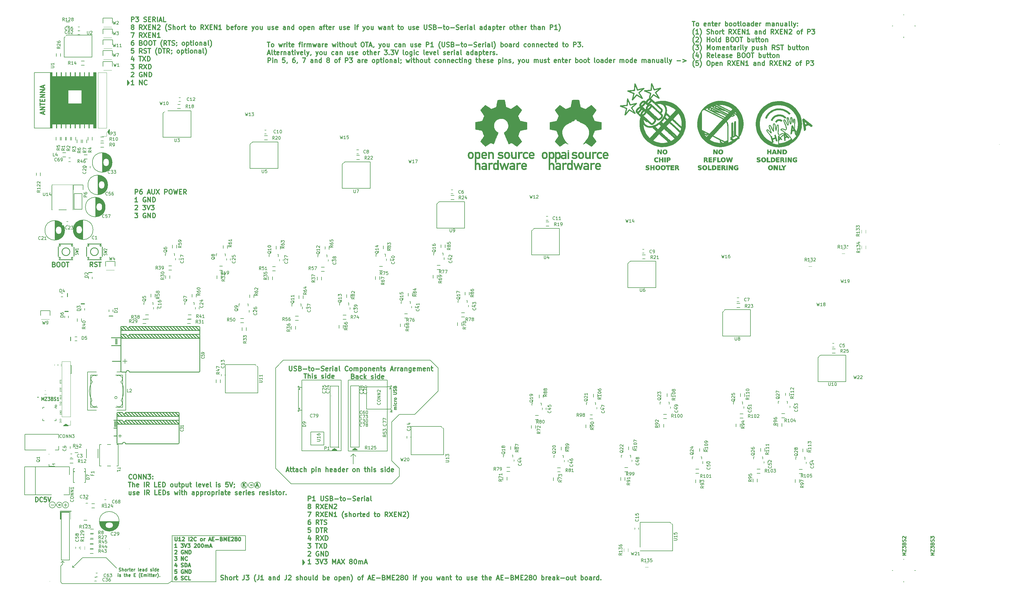
<source format=gto>
G04 #@! TF.GenerationSoftware,KiCad,Pcbnew,no-vcs-found-1e87ae6~58~ubuntu14.04.1*
G04 #@! TF.CreationDate,2017-07-03T13:26:03+09:00*
G04 #@! TF.ProjectId,dotmatrix_64x48,646F746D61747269785F36347834382E,rev?*
G04 #@! TF.SameCoordinates,Original
G04 #@! TF.FileFunction,Legend,Top*
G04 #@! TF.FilePolarity,Positive*
%FSLAX46Y46*%
G04 Gerber Fmt 4.6, Leading zero omitted, Abs format (unit mm)*
G04 Created by KiCad (PCBNEW no-vcs-found-1e87ae6~58~ubuntu14.04.1) date Mon Jul  3 13:26:03 2017*
%MOMM*%
%LPD*%
G01*
G04 APERTURE LIST*
%ADD10C,0.100000*%
%ADD11C,0.150000*%
%ADD12C,0.275000*%
%ADD13C,0.250000*%
%ADD14C,0.300000*%
%ADD15C,0.125000*%
%ADD16C,0.120000*%
%ADD17C,0.010000*%
%ADD18C,0.254000*%
%ADD19C,0.127000*%
%ADD20C,0.800000*%
%ADD21C,6.900000*%
%ADD22C,1.400000*%
%ADD23R,1.300000X1.600000*%
%ADD24C,1.000000*%
%ADD25O,2.900000X1.400000*%
%ADD26R,1.600000X1.150000*%
%ADD27R,1.600000X1.300000*%
%ADD28C,1.900000*%
%ADD29R,1.150000X1.600000*%
%ADD30R,2.800000X3.600000*%
%ADD31R,2.600000X2.600000*%
%ADD32R,2.800000X2.800000*%
%ADD33C,1.600000*%
%ADD34R,2.100000X2.100000*%
%ADD35O,2.100000X2.100000*%
%ADD36R,1.800000X0.715000*%
%ADD37O,2.400000X1.200000*%
%ADD38R,2.900000X2.900000*%
%ADD39R,1.600000X0.650000*%
%ADD40R,0.650000X1.600000*%
%ADD41O,2.152400X4.152400*%
%ADD42O,2.152400X2.152400*%
%ADD43C,2.152400*%
%ADD44O,1.752400X2.152400*%
%ADD45O,2.052400X2.152400*%
%ADD46O,1.752400X3.152400*%
%ADD47R,2.900000X2.400000*%
%ADD48R,2.635200X2.635200*%
%ADD49R,1.200000X1.100000*%
%ADD50R,1.500000X0.900000*%
%ADD51R,5.800040X4.400000*%
%ADD52O,2.152400X1.752400*%
%ADD53R,2.900000X2.600000*%
%ADD54O,2.400000X1.700000*%
%ADD55R,2.400000X1.700000*%
%ADD56C,1.800000*%
%ADD57C,7.900000*%
%ADD58R,3.900120X3.900120*%
%ADD59R,1.900000X2.599640*%
%ADD60R,1.000000X2.600000*%
%ADD61R,2.432000X2.127200*%
%ADD62O,2.432000X2.127200*%
%ADD63R,3.900000X3.900000*%
%ADD64R,1.200100X2.200860*%
%ADD65C,1.149300*%
%ADD66R,4.400500X2.398980*%
%ADD67R,2.901900X1.400760*%
%ADD68O,1.700000X2.400000*%
%ADD69R,1.700000X2.400000*%
%ADD70R,1.100000X1.400000*%
%ADD71R,1.400000X1.100000*%
%ADD72C,2.400000*%
%ADD73R,2.400000X2.400000*%
%ADD74R,2.051000X3.448000*%
%ADD75R,6.496000X6.496000*%
%ADD76C,1.200000*%
%ADD77C,1.142782*%
%ADD78R,1.676400X2.652400*%
%ADD79R,1.300000X2.400000*%
%ADD80R,4.200000X4.300000*%
G04 APERTURE END LIST*
D10*
D11*
X21150000Y-189950000D02*
X21150000Y-189950000D01*
X21150000Y-190950000D02*
X21150000Y-189950000D01*
X20550000Y-191550000D02*
X21150000Y-190950000D01*
X20550000Y-196700000D02*
X20550000Y-191550000D01*
X21050000Y-197200000D02*
X20550000Y-196700000D01*
X23000000Y-197200000D02*
X21050000Y-197200000D01*
D12*
X302747619Y-188011904D02*
X301647619Y-188011904D01*
X302433333Y-187645238D01*
X301647619Y-187278571D01*
X302747619Y-187278571D01*
X301647619Y-186859523D02*
X301647619Y-186126190D01*
X302747619Y-186859523D01*
X302747619Y-186126190D01*
X301647619Y-185811904D02*
X301647619Y-185130952D01*
X302066666Y-185497619D01*
X302066666Y-185340476D01*
X302119047Y-185235714D01*
X302171428Y-185183333D01*
X302276190Y-185130952D01*
X302538095Y-185130952D01*
X302642857Y-185183333D01*
X302695238Y-185235714D01*
X302747619Y-185340476D01*
X302747619Y-185654761D01*
X302695238Y-185759523D01*
X302642857Y-185811904D01*
X302171428Y-184292857D02*
X302223809Y-184135714D01*
X302276190Y-184083333D01*
X302380952Y-184030952D01*
X302538095Y-184030952D01*
X302642857Y-184083333D01*
X302695238Y-184135714D01*
X302747619Y-184240476D01*
X302747619Y-184659523D01*
X301647619Y-184659523D01*
X301647619Y-184292857D01*
X301700000Y-184188095D01*
X301752380Y-184135714D01*
X301857142Y-184083333D01*
X301961904Y-184083333D01*
X302066666Y-184135714D01*
X302119047Y-184188095D01*
X302171428Y-184292857D01*
X302171428Y-184659523D01*
X302695238Y-183611904D02*
X302747619Y-183454761D01*
X302747619Y-183192857D01*
X302695238Y-183088095D01*
X302642857Y-183035714D01*
X302538095Y-182983333D01*
X302433333Y-182983333D01*
X302328571Y-183035714D01*
X302276190Y-183088095D01*
X302223809Y-183192857D01*
X302171428Y-183402380D01*
X302119047Y-183507142D01*
X302066666Y-183559523D01*
X301961904Y-183611904D01*
X301857142Y-183611904D01*
X301752380Y-183559523D01*
X301700000Y-183507142D01*
X301647619Y-183402380D01*
X301647619Y-183140476D01*
X301700000Y-182983333D01*
X301647619Y-182616666D02*
X301647619Y-181935714D01*
X302066666Y-182302380D01*
X302066666Y-182145238D01*
X302119047Y-182040476D01*
X302171428Y-181988095D01*
X302276190Y-181935714D01*
X302538095Y-181935714D01*
X302642857Y-181988095D01*
X302695238Y-182040476D01*
X302747619Y-182145238D01*
X302747619Y-182459523D01*
X302695238Y-182564285D01*
X302642857Y-182616666D01*
X293597619Y-188011904D02*
X292497619Y-188011904D01*
X293283333Y-187645238D01*
X292497619Y-187278571D01*
X293597619Y-187278571D01*
X292497619Y-186859523D02*
X292497619Y-186126190D01*
X293597619Y-186859523D01*
X293597619Y-186126190D01*
X292497619Y-185811904D02*
X292497619Y-185130952D01*
X292916666Y-185497619D01*
X292916666Y-185340476D01*
X292969047Y-185235714D01*
X293021428Y-185183333D01*
X293126190Y-185130952D01*
X293388095Y-185130952D01*
X293492857Y-185183333D01*
X293545238Y-185235714D01*
X293597619Y-185340476D01*
X293597619Y-185654761D01*
X293545238Y-185759523D01*
X293492857Y-185811904D01*
X293021428Y-184292857D02*
X293073809Y-184135714D01*
X293126190Y-184083333D01*
X293230952Y-184030952D01*
X293388095Y-184030952D01*
X293492857Y-184083333D01*
X293545238Y-184135714D01*
X293597619Y-184240476D01*
X293597619Y-184659523D01*
X292497619Y-184659523D01*
X292497619Y-184292857D01*
X292550000Y-184188095D01*
X292602380Y-184135714D01*
X292707142Y-184083333D01*
X292811904Y-184083333D01*
X292916666Y-184135714D01*
X292969047Y-184188095D01*
X293021428Y-184292857D01*
X293021428Y-184659523D01*
X293545238Y-183611904D02*
X293597619Y-183454761D01*
X293597619Y-183192857D01*
X293545238Y-183088095D01*
X293492857Y-183035714D01*
X293388095Y-182983333D01*
X293283333Y-182983333D01*
X293178571Y-183035714D01*
X293126190Y-183088095D01*
X293073809Y-183192857D01*
X293021428Y-183402380D01*
X292969047Y-183507142D01*
X292916666Y-183559523D01*
X292811904Y-183611904D01*
X292707142Y-183611904D01*
X292602380Y-183559523D01*
X292550000Y-183507142D01*
X292497619Y-183402380D01*
X292497619Y-183140476D01*
X292550000Y-182983333D01*
X292602380Y-182564285D02*
X292550000Y-182511904D01*
X292497619Y-182407142D01*
X292497619Y-182145238D01*
X292550000Y-182040476D01*
X292602380Y-181988095D01*
X292707142Y-181935714D01*
X292811904Y-181935714D01*
X292969047Y-181988095D01*
X293597619Y-182616666D01*
X293597619Y-181935714D01*
D13*
X14411904Y-138047619D02*
X14411904Y-136947619D01*
X14745238Y-137733333D01*
X15078571Y-136947619D01*
X15078571Y-138047619D01*
X15459523Y-136947619D02*
X16126190Y-136947619D01*
X15459523Y-138047619D01*
X16126190Y-138047619D01*
X16411904Y-136947619D02*
X17030952Y-136947619D01*
X16697619Y-137366666D01*
X16840476Y-137366666D01*
X16935714Y-137419047D01*
X16983333Y-137471428D01*
X17030952Y-137576190D01*
X17030952Y-137838095D01*
X16983333Y-137942857D01*
X16935714Y-137995238D01*
X16840476Y-138047619D01*
X16554761Y-138047619D01*
X16459523Y-137995238D01*
X16411904Y-137942857D01*
X17792857Y-137471428D02*
X17935714Y-137523809D01*
X17983333Y-137576190D01*
X18030952Y-137680952D01*
X18030952Y-137838095D01*
X17983333Y-137942857D01*
X17935714Y-137995238D01*
X17840476Y-138047619D01*
X17459523Y-138047619D01*
X17459523Y-136947619D01*
X17792857Y-136947619D01*
X17888095Y-137000000D01*
X17935714Y-137052380D01*
X17983333Y-137157142D01*
X17983333Y-137261904D01*
X17935714Y-137366666D01*
X17888095Y-137419047D01*
X17792857Y-137471428D01*
X17459523Y-137471428D01*
X18411904Y-137995238D02*
X18554761Y-138047619D01*
X18792857Y-138047619D01*
X18888095Y-137995238D01*
X18935714Y-137942857D01*
X18983333Y-137838095D01*
X18983333Y-137733333D01*
X18935714Y-137628571D01*
X18888095Y-137576190D01*
X18792857Y-137523809D01*
X18602380Y-137471428D01*
X18507142Y-137419047D01*
X18459523Y-137366666D01*
X18411904Y-137261904D01*
X18411904Y-137157142D01*
X18459523Y-137052380D01*
X18507142Y-137000000D01*
X18602380Y-136947619D01*
X18840476Y-136947619D01*
X18983333Y-137000000D01*
X19935714Y-138047619D02*
X19364285Y-138047619D01*
X19650000Y-138047619D02*
X19650000Y-136947619D01*
X19554761Y-137104761D01*
X19459523Y-137209523D01*
X19364285Y-137261904D01*
D11*
X25000000Y-192000000D02*
X25000000Y-192000000D01*
X24400000Y-192000000D02*
X25000000Y-192000000D01*
X24400000Y-192000000D02*
X24400000Y-191400000D01*
X24400000Y-192000000D02*
X24400000Y-191400000D01*
X25400000Y-191000000D02*
X24400000Y-192000000D01*
X25400000Y-191000000D02*
X27600000Y-188800000D01*
X35200000Y-188800000D02*
X27600000Y-188800000D01*
X38600000Y-192200000D02*
X35200000Y-188800000D01*
X21150000Y-189950000D02*
X21650000Y-190450000D01*
X21150000Y-189950000D02*
X20650000Y-190450000D01*
X293000000Y-189250000D02*
X293000000Y-196750000D01*
X289250000Y-193000000D02*
X296750000Y-193000000D01*
X289250000Y-17000000D02*
X296750000Y-17000000D01*
X293000000Y-13250000D02*
X293000000Y-20750000D01*
X56500000Y-181750000D02*
X56500000Y-181750000D01*
X80250000Y-181750000D02*
X56500000Y-181750000D01*
X80250000Y-186500000D02*
X80250000Y-181750000D01*
X70750000Y-186500000D02*
X80250000Y-186500000D01*
D14*
X72296428Y-195982142D02*
X72510714Y-196053571D01*
X72867857Y-196053571D01*
X73010714Y-195982142D01*
X73082142Y-195910714D01*
X73153571Y-195767857D01*
X73153571Y-195625000D01*
X73082142Y-195482142D01*
X73010714Y-195410714D01*
X72867857Y-195339285D01*
X72582142Y-195267857D01*
X72439285Y-195196428D01*
X72367857Y-195125000D01*
X72296428Y-194982142D01*
X72296428Y-194839285D01*
X72367857Y-194696428D01*
X72439285Y-194625000D01*
X72582142Y-194553571D01*
X72939285Y-194553571D01*
X73153571Y-194625000D01*
X73796428Y-196053571D02*
X73796428Y-194553571D01*
X74439285Y-196053571D02*
X74439285Y-195267857D01*
X74367857Y-195125000D01*
X74225000Y-195053571D01*
X74010714Y-195053571D01*
X73867857Y-195125000D01*
X73796428Y-195196428D01*
X75367857Y-196053571D02*
X75225000Y-195982142D01*
X75153571Y-195910714D01*
X75082142Y-195767857D01*
X75082142Y-195339285D01*
X75153571Y-195196428D01*
X75225000Y-195125000D01*
X75367857Y-195053571D01*
X75582142Y-195053571D01*
X75725000Y-195125000D01*
X75796428Y-195196428D01*
X75867857Y-195339285D01*
X75867857Y-195767857D01*
X75796428Y-195910714D01*
X75725000Y-195982142D01*
X75582142Y-196053571D01*
X75367857Y-196053571D01*
X76510714Y-196053571D02*
X76510714Y-195053571D01*
X76510714Y-195339285D02*
X76582142Y-195196428D01*
X76653571Y-195125000D01*
X76796428Y-195053571D01*
X76939285Y-195053571D01*
X77225000Y-195053571D02*
X77796428Y-195053571D01*
X77439285Y-194553571D02*
X77439285Y-195839285D01*
X77510714Y-195982142D01*
X77653571Y-196053571D01*
X77796428Y-196053571D01*
X79867857Y-194553571D02*
X79867857Y-195625000D01*
X79796428Y-195839285D01*
X79653571Y-195982142D01*
X79439285Y-196053571D01*
X79296428Y-196053571D01*
X80439285Y-194553571D02*
X81367857Y-194553571D01*
X80867857Y-195125000D01*
X81082142Y-195125000D01*
X81225000Y-195196428D01*
X81296428Y-195267857D01*
X81367857Y-195410714D01*
X81367857Y-195767857D01*
X81296428Y-195910714D01*
X81225000Y-195982142D01*
X81082142Y-196053571D01*
X80653571Y-196053571D01*
X80510714Y-195982142D01*
X80439285Y-195910714D01*
X83582142Y-196625000D02*
X83510714Y-196553571D01*
X83367857Y-196339285D01*
X83296428Y-196196428D01*
X83225000Y-195982142D01*
X83153571Y-195625000D01*
X83153571Y-195339285D01*
X83225000Y-194982142D01*
X83296428Y-194767857D01*
X83367857Y-194625000D01*
X83510714Y-194410714D01*
X83582142Y-194339285D01*
X84582142Y-194553571D02*
X84582142Y-195625000D01*
X84510714Y-195839285D01*
X84367857Y-195982142D01*
X84153571Y-196053571D01*
X84010714Y-196053571D01*
X86082142Y-196053571D02*
X85225000Y-196053571D01*
X85653571Y-196053571D02*
X85653571Y-194553571D01*
X85510714Y-194767857D01*
X85367857Y-194910714D01*
X85225000Y-194982142D01*
X88510714Y-196053571D02*
X88510714Y-195267857D01*
X88439285Y-195125000D01*
X88296428Y-195053571D01*
X88010714Y-195053571D01*
X87867857Y-195125000D01*
X88510714Y-195982142D02*
X88367857Y-196053571D01*
X88010714Y-196053571D01*
X87867857Y-195982142D01*
X87796428Y-195839285D01*
X87796428Y-195696428D01*
X87867857Y-195553571D01*
X88010714Y-195482142D01*
X88367857Y-195482142D01*
X88510714Y-195410714D01*
X89225000Y-195053571D02*
X89225000Y-196053571D01*
X89225000Y-195196428D02*
X89296428Y-195125000D01*
X89439285Y-195053571D01*
X89653571Y-195053571D01*
X89796428Y-195125000D01*
X89867857Y-195267857D01*
X89867857Y-196053571D01*
X91225000Y-196053571D02*
X91225000Y-194553571D01*
X91225000Y-195982142D02*
X91082142Y-196053571D01*
X90796428Y-196053571D01*
X90653571Y-195982142D01*
X90582142Y-195910714D01*
X90510714Y-195767857D01*
X90510714Y-195339285D01*
X90582142Y-195196428D01*
X90653571Y-195125000D01*
X90796428Y-195053571D01*
X91082142Y-195053571D01*
X91225000Y-195125000D01*
X93510714Y-194553571D02*
X93510714Y-195625000D01*
X93439285Y-195839285D01*
X93296428Y-195982142D01*
X93082142Y-196053571D01*
X92939285Y-196053571D01*
X94153571Y-194696428D02*
X94225000Y-194625000D01*
X94367857Y-194553571D01*
X94725000Y-194553571D01*
X94867857Y-194625000D01*
X94939285Y-194696428D01*
X95010714Y-194839285D01*
X95010714Y-194982142D01*
X94939285Y-195196428D01*
X94082142Y-196053571D01*
X95010714Y-196053571D01*
X96725000Y-195982142D02*
X96867857Y-196053571D01*
X97153571Y-196053571D01*
X97296428Y-195982142D01*
X97367857Y-195839285D01*
X97367857Y-195767857D01*
X97296428Y-195625000D01*
X97153571Y-195553571D01*
X96939285Y-195553571D01*
X96796428Y-195482142D01*
X96725000Y-195339285D01*
X96725000Y-195267857D01*
X96796428Y-195125000D01*
X96939285Y-195053571D01*
X97153571Y-195053571D01*
X97296428Y-195125000D01*
X98010714Y-196053571D02*
X98010714Y-194553571D01*
X98653571Y-196053571D02*
X98653571Y-195267857D01*
X98582142Y-195125000D01*
X98439285Y-195053571D01*
X98225000Y-195053571D01*
X98082142Y-195125000D01*
X98010714Y-195196428D01*
X99582142Y-196053571D02*
X99439285Y-195982142D01*
X99367857Y-195910714D01*
X99296428Y-195767857D01*
X99296428Y-195339285D01*
X99367857Y-195196428D01*
X99439285Y-195125000D01*
X99582142Y-195053571D01*
X99796428Y-195053571D01*
X99939285Y-195125000D01*
X100010714Y-195196428D01*
X100082142Y-195339285D01*
X100082142Y-195767857D01*
X100010714Y-195910714D01*
X99939285Y-195982142D01*
X99796428Y-196053571D01*
X99582142Y-196053571D01*
X101367857Y-195053571D02*
X101367857Y-196053571D01*
X100725000Y-195053571D02*
X100725000Y-195839285D01*
X100796428Y-195982142D01*
X100939285Y-196053571D01*
X101153571Y-196053571D01*
X101296428Y-195982142D01*
X101367857Y-195910714D01*
X102296428Y-196053571D02*
X102153571Y-195982142D01*
X102082142Y-195839285D01*
X102082142Y-194553571D01*
X103510714Y-196053571D02*
X103510714Y-194553571D01*
X103510714Y-195982142D02*
X103367857Y-196053571D01*
X103082142Y-196053571D01*
X102939285Y-195982142D01*
X102867857Y-195910714D01*
X102796428Y-195767857D01*
X102796428Y-195339285D01*
X102867857Y-195196428D01*
X102939285Y-195125000D01*
X103082142Y-195053571D01*
X103367857Y-195053571D01*
X103510714Y-195125000D01*
X105367857Y-196053571D02*
X105367857Y-194553571D01*
X105367857Y-195125000D02*
X105510714Y-195053571D01*
X105796428Y-195053571D01*
X105939285Y-195125000D01*
X106010714Y-195196428D01*
X106082142Y-195339285D01*
X106082142Y-195767857D01*
X106010714Y-195910714D01*
X105939285Y-195982142D01*
X105796428Y-196053571D01*
X105510714Y-196053571D01*
X105367857Y-195982142D01*
X107296428Y-195982142D02*
X107153571Y-196053571D01*
X106867857Y-196053571D01*
X106725000Y-195982142D01*
X106653571Y-195839285D01*
X106653571Y-195267857D01*
X106725000Y-195125000D01*
X106867857Y-195053571D01*
X107153571Y-195053571D01*
X107296428Y-195125000D01*
X107367857Y-195267857D01*
X107367857Y-195410714D01*
X106653571Y-195553571D01*
X109367857Y-196053571D02*
X109225000Y-195982142D01*
X109153571Y-195910714D01*
X109082142Y-195767857D01*
X109082142Y-195339285D01*
X109153571Y-195196428D01*
X109225000Y-195125000D01*
X109367857Y-195053571D01*
X109582142Y-195053571D01*
X109725000Y-195125000D01*
X109796428Y-195196428D01*
X109867857Y-195339285D01*
X109867857Y-195767857D01*
X109796428Y-195910714D01*
X109725000Y-195982142D01*
X109582142Y-196053571D01*
X109367857Y-196053571D01*
X110510714Y-195053571D02*
X110510714Y-196553571D01*
X110510714Y-195125000D02*
X110653571Y-195053571D01*
X110939285Y-195053571D01*
X111082142Y-195125000D01*
X111153571Y-195196428D01*
X111225000Y-195339285D01*
X111225000Y-195767857D01*
X111153571Y-195910714D01*
X111082142Y-195982142D01*
X110939285Y-196053571D01*
X110653571Y-196053571D01*
X110510714Y-195982142D01*
X112439285Y-195982142D02*
X112296428Y-196053571D01*
X112010714Y-196053571D01*
X111867857Y-195982142D01*
X111796428Y-195839285D01*
X111796428Y-195267857D01*
X111867857Y-195125000D01*
X112010714Y-195053571D01*
X112296428Y-195053571D01*
X112439285Y-195125000D01*
X112510714Y-195267857D01*
X112510714Y-195410714D01*
X111796428Y-195553571D01*
X113153571Y-195053571D02*
X113153571Y-196053571D01*
X113153571Y-195196428D02*
X113225000Y-195125000D01*
X113367857Y-195053571D01*
X113582142Y-195053571D01*
X113725000Y-195125000D01*
X113796428Y-195267857D01*
X113796428Y-196053571D01*
X114367857Y-196625000D02*
X114439285Y-196553571D01*
X114582142Y-196339285D01*
X114653571Y-196196428D01*
X114725000Y-195982142D01*
X114796428Y-195625000D01*
X114796428Y-195339285D01*
X114725000Y-194982142D01*
X114653571Y-194767857D01*
X114582142Y-194625000D01*
X114439285Y-194410714D01*
X114367857Y-194339285D01*
X116867857Y-196053571D02*
X116725000Y-195982142D01*
X116653571Y-195910714D01*
X116582142Y-195767857D01*
X116582142Y-195339285D01*
X116653571Y-195196428D01*
X116725000Y-195125000D01*
X116867857Y-195053571D01*
X117082142Y-195053571D01*
X117225000Y-195125000D01*
X117296428Y-195196428D01*
X117367857Y-195339285D01*
X117367857Y-195767857D01*
X117296428Y-195910714D01*
X117225000Y-195982142D01*
X117082142Y-196053571D01*
X116867857Y-196053571D01*
X117796428Y-195053571D02*
X118367857Y-195053571D01*
X118010714Y-196053571D02*
X118010714Y-194767857D01*
X118082142Y-194625000D01*
X118225000Y-194553571D01*
X118367857Y-194553571D01*
X119939285Y-195625000D02*
X120653571Y-195625000D01*
X119796428Y-196053571D02*
X120296428Y-194553571D01*
X120796428Y-196053571D01*
X121296428Y-195267857D02*
X121796428Y-195267857D01*
X122010714Y-196053571D02*
X121296428Y-196053571D01*
X121296428Y-194553571D01*
X122010714Y-194553571D01*
X122653571Y-195482142D02*
X123796428Y-195482142D01*
X125010714Y-195267857D02*
X125225000Y-195339285D01*
X125296428Y-195410714D01*
X125367857Y-195553571D01*
X125367857Y-195767857D01*
X125296428Y-195910714D01*
X125225000Y-195982142D01*
X125082142Y-196053571D01*
X124510714Y-196053571D01*
X124510714Y-194553571D01*
X125010714Y-194553571D01*
X125153571Y-194625000D01*
X125225000Y-194696428D01*
X125296428Y-194839285D01*
X125296428Y-194982142D01*
X125225000Y-195125000D01*
X125153571Y-195196428D01*
X125010714Y-195267857D01*
X124510714Y-195267857D01*
X126010714Y-196053571D02*
X126010714Y-194553571D01*
X126510714Y-195625000D01*
X127010714Y-194553571D01*
X127010714Y-196053571D01*
X127725000Y-195267857D02*
X128225000Y-195267857D01*
X128439285Y-196053571D02*
X127725000Y-196053571D01*
X127725000Y-194553571D01*
X128439285Y-194553571D01*
X129010714Y-194696428D02*
X129082142Y-194625000D01*
X129225000Y-194553571D01*
X129582142Y-194553571D01*
X129725000Y-194625000D01*
X129796428Y-194696428D01*
X129867857Y-194839285D01*
X129867857Y-194982142D01*
X129796428Y-195196428D01*
X128939285Y-196053571D01*
X129867857Y-196053571D01*
X130725000Y-195196428D02*
X130582142Y-195125000D01*
X130510714Y-195053571D01*
X130439285Y-194910714D01*
X130439285Y-194839285D01*
X130510714Y-194696428D01*
X130582142Y-194625000D01*
X130725000Y-194553571D01*
X131010714Y-194553571D01*
X131153571Y-194625000D01*
X131225000Y-194696428D01*
X131296428Y-194839285D01*
X131296428Y-194910714D01*
X131225000Y-195053571D01*
X131153571Y-195125000D01*
X131010714Y-195196428D01*
X130725000Y-195196428D01*
X130582142Y-195267857D01*
X130510714Y-195339285D01*
X130439285Y-195482142D01*
X130439285Y-195767857D01*
X130510714Y-195910714D01*
X130582142Y-195982142D01*
X130725000Y-196053571D01*
X131010714Y-196053571D01*
X131153571Y-195982142D01*
X131225000Y-195910714D01*
X131296428Y-195767857D01*
X131296428Y-195482142D01*
X131225000Y-195339285D01*
X131153571Y-195267857D01*
X131010714Y-195196428D01*
X132225000Y-194553571D02*
X132367857Y-194553571D01*
X132510714Y-194625000D01*
X132582142Y-194696428D01*
X132653571Y-194839285D01*
X132725000Y-195125000D01*
X132725000Y-195482142D01*
X132653571Y-195767857D01*
X132582142Y-195910714D01*
X132510714Y-195982142D01*
X132367857Y-196053571D01*
X132225000Y-196053571D01*
X132082142Y-195982142D01*
X132010714Y-195910714D01*
X131939285Y-195767857D01*
X131867857Y-195482142D01*
X131867857Y-195125000D01*
X131939285Y-194839285D01*
X132010714Y-194696428D01*
X132082142Y-194625000D01*
X132225000Y-194553571D01*
X134510714Y-196053571D02*
X134510714Y-195053571D01*
X134510714Y-194553571D02*
X134439285Y-194625000D01*
X134510714Y-194696428D01*
X134582142Y-194625000D01*
X134510714Y-194553571D01*
X134510714Y-194696428D01*
X135010714Y-195053571D02*
X135582142Y-195053571D01*
X135225000Y-196053571D02*
X135225000Y-194767857D01*
X135296428Y-194625000D01*
X135439285Y-194553571D01*
X135582142Y-194553571D01*
X137082142Y-195053571D02*
X137439285Y-196053571D01*
X137796428Y-195053571D02*
X137439285Y-196053571D01*
X137296428Y-196410714D01*
X137225000Y-196482142D01*
X137082142Y-196553571D01*
X138582142Y-196053571D02*
X138439285Y-195982142D01*
X138367857Y-195910714D01*
X138296428Y-195767857D01*
X138296428Y-195339285D01*
X138367857Y-195196428D01*
X138439285Y-195125000D01*
X138582142Y-195053571D01*
X138796428Y-195053571D01*
X138939285Y-195125000D01*
X139010714Y-195196428D01*
X139082142Y-195339285D01*
X139082142Y-195767857D01*
X139010714Y-195910714D01*
X138939285Y-195982142D01*
X138796428Y-196053571D01*
X138582142Y-196053571D01*
X140367857Y-195053571D02*
X140367857Y-196053571D01*
X139725000Y-195053571D02*
X139725000Y-195839285D01*
X139796428Y-195982142D01*
X139939285Y-196053571D01*
X140153571Y-196053571D01*
X140296428Y-195982142D01*
X140367857Y-195910714D01*
X142082142Y-195053571D02*
X142367857Y-196053571D01*
X142653571Y-195339285D01*
X142939285Y-196053571D01*
X143225000Y-195053571D01*
X144439285Y-196053571D02*
X144439285Y-195267857D01*
X144367857Y-195125000D01*
X144225000Y-195053571D01*
X143939285Y-195053571D01*
X143796428Y-195125000D01*
X144439285Y-195982142D02*
X144296428Y-196053571D01*
X143939285Y-196053571D01*
X143796428Y-195982142D01*
X143725000Y-195839285D01*
X143725000Y-195696428D01*
X143796428Y-195553571D01*
X143939285Y-195482142D01*
X144296428Y-195482142D01*
X144439285Y-195410714D01*
X145153571Y-195053571D02*
X145153571Y-196053571D01*
X145153571Y-195196428D02*
X145225000Y-195125000D01*
X145367857Y-195053571D01*
X145582142Y-195053571D01*
X145725000Y-195125000D01*
X145796428Y-195267857D01*
X145796428Y-196053571D01*
X146296428Y-195053571D02*
X146867857Y-195053571D01*
X146510714Y-194553571D02*
X146510714Y-195839285D01*
X146582142Y-195982142D01*
X146725000Y-196053571D01*
X146867857Y-196053571D01*
X148296428Y-195053571D02*
X148867857Y-195053571D01*
X148510714Y-194553571D02*
X148510714Y-195839285D01*
X148582142Y-195982142D01*
X148725000Y-196053571D01*
X148867857Y-196053571D01*
X149582142Y-196053571D02*
X149439285Y-195982142D01*
X149367857Y-195910714D01*
X149296428Y-195767857D01*
X149296428Y-195339285D01*
X149367857Y-195196428D01*
X149439285Y-195125000D01*
X149582142Y-195053571D01*
X149796428Y-195053571D01*
X149939285Y-195125000D01*
X150010714Y-195196428D01*
X150082142Y-195339285D01*
X150082142Y-195767857D01*
X150010714Y-195910714D01*
X149939285Y-195982142D01*
X149796428Y-196053571D01*
X149582142Y-196053571D01*
X152510714Y-195053571D02*
X152510714Y-196053571D01*
X151867857Y-195053571D02*
X151867857Y-195839285D01*
X151939285Y-195982142D01*
X152082142Y-196053571D01*
X152296428Y-196053571D01*
X152439285Y-195982142D01*
X152510714Y-195910714D01*
X153153571Y-195982142D02*
X153296428Y-196053571D01*
X153582142Y-196053571D01*
X153725000Y-195982142D01*
X153796428Y-195839285D01*
X153796428Y-195767857D01*
X153725000Y-195625000D01*
X153582142Y-195553571D01*
X153367857Y-195553571D01*
X153225000Y-195482142D01*
X153153571Y-195339285D01*
X153153571Y-195267857D01*
X153225000Y-195125000D01*
X153367857Y-195053571D01*
X153582142Y-195053571D01*
X153725000Y-195125000D01*
X155010714Y-195982142D02*
X154867857Y-196053571D01*
X154582142Y-196053571D01*
X154439285Y-195982142D01*
X154367857Y-195839285D01*
X154367857Y-195267857D01*
X154439285Y-195125000D01*
X154582142Y-195053571D01*
X154867857Y-195053571D01*
X155010714Y-195125000D01*
X155082142Y-195267857D01*
X155082142Y-195410714D01*
X154367857Y-195553571D01*
X156653571Y-195053571D02*
X157225000Y-195053571D01*
X156867857Y-194553571D02*
X156867857Y-195839285D01*
X156939285Y-195982142D01*
X157082142Y-196053571D01*
X157225000Y-196053571D01*
X157725000Y-196053571D02*
X157725000Y-194553571D01*
X158367857Y-196053571D02*
X158367857Y-195267857D01*
X158296428Y-195125000D01*
X158153571Y-195053571D01*
X157939285Y-195053571D01*
X157796428Y-195125000D01*
X157725000Y-195196428D01*
X159653571Y-195982142D02*
X159510714Y-196053571D01*
X159225000Y-196053571D01*
X159082142Y-195982142D01*
X159010714Y-195839285D01*
X159010714Y-195267857D01*
X159082142Y-195125000D01*
X159225000Y-195053571D01*
X159510714Y-195053571D01*
X159653571Y-195125000D01*
X159725000Y-195267857D01*
X159725000Y-195410714D01*
X159010714Y-195553571D01*
X161439285Y-195625000D02*
X162153571Y-195625000D01*
X161296428Y-196053571D02*
X161796428Y-194553571D01*
X162296428Y-196053571D01*
X162796428Y-195267857D02*
X163296428Y-195267857D01*
X163510714Y-196053571D02*
X162796428Y-196053571D01*
X162796428Y-194553571D01*
X163510714Y-194553571D01*
X164153571Y-195482142D02*
X165296428Y-195482142D01*
X166510714Y-195267857D02*
X166725000Y-195339285D01*
X166796428Y-195410714D01*
X166867857Y-195553571D01*
X166867857Y-195767857D01*
X166796428Y-195910714D01*
X166725000Y-195982142D01*
X166582142Y-196053571D01*
X166010714Y-196053571D01*
X166010714Y-194553571D01*
X166510714Y-194553571D01*
X166653571Y-194625000D01*
X166725000Y-194696428D01*
X166796428Y-194839285D01*
X166796428Y-194982142D01*
X166725000Y-195125000D01*
X166653571Y-195196428D01*
X166510714Y-195267857D01*
X166010714Y-195267857D01*
X167510714Y-196053571D02*
X167510714Y-194553571D01*
X168010714Y-195625000D01*
X168510714Y-194553571D01*
X168510714Y-196053571D01*
X169225000Y-195267857D02*
X169725000Y-195267857D01*
X169939285Y-196053571D02*
X169225000Y-196053571D01*
X169225000Y-194553571D01*
X169939285Y-194553571D01*
X170510714Y-194696428D02*
X170582142Y-194625000D01*
X170725000Y-194553571D01*
X171082142Y-194553571D01*
X171225000Y-194625000D01*
X171296428Y-194696428D01*
X171367857Y-194839285D01*
X171367857Y-194982142D01*
X171296428Y-195196428D01*
X170439285Y-196053571D01*
X171367857Y-196053571D01*
X172225000Y-195196428D02*
X172082142Y-195125000D01*
X172010714Y-195053571D01*
X171939285Y-194910714D01*
X171939285Y-194839285D01*
X172010714Y-194696428D01*
X172082142Y-194625000D01*
X172225000Y-194553571D01*
X172510714Y-194553571D01*
X172653571Y-194625000D01*
X172725000Y-194696428D01*
X172796428Y-194839285D01*
X172796428Y-194910714D01*
X172725000Y-195053571D01*
X172653571Y-195125000D01*
X172510714Y-195196428D01*
X172225000Y-195196428D01*
X172082142Y-195267857D01*
X172010714Y-195339285D01*
X171939285Y-195482142D01*
X171939285Y-195767857D01*
X172010714Y-195910714D01*
X172082142Y-195982142D01*
X172225000Y-196053571D01*
X172510714Y-196053571D01*
X172653571Y-195982142D01*
X172725000Y-195910714D01*
X172796428Y-195767857D01*
X172796428Y-195482142D01*
X172725000Y-195339285D01*
X172653571Y-195267857D01*
X172510714Y-195196428D01*
X173725000Y-194553571D02*
X173867857Y-194553571D01*
X174010714Y-194625000D01*
X174082142Y-194696428D01*
X174153571Y-194839285D01*
X174225000Y-195125000D01*
X174225000Y-195482142D01*
X174153571Y-195767857D01*
X174082142Y-195910714D01*
X174010714Y-195982142D01*
X173867857Y-196053571D01*
X173725000Y-196053571D01*
X173582142Y-195982142D01*
X173510714Y-195910714D01*
X173439285Y-195767857D01*
X173367857Y-195482142D01*
X173367857Y-195125000D01*
X173439285Y-194839285D01*
X173510714Y-194696428D01*
X173582142Y-194625000D01*
X173725000Y-194553571D01*
X176010714Y-196053571D02*
X176010714Y-194553571D01*
X176010714Y-195125000D02*
X176153571Y-195053571D01*
X176439285Y-195053571D01*
X176582142Y-195125000D01*
X176653571Y-195196428D01*
X176725000Y-195339285D01*
X176725000Y-195767857D01*
X176653571Y-195910714D01*
X176582142Y-195982142D01*
X176439285Y-196053571D01*
X176153571Y-196053571D01*
X176010714Y-195982142D01*
X177367857Y-196053571D02*
X177367857Y-195053571D01*
X177367857Y-195339285D02*
X177439285Y-195196428D01*
X177510714Y-195125000D01*
X177653571Y-195053571D01*
X177796428Y-195053571D01*
X178867857Y-195982142D02*
X178725000Y-196053571D01*
X178439285Y-196053571D01*
X178296428Y-195982142D01*
X178225000Y-195839285D01*
X178225000Y-195267857D01*
X178296428Y-195125000D01*
X178439285Y-195053571D01*
X178725000Y-195053571D01*
X178867857Y-195125000D01*
X178939285Y-195267857D01*
X178939285Y-195410714D01*
X178225000Y-195553571D01*
X180225000Y-196053571D02*
X180225000Y-195267857D01*
X180153571Y-195125000D01*
X180010714Y-195053571D01*
X179725000Y-195053571D01*
X179582142Y-195125000D01*
X180225000Y-195982142D02*
X180082142Y-196053571D01*
X179725000Y-196053571D01*
X179582142Y-195982142D01*
X179510714Y-195839285D01*
X179510714Y-195696428D01*
X179582142Y-195553571D01*
X179725000Y-195482142D01*
X180082142Y-195482142D01*
X180225000Y-195410714D01*
X180939285Y-196053571D02*
X180939285Y-194553571D01*
X181082142Y-195482142D02*
X181510714Y-196053571D01*
X181510714Y-195053571D02*
X180939285Y-195625000D01*
X182153571Y-195482142D02*
X183296428Y-195482142D01*
X184225000Y-196053571D02*
X184082142Y-195982142D01*
X184010714Y-195910714D01*
X183939285Y-195767857D01*
X183939285Y-195339285D01*
X184010714Y-195196428D01*
X184082142Y-195125000D01*
X184225000Y-195053571D01*
X184439285Y-195053571D01*
X184582142Y-195125000D01*
X184653571Y-195196428D01*
X184725000Y-195339285D01*
X184725000Y-195767857D01*
X184653571Y-195910714D01*
X184582142Y-195982142D01*
X184439285Y-196053571D01*
X184225000Y-196053571D01*
X186010714Y-195053571D02*
X186010714Y-196053571D01*
X185367857Y-195053571D02*
X185367857Y-195839285D01*
X185439285Y-195982142D01*
X185582142Y-196053571D01*
X185796428Y-196053571D01*
X185939285Y-195982142D01*
X186010714Y-195910714D01*
X186510714Y-195053571D02*
X187082142Y-195053571D01*
X186725000Y-194553571D02*
X186725000Y-195839285D01*
X186796428Y-195982142D01*
X186939285Y-196053571D01*
X187082142Y-196053571D01*
X188725000Y-196053571D02*
X188725000Y-194553571D01*
X188725000Y-195125000D02*
X188867857Y-195053571D01*
X189153571Y-195053571D01*
X189296428Y-195125000D01*
X189367857Y-195196428D01*
X189439285Y-195339285D01*
X189439285Y-195767857D01*
X189367857Y-195910714D01*
X189296428Y-195982142D01*
X189153571Y-196053571D01*
X188867857Y-196053571D01*
X188725000Y-195982142D01*
X190296428Y-196053571D02*
X190153571Y-195982142D01*
X190082142Y-195910714D01*
X190010714Y-195767857D01*
X190010714Y-195339285D01*
X190082142Y-195196428D01*
X190153571Y-195125000D01*
X190296428Y-195053571D01*
X190510714Y-195053571D01*
X190653571Y-195125000D01*
X190725000Y-195196428D01*
X190796428Y-195339285D01*
X190796428Y-195767857D01*
X190725000Y-195910714D01*
X190653571Y-195982142D01*
X190510714Y-196053571D01*
X190296428Y-196053571D01*
X192082142Y-196053571D02*
X192082142Y-195267857D01*
X192010714Y-195125000D01*
X191867857Y-195053571D01*
X191582142Y-195053571D01*
X191439285Y-195125000D01*
X192082142Y-195982142D02*
X191939285Y-196053571D01*
X191582142Y-196053571D01*
X191439285Y-195982142D01*
X191367857Y-195839285D01*
X191367857Y-195696428D01*
X191439285Y-195553571D01*
X191582142Y-195482142D01*
X191939285Y-195482142D01*
X192082142Y-195410714D01*
X192796428Y-196053571D02*
X192796428Y-195053571D01*
X192796428Y-195339285D02*
X192867857Y-195196428D01*
X192939285Y-195125000D01*
X193082142Y-195053571D01*
X193224999Y-195053571D01*
X194367857Y-196053571D02*
X194367857Y-194553571D01*
X194367857Y-195982142D02*
X194224999Y-196053571D01*
X193939285Y-196053571D01*
X193796428Y-195982142D01*
X193724999Y-195910714D01*
X193653571Y-195767857D01*
X193653571Y-195339285D01*
X193724999Y-195196428D01*
X193796428Y-195125000D01*
X193939285Y-195053571D01*
X194224999Y-195053571D01*
X194367857Y-195125000D01*
X195082142Y-195910714D02*
X195153571Y-195982142D01*
X195082142Y-196053571D01*
X195010714Y-195982142D01*
X195082142Y-195910714D01*
X195082142Y-196053571D01*
D11*
X142500000Y-127500000D02*
X140000000Y-125000000D01*
X130000000Y-162500000D02*
X130000000Y-162500000D01*
X127500000Y-165000000D02*
X130000000Y-162500000D01*
X92500000Y-125000000D02*
X92500000Y-125000000D01*
X90000000Y-127500000D02*
X92500000Y-125000000D01*
X90000000Y-127500000D02*
X90000000Y-127500000D01*
X90000000Y-160000000D02*
X90000000Y-127500000D01*
X95000000Y-165000000D02*
X90000000Y-160000000D01*
X127500000Y-165000000D02*
X95000000Y-165000000D01*
X130000000Y-160000000D02*
X130000000Y-162500000D01*
X127500000Y-157500000D02*
X130000000Y-160000000D01*
X127500000Y-145000000D02*
X127500000Y-157500000D01*
X130000000Y-142500000D02*
X127500000Y-145000000D01*
X135000000Y-142500000D02*
X130000000Y-142500000D01*
X142500000Y-135000000D02*
X135000000Y-142500000D01*
X142500000Y-127500000D02*
X142500000Y-135000000D01*
X92500000Y-125000000D02*
X140000000Y-125000000D01*
X23800000Y-129300000D02*
X23800000Y-129300000D01*
X24000000Y-129300000D02*
X23800000Y-129300000D01*
X24000000Y-126700000D02*
X24000000Y-129300000D01*
X23800000Y-126700000D02*
X24000000Y-126700000D01*
D13*
X39395238Y-193129761D02*
X39538095Y-193177380D01*
X39776190Y-193177380D01*
X39871428Y-193129761D01*
X39919047Y-193082142D01*
X39966666Y-192986904D01*
X39966666Y-192891666D01*
X39919047Y-192796428D01*
X39871428Y-192748809D01*
X39776190Y-192701190D01*
X39585714Y-192653571D01*
X39490476Y-192605952D01*
X39442857Y-192558333D01*
X39395238Y-192463095D01*
X39395238Y-192367857D01*
X39442857Y-192272619D01*
X39490476Y-192225000D01*
X39585714Y-192177380D01*
X39823809Y-192177380D01*
X39966666Y-192225000D01*
X40395238Y-193177380D02*
X40395238Y-192177380D01*
X40823809Y-193177380D02*
X40823809Y-192653571D01*
X40776190Y-192558333D01*
X40680952Y-192510714D01*
X40538095Y-192510714D01*
X40442857Y-192558333D01*
X40395238Y-192605952D01*
X41442857Y-193177380D02*
X41347619Y-193129761D01*
X41300000Y-193082142D01*
X41252380Y-192986904D01*
X41252380Y-192701190D01*
X41300000Y-192605952D01*
X41347619Y-192558333D01*
X41442857Y-192510714D01*
X41585714Y-192510714D01*
X41680952Y-192558333D01*
X41728571Y-192605952D01*
X41776190Y-192701190D01*
X41776190Y-192986904D01*
X41728571Y-193082142D01*
X41680952Y-193129761D01*
X41585714Y-193177380D01*
X41442857Y-193177380D01*
X42204761Y-193177380D02*
X42204761Y-192510714D01*
X42204761Y-192701190D02*
X42252380Y-192605952D01*
X42300000Y-192558333D01*
X42395238Y-192510714D01*
X42490476Y-192510714D01*
X42680952Y-192510714D02*
X43061904Y-192510714D01*
X42823809Y-192177380D02*
X42823809Y-193034523D01*
X42871428Y-193129761D01*
X42966666Y-193177380D01*
X43061904Y-193177380D01*
X43776190Y-193129761D02*
X43680952Y-193177380D01*
X43490476Y-193177380D01*
X43395238Y-193129761D01*
X43347619Y-193034523D01*
X43347619Y-192653571D01*
X43395238Y-192558333D01*
X43490476Y-192510714D01*
X43680952Y-192510714D01*
X43776190Y-192558333D01*
X43823809Y-192653571D01*
X43823809Y-192748809D01*
X43347619Y-192844047D01*
X44252380Y-193177380D02*
X44252380Y-192510714D01*
X44252380Y-192701190D02*
X44300000Y-192605952D01*
X44347619Y-192558333D01*
X44442857Y-192510714D01*
X44538095Y-192510714D01*
X45776190Y-193177380D02*
X45680952Y-193129761D01*
X45633333Y-193034523D01*
X45633333Y-192177380D01*
X46538095Y-193129761D02*
X46442857Y-193177380D01*
X46252380Y-193177380D01*
X46157142Y-193129761D01*
X46109523Y-193034523D01*
X46109523Y-192653571D01*
X46157142Y-192558333D01*
X46252380Y-192510714D01*
X46442857Y-192510714D01*
X46538095Y-192558333D01*
X46585714Y-192653571D01*
X46585714Y-192748809D01*
X46109523Y-192844047D01*
X47442857Y-193177380D02*
X47442857Y-192653571D01*
X47395238Y-192558333D01*
X47300000Y-192510714D01*
X47109523Y-192510714D01*
X47014285Y-192558333D01*
X47442857Y-193129761D02*
X47347619Y-193177380D01*
X47109523Y-193177380D01*
X47014285Y-193129761D01*
X46966666Y-193034523D01*
X46966666Y-192939285D01*
X47014285Y-192844047D01*
X47109523Y-192796428D01*
X47347619Y-192796428D01*
X47442857Y-192748809D01*
X48347619Y-193177380D02*
X48347619Y-192177380D01*
X48347619Y-193129761D02*
X48252380Y-193177380D01*
X48061904Y-193177380D01*
X47966666Y-193129761D01*
X47919047Y-193082142D01*
X47871428Y-192986904D01*
X47871428Y-192701190D01*
X47919047Y-192605952D01*
X47966666Y-192558333D01*
X48061904Y-192510714D01*
X48252380Y-192510714D01*
X48347619Y-192558333D01*
X49538095Y-193129761D02*
X49633333Y-193177380D01*
X49823809Y-193177380D01*
X49919047Y-193129761D01*
X49966666Y-193034523D01*
X49966666Y-192986904D01*
X49919047Y-192891666D01*
X49823809Y-192844047D01*
X49680952Y-192844047D01*
X49585714Y-192796428D01*
X49538095Y-192701190D01*
X49538095Y-192653571D01*
X49585714Y-192558333D01*
X49680952Y-192510714D01*
X49823809Y-192510714D01*
X49919047Y-192558333D01*
X50395238Y-193177380D02*
X50395238Y-192510714D01*
X50395238Y-192177380D02*
X50347619Y-192225000D01*
X50395238Y-192272619D01*
X50442857Y-192225000D01*
X50395238Y-192177380D01*
X50395238Y-192272619D01*
X51300000Y-193177380D02*
X51300000Y-192177380D01*
X51300000Y-193129761D02*
X51204761Y-193177380D01*
X51014285Y-193177380D01*
X50919047Y-193129761D01*
X50871428Y-193082142D01*
X50823809Y-192986904D01*
X50823809Y-192701190D01*
X50871428Y-192605952D01*
X50919047Y-192558333D01*
X51014285Y-192510714D01*
X51204761Y-192510714D01*
X51300000Y-192558333D01*
X52157142Y-193129761D02*
X52061904Y-193177380D01*
X51871428Y-193177380D01*
X51776190Y-193129761D01*
X51728571Y-193034523D01*
X51728571Y-192653571D01*
X51776190Y-192558333D01*
X51871428Y-192510714D01*
X52061904Y-192510714D01*
X52157142Y-192558333D01*
X52204761Y-192653571D01*
X52204761Y-192748809D01*
X51728571Y-192844047D01*
X39061904Y-194927380D02*
X39061904Y-194260714D01*
X39061904Y-193927380D02*
X39014285Y-193975000D01*
X39061904Y-194022619D01*
X39109523Y-193975000D01*
X39061904Y-193927380D01*
X39061904Y-194022619D01*
X39490476Y-194879761D02*
X39585714Y-194927380D01*
X39776190Y-194927380D01*
X39871428Y-194879761D01*
X39919047Y-194784523D01*
X39919047Y-194736904D01*
X39871428Y-194641666D01*
X39776190Y-194594047D01*
X39633333Y-194594047D01*
X39538095Y-194546428D01*
X39490476Y-194451190D01*
X39490476Y-194403571D01*
X39538095Y-194308333D01*
X39633333Y-194260714D01*
X39776190Y-194260714D01*
X39871428Y-194308333D01*
X40966666Y-194260714D02*
X41347619Y-194260714D01*
X41109523Y-193927380D02*
X41109523Y-194784523D01*
X41157142Y-194879761D01*
X41252380Y-194927380D01*
X41347619Y-194927380D01*
X41680952Y-194927380D02*
X41680952Y-193927380D01*
X42109523Y-194927380D02*
X42109523Y-194403571D01*
X42061904Y-194308333D01*
X41966666Y-194260714D01*
X41823809Y-194260714D01*
X41728571Y-194308333D01*
X41680952Y-194355952D01*
X42966666Y-194879761D02*
X42871428Y-194927380D01*
X42680952Y-194927380D01*
X42585714Y-194879761D01*
X42538095Y-194784523D01*
X42538095Y-194403571D01*
X42585714Y-194308333D01*
X42680952Y-194260714D01*
X42871428Y-194260714D01*
X42966666Y-194308333D01*
X43014285Y-194403571D01*
X43014285Y-194498809D01*
X42538095Y-194594047D01*
X44204761Y-194403571D02*
X44538095Y-194403571D01*
X44680952Y-194927380D02*
X44204761Y-194927380D01*
X44204761Y-193927380D01*
X44680952Y-193927380D01*
X46157142Y-195308333D02*
X46109523Y-195260714D01*
X46014285Y-195117857D01*
X45966666Y-195022619D01*
X45919047Y-194879761D01*
X45871428Y-194641666D01*
X45871428Y-194451190D01*
X45919047Y-194213095D01*
X45966666Y-194070238D01*
X46014285Y-193975000D01*
X46109523Y-193832142D01*
X46157142Y-193784523D01*
X46538095Y-194403571D02*
X46871428Y-194403571D01*
X47014285Y-194927380D02*
X46538095Y-194927380D01*
X46538095Y-193927380D01*
X47014285Y-193927380D01*
X47442857Y-194927380D02*
X47442857Y-194260714D01*
X47442857Y-194355952D02*
X47490476Y-194308333D01*
X47585714Y-194260714D01*
X47728571Y-194260714D01*
X47823809Y-194308333D01*
X47871428Y-194403571D01*
X47871428Y-194927380D01*
X47871428Y-194403571D02*
X47919047Y-194308333D01*
X48014285Y-194260714D01*
X48157142Y-194260714D01*
X48252380Y-194308333D01*
X48300000Y-194403571D01*
X48300000Y-194927380D01*
X48776190Y-194927380D02*
X48776190Y-194260714D01*
X48776190Y-193927380D02*
X48728571Y-193975000D01*
X48776190Y-194022619D01*
X48823809Y-193975000D01*
X48776190Y-193927380D01*
X48776190Y-194022619D01*
X49109523Y-194260714D02*
X49490476Y-194260714D01*
X49252380Y-193927380D02*
X49252380Y-194784523D01*
X49300000Y-194879761D01*
X49395238Y-194927380D01*
X49490476Y-194927380D01*
X49680952Y-194260714D02*
X50061904Y-194260714D01*
X49823809Y-193927380D02*
X49823809Y-194784523D01*
X49871428Y-194879761D01*
X49966666Y-194927380D01*
X50061904Y-194927380D01*
X50776190Y-194879761D02*
X50680952Y-194927380D01*
X50490476Y-194927380D01*
X50395238Y-194879761D01*
X50347619Y-194784523D01*
X50347619Y-194403571D01*
X50395238Y-194308333D01*
X50490476Y-194260714D01*
X50680952Y-194260714D01*
X50776190Y-194308333D01*
X50823809Y-194403571D01*
X50823809Y-194498809D01*
X50347619Y-194594047D01*
X51252380Y-194927380D02*
X51252380Y-194260714D01*
X51252380Y-194451190D02*
X51300000Y-194355952D01*
X51347619Y-194308333D01*
X51442857Y-194260714D01*
X51538095Y-194260714D01*
X51776190Y-195308333D02*
X51823809Y-195260714D01*
X51919047Y-195117857D01*
X51966666Y-195022619D01*
X52014285Y-194879761D01*
X52061904Y-194641666D01*
X52061904Y-194451190D01*
X52014285Y-194213095D01*
X51966666Y-194070238D01*
X51919047Y-193975000D01*
X51823809Y-193832142D01*
X51776190Y-193784523D01*
X52538095Y-194832142D02*
X52585714Y-194879761D01*
X52538095Y-194927380D01*
X52490476Y-194879761D01*
X52538095Y-194832142D01*
X52538095Y-194927380D01*
X129052380Y-140938095D02*
X128385714Y-140938095D01*
X128480952Y-140938095D02*
X128433333Y-140890476D01*
X128385714Y-140795238D01*
X128385714Y-140652380D01*
X128433333Y-140557142D01*
X128528571Y-140509523D01*
X129052380Y-140509523D01*
X128528571Y-140509523D02*
X128433333Y-140461904D01*
X128385714Y-140366666D01*
X128385714Y-140223809D01*
X128433333Y-140128571D01*
X128528571Y-140080952D01*
X129052380Y-140080952D01*
X129052380Y-139604761D02*
X128385714Y-139604761D01*
X128052380Y-139604761D02*
X128100000Y-139652380D01*
X128147619Y-139604761D01*
X128100000Y-139557142D01*
X128052380Y-139604761D01*
X128147619Y-139604761D01*
X129004761Y-138700000D02*
X129052380Y-138795238D01*
X129052380Y-138985714D01*
X129004761Y-139080952D01*
X128957142Y-139128571D01*
X128861904Y-139176190D01*
X128576190Y-139176190D01*
X128480952Y-139128571D01*
X128433333Y-139080952D01*
X128385714Y-138985714D01*
X128385714Y-138795238D01*
X128433333Y-138700000D01*
X129052380Y-138271428D02*
X128385714Y-138271428D01*
X128576190Y-138271428D02*
X128480952Y-138223809D01*
X128433333Y-138176190D01*
X128385714Y-138080952D01*
X128385714Y-137985714D01*
X129052380Y-137509523D02*
X129004761Y-137604761D01*
X128957142Y-137652380D01*
X128861904Y-137700000D01*
X128576190Y-137700000D01*
X128480952Y-137652380D01*
X128433333Y-137604761D01*
X128385714Y-137509523D01*
X128385714Y-137366666D01*
X128433333Y-137271428D01*
X128480952Y-137223809D01*
X128576190Y-137176190D01*
X128861904Y-137176190D01*
X128957142Y-137223809D01*
X129004761Y-137271428D01*
X129052380Y-137366666D01*
X129052380Y-137509523D01*
X128052380Y-135985714D02*
X128861904Y-135985714D01*
X128957142Y-135938095D01*
X129004761Y-135890476D01*
X129052380Y-135795238D01*
X129052380Y-135604761D01*
X129004761Y-135509523D01*
X128957142Y-135461904D01*
X128861904Y-135414285D01*
X128052380Y-135414285D01*
X129004761Y-134985714D02*
X129052380Y-134842857D01*
X129052380Y-134604761D01*
X129004761Y-134509523D01*
X128957142Y-134461904D01*
X128861904Y-134414285D01*
X128766666Y-134414285D01*
X128671428Y-134461904D01*
X128623809Y-134509523D01*
X128576190Y-134604761D01*
X128528571Y-134795238D01*
X128480952Y-134890476D01*
X128433333Y-134938095D01*
X128338095Y-134985714D01*
X128242857Y-134985714D01*
X128147619Y-134938095D01*
X128100000Y-134890476D01*
X128052380Y-134795238D01*
X128052380Y-134557142D01*
X128100000Y-134414285D01*
X128528571Y-133652380D02*
X128576190Y-133509523D01*
X128623809Y-133461904D01*
X128719047Y-133414285D01*
X128861904Y-133414285D01*
X128957142Y-133461904D01*
X129004761Y-133509523D01*
X129052380Y-133604761D01*
X129052380Y-133985714D01*
X128052380Y-133985714D01*
X128052380Y-133652380D01*
X128100000Y-133557142D01*
X128147619Y-133509523D01*
X128242857Y-133461904D01*
X128338095Y-133461904D01*
X128433333Y-133509523D01*
X128480952Y-133557142D01*
X128528571Y-133652380D01*
X128528571Y-133985714D01*
D15*
X20726190Y-132173809D02*
X20488095Y-132340476D01*
X20726190Y-132459523D02*
X20226190Y-132459523D01*
X20226190Y-132269047D01*
X20250000Y-132221428D01*
X20273809Y-132197619D01*
X20321428Y-132173809D01*
X20392857Y-132173809D01*
X20440476Y-132197619D01*
X20464285Y-132221428D01*
X20488095Y-132269047D01*
X20488095Y-132459523D01*
X20226190Y-132030952D02*
X20226190Y-131745238D01*
X20726190Y-131888095D02*
X20226190Y-131888095D01*
X20702380Y-131602380D02*
X20726190Y-131530952D01*
X20726190Y-131411904D01*
X20702380Y-131364285D01*
X20678571Y-131340476D01*
X20630952Y-131316666D01*
X20583333Y-131316666D01*
X20535714Y-131340476D01*
X20511904Y-131364285D01*
X20488095Y-131411904D01*
X20464285Y-131507142D01*
X20440476Y-131554761D01*
X20416666Y-131578571D01*
X20369047Y-131602380D01*
X20321428Y-131602380D01*
X20273809Y-131578571D01*
X20250000Y-131554761D01*
X20226190Y-131507142D01*
X20226190Y-131388095D01*
X20250000Y-131316666D01*
X20726190Y-135071428D02*
X20226190Y-135071428D01*
X20226190Y-134952380D01*
X20250000Y-134880952D01*
X20297619Y-134833333D01*
X20345238Y-134809523D01*
X20440476Y-134785714D01*
X20511904Y-134785714D01*
X20607142Y-134809523D01*
X20654761Y-134833333D01*
X20702380Y-134880952D01*
X20726190Y-134952380D01*
X20726190Y-135071428D01*
X20226190Y-134642857D02*
X20226190Y-134357142D01*
X20726190Y-134500000D02*
X20226190Y-134500000D01*
X20726190Y-133904761D02*
X20488095Y-134071428D01*
X20726190Y-134190476D02*
X20226190Y-134190476D01*
X20226190Y-134000000D01*
X20250000Y-133952380D01*
X20273809Y-133928571D01*
X20321428Y-133904761D01*
X20392857Y-133904761D01*
X20440476Y-133928571D01*
X20464285Y-133952380D01*
X20488095Y-134000000D01*
X20488095Y-134190476D01*
X20726190Y-137233333D02*
X20488095Y-137400000D01*
X20726190Y-137519047D02*
X20226190Y-137519047D01*
X20226190Y-137328571D01*
X20250000Y-137280952D01*
X20273809Y-137257142D01*
X20321428Y-137233333D01*
X20392857Y-137233333D01*
X20440476Y-137257142D01*
X20464285Y-137280952D01*
X20488095Y-137328571D01*
X20488095Y-137519047D01*
X20226190Y-137066666D02*
X20726190Y-136733333D01*
X20226190Y-136733333D02*
X20726190Y-137066666D01*
X20726190Y-136542857D02*
X20226190Y-136542857D01*
X20226190Y-136423809D01*
X20250000Y-136352380D01*
X20297619Y-136304761D01*
X20345238Y-136280952D01*
X20440476Y-136257142D01*
X20511904Y-136257142D01*
X20607142Y-136280952D01*
X20654761Y-136304761D01*
X20702380Y-136352380D01*
X20726190Y-136423809D01*
X20726190Y-136542857D01*
X20226190Y-139630952D02*
X20226190Y-139345238D01*
X20726190Y-139488095D02*
X20226190Y-139488095D01*
X20226190Y-139226190D02*
X20726190Y-138892857D01*
X20226190Y-138892857D02*
X20726190Y-139226190D01*
X20726190Y-138702380D02*
X20226190Y-138702380D01*
X20226190Y-138583333D01*
X20250000Y-138511904D01*
X20297619Y-138464285D01*
X20345238Y-138440476D01*
X20440476Y-138416666D01*
X20511904Y-138416666D01*
X20607142Y-138440476D01*
X20654761Y-138464285D01*
X20702380Y-138511904D01*
X20726190Y-138583333D01*
X20726190Y-138702380D01*
X20250000Y-142280952D02*
X20226190Y-142328571D01*
X20226190Y-142400000D01*
X20250000Y-142471428D01*
X20297619Y-142519047D01*
X20345238Y-142542857D01*
X20440476Y-142566666D01*
X20511904Y-142566666D01*
X20607142Y-142542857D01*
X20654761Y-142519047D01*
X20702380Y-142471428D01*
X20726190Y-142400000D01*
X20726190Y-142352380D01*
X20702380Y-142280952D01*
X20678571Y-142257142D01*
X20511904Y-142257142D01*
X20511904Y-142352380D01*
X20726190Y-142042857D02*
X20226190Y-142042857D01*
X20726190Y-141757142D01*
X20226190Y-141757142D01*
X20726190Y-141519047D02*
X20226190Y-141519047D01*
X20226190Y-141400000D01*
X20250000Y-141328571D01*
X20297619Y-141280952D01*
X20345238Y-141257142D01*
X20440476Y-141233333D01*
X20511904Y-141233333D01*
X20607142Y-141257142D01*
X20654761Y-141280952D01*
X20702380Y-141328571D01*
X20726190Y-141400000D01*
X20726190Y-141519047D01*
X20226190Y-145219047D02*
X20226190Y-144909523D01*
X20416666Y-145076190D01*
X20416666Y-145004761D01*
X20440476Y-144957142D01*
X20464285Y-144933333D01*
X20511904Y-144909523D01*
X20630952Y-144909523D01*
X20678571Y-144933333D01*
X20702380Y-144957142D01*
X20726190Y-145004761D01*
X20726190Y-145147619D01*
X20702380Y-145195238D01*
X20678571Y-145219047D01*
X20226190Y-144766666D02*
X20726190Y-144600000D01*
X20226190Y-144433333D01*
X20226190Y-144314285D02*
X20226190Y-144004761D01*
X20416666Y-144171428D01*
X20416666Y-144100000D01*
X20440476Y-144052380D01*
X20464285Y-144028571D01*
X20511904Y-144004761D01*
X20630952Y-144004761D01*
X20678571Y-144028571D01*
X20702380Y-144052380D01*
X20726190Y-144100000D01*
X20726190Y-144242857D01*
X20702380Y-144290476D01*
X20678571Y-144314285D01*
D11*
X115100000Y-155300000D02*
X115900000Y-156100000D01*
X115100000Y-155300000D02*
X114300000Y-156100000D01*
X115100000Y-158500000D02*
X115100000Y-155300000D01*
D14*
X93514285Y-160650000D02*
X94228571Y-160650000D01*
X93371428Y-161078571D02*
X93871428Y-159578571D01*
X94371428Y-161078571D01*
X94657142Y-160078571D02*
X95228571Y-160078571D01*
X94871428Y-159578571D02*
X94871428Y-160864285D01*
X94942857Y-161007142D01*
X95085714Y-161078571D01*
X95228571Y-161078571D01*
X95514285Y-160078571D02*
X96085714Y-160078571D01*
X95728571Y-159578571D02*
X95728571Y-160864285D01*
X95800000Y-161007142D01*
X95942857Y-161078571D01*
X96085714Y-161078571D01*
X97228571Y-161078571D02*
X97228571Y-160292857D01*
X97157142Y-160150000D01*
X97014285Y-160078571D01*
X96728571Y-160078571D01*
X96585714Y-160150000D01*
X97228571Y-161007142D02*
X97085714Y-161078571D01*
X96728571Y-161078571D01*
X96585714Y-161007142D01*
X96514285Y-160864285D01*
X96514285Y-160721428D01*
X96585714Y-160578571D01*
X96728571Y-160507142D01*
X97085714Y-160507142D01*
X97228571Y-160435714D01*
X98585714Y-161007142D02*
X98442857Y-161078571D01*
X98157142Y-161078571D01*
X98014285Y-161007142D01*
X97942857Y-160935714D01*
X97871428Y-160792857D01*
X97871428Y-160364285D01*
X97942857Y-160221428D01*
X98014285Y-160150000D01*
X98157142Y-160078571D01*
X98442857Y-160078571D01*
X98585714Y-160150000D01*
X99228571Y-161078571D02*
X99228571Y-159578571D01*
X99871428Y-161078571D02*
X99871428Y-160292857D01*
X99800000Y-160150000D01*
X99657142Y-160078571D01*
X99442857Y-160078571D01*
X99300000Y-160150000D01*
X99228571Y-160221428D01*
X101728571Y-160078571D02*
X101728571Y-161578571D01*
X101728571Y-160150000D02*
X101871428Y-160078571D01*
X102157142Y-160078571D01*
X102300000Y-160150000D01*
X102371428Y-160221428D01*
X102442857Y-160364285D01*
X102442857Y-160792857D01*
X102371428Y-160935714D01*
X102300000Y-161007142D01*
X102157142Y-161078571D01*
X101871428Y-161078571D01*
X101728571Y-161007142D01*
X103085714Y-161078571D02*
X103085714Y-160078571D01*
X103085714Y-159578571D02*
X103014285Y-159650000D01*
X103085714Y-159721428D01*
X103157142Y-159650000D01*
X103085714Y-159578571D01*
X103085714Y-159721428D01*
X103800000Y-160078571D02*
X103800000Y-161078571D01*
X103800000Y-160221428D02*
X103871428Y-160150000D01*
X104014285Y-160078571D01*
X104228571Y-160078571D01*
X104371428Y-160150000D01*
X104442857Y-160292857D01*
X104442857Y-161078571D01*
X106300000Y-161078571D02*
X106300000Y-159578571D01*
X106942857Y-161078571D02*
X106942857Y-160292857D01*
X106871428Y-160150000D01*
X106728571Y-160078571D01*
X106514285Y-160078571D01*
X106371428Y-160150000D01*
X106300000Y-160221428D01*
X108228571Y-161007142D02*
X108085714Y-161078571D01*
X107800000Y-161078571D01*
X107657142Y-161007142D01*
X107585714Y-160864285D01*
X107585714Y-160292857D01*
X107657142Y-160150000D01*
X107800000Y-160078571D01*
X108085714Y-160078571D01*
X108228571Y-160150000D01*
X108300000Y-160292857D01*
X108300000Y-160435714D01*
X107585714Y-160578571D01*
X109585714Y-161078571D02*
X109585714Y-160292857D01*
X109514285Y-160150000D01*
X109371428Y-160078571D01*
X109085714Y-160078571D01*
X108942857Y-160150000D01*
X109585714Y-161007142D02*
X109442857Y-161078571D01*
X109085714Y-161078571D01*
X108942857Y-161007142D01*
X108871428Y-160864285D01*
X108871428Y-160721428D01*
X108942857Y-160578571D01*
X109085714Y-160507142D01*
X109442857Y-160507142D01*
X109585714Y-160435714D01*
X110942857Y-161078571D02*
X110942857Y-159578571D01*
X110942857Y-161007142D02*
X110800000Y-161078571D01*
X110514285Y-161078571D01*
X110371428Y-161007142D01*
X110300000Y-160935714D01*
X110228571Y-160792857D01*
X110228571Y-160364285D01*
X110300000Y-160221428D01*
X110371428Y-160150000D01*
X110514285Y-160078571D01*
X110800000Y-160078571D01*
X110942857Y-160150000D01*
X112228571Y-161007142D02*
X112085714Y-161078571D01*
X111800000Y-161078571D01*
X111657142Y-161007142D01*
X111585714Y-160864285D01*
X111585714Y-160292857D01*
X111657142Y-160150000D01*
X111800000Y-160078571D01*
X112085714Y-160078571D01*
X112228571Y-160150000D01*
X112300000Y-160292857D01*
X112300000Y-160435714D01*
X111585714Y-160578571D01*
X112942857Y-161078571D02*
X112942857Y-160078571D01*
X112942857Y-160364285D02*
X113014285Y-160221428D01*
X113085714Y-160150000D01*
X113228571Y-160078571D01*
X113371428Y-160078571D01*
X115228571Y-161078571D02*
X115085714Y-161007142D01*
X115014285Y-160935714D01*
X114942857Y-160792857D01*
X114942857Y-160364285D01*
X115014285Y-160221428D01*
X115085714Y-160150000D01*
X115228571Y-160078571D01*
X115442857Y-160078571D01*
X115585714Y-160150000D01*
X115657142Y-160221428D01*
X115728571Y-160364285D01*
X115728571Y-160792857D01*
X115657142Y-160935714D01*
X115585714Y-161007142D01*
X115442857Y-161078571D01*
X115228571Y-161078571D01*
X116371428Y-160078571D02*
X116371428Y-161078571D01*
X116371428Y-160221428D02*
X116442857Y-160150000D01*
X116585714Y-160078571D01*
X116800000Y-160078571D01*
X116942857Y-160150000D01*
X117014285Y-160292857D01*
X117014285Y-161078571D01*
X118657142Y-160078571D02*
X119228571Y-160078571D01*
X118871428Y-159578571D02*
X118871428Y-160864285D01*
X118942857Y-161007142D01*
X119085714Y-161078571D01*
X119228571Y-161078571D01*
X119728571Y-161078571D02*
X119728571Y-159578571D01*
X120371428Y-161078571D02*
X120371428Y-160292857D01*
X120300000Y-160150000D01*
X120157142Y-160078571D01*
X119942857Y-160078571D01*
X119800000Y-160150000D01*
X119728571Y-160221428D01*
X121085714Y-161078571D02*
X121085714Y-160078571D01*
X121085714Y-159578571D02*
X121014285Y-159650000D01*
X121085714Y-159721428D01*
X121157142Y-159650000D01*
X121085714Y-159578571D01*
X121085714Y-159721428D01*
X121728571Y-161007142D02*
X121871428Y-161078571D01*
X122157142Y-161078571D01*
X122300000Y-161007142D01*
X122371428Y-160864285D01*
X122371428Y-160792857D01*
X122300000Y-160650000D01*
X122157142Y-160578571D01*
X121942857Y-160578571D01*
X121800000Y-160507142D01*
X121728571Y-160364285D01*
X121728571Y-160292857D01*
X121800000Y-160150000D01*
X121942857Y-160078571D01*
X122157142Y-160078571D01*
X122300000Y-160150000D01*
X124085714Y-161007142D02*
X124228571Y-161078571D01*
X124514285Y-161078571D01*
X124657142Y-161007142D01*
X124728571Y-160864285D01*
X124728571Y-160792857D01*
X124657142Y-160650000D01*
X124514285Y-160578571D01*
X124300000Y-160578571D01*
X124157142Y-160507142D01*
X124085714Y-160364285D01*
X124085714Y-160292857D01*
X124157142Y-160150000D01*
X124300000Y-160078571D01*
X124514285Y-160078571D01*
X124657142Y-160150000D01*
X125371428Y-161078571D02*
X125371428Y-160078571D01*
X125371428Y-159578571D02*
X125300000Y-159650000D01*
X125371428Y-159721428D01*
X125442857Y-159650000D01*
X125371428Y-159578571D01*
X125371428Y-159721428D01*
X126728571Y-161078571D02*
X126728571Y-159578571D01*
X126728571Y-161007142D02*
X126585714Y-161078571D01*
X126300000Y-161078571D01*
X126157142Y-161007142D01*
X126085714Y-160935714D01*
X126014285Y-160792857D01*
X126014285Y-160364285D01*
X126085714Y-160221428D01*
X126157142Y-160150000D01*
X126300000Y-160078571D01*
X126585714Y-160078571D01*
X126728571Y-160150000D01*
X128014285Y-161007142D02*
X127871428Y-161078571D01*
X127585714Y-161078571D01*
X127442857Y-161007142D01*
X127371428Y-160864285D01*
X127371428Y-160292857D01*
X127442857Y-160150000D01*
X127585714Y-160078571D01*
X127871428Y-160078571D01*
X128014285Y-160150000D01*
X128085714Y-160292857D01*
X128085714Y-160435714D01*
X127371428Y-160578571D01*
X115021428Y-130192857D02*
X115235714Y-130264285D01*
X115307142Y-130335714D01*
X115378571Y-130478571D01*
X115378571Y-130692857D01*
X115307142Y-130835714D01*
X115235714Y-130907142D01*
X115092857Y-130978571D01*
X114521428Y-130978571D01*
X114521428Y-129478571D01*
X115021428Y-129478571D01*
X115164285Y-129550000D01*
X115235714Y-129621428D01*
X115307142Y-129764285D01*
X115307142Y-129907142D01*
X115235714Y-130050000D01*
X115164285Y-130121428D01*
X115021428Y-130192857D01*
X114521428Y-130192857D01*
X116664285Y-130978571D02*
X116664285Y-130192857D01*
X116592857Y-130050000D01*
X116450000Y-129978571D01*
X116164285Y-129978571D01*
X116021428Y-130050000D01*
X116664285Y-130907142D02*
X116521428Y-130978571D01*
X116164285Y-130978571D01*
X116021428Y-130907142D01*
X115950000Y-130764285D01*
X115950000Y-130621428D01*
X116021428Y-130478571D01*
X116164285Y-130407142D01*
X116521428Y-130407142D01*
X116664285Y-130335714D01*
X118021428Y-130907142D02*
X117878571Y-130978571D01*
X117592857Y-130978571D01*
X117450000Y-130907142D01*
X117378571Y-130835714D01*
X117307142Y-130692857D01*
X117307142Y-130264285D01*
X117378571Y-130121428D01*
X117450000Y-130050000D01*
X117592857Y-129978571D01*
X117878571Y-129978571D01*
X118021428Y-130050000D01*
X118664285Y-130978571D02*
X118664285Y-129478571D01*
X118807142Y-130407142D02*
X119235714Y-130978571D01*
X119235714Y-129978571D02*
X118664285Y-130550000D01*
X120950000Y-130907142D02*
X121092857Y-130978571D01*
X121378571Y-130978571D01*
X121521428Y-130907142D01*
X121592857Y-130764285D01*
X121592857Y-130692857D01*
X121521428Y-130550000D01*
X121378571Y-130478571D01*
X121164285Y-130478571D01*
X121021428Y-130407142D01*
X120950000Y-130264285D01*
X120950000Y-130192857D01*
X121021428Y-130050000D01*
X121164285Y-129978571D01*
X121378571Y-129978571D01*
X121521428Y-130050000D01*
X122235714Y-130978571D02*
X122235714Y-129978571D01*
X122235714Y-129478571D02*
X122164285Y-129550000D01*
X122235714Y-129621428D01*
X122307142Y-129550000D01*
X122235714Y-129478571D01*
X122235714Y-129621428D01*
X123592857Y-130978571D02*
X123592857Y-129478571D01*
X123592857Y-130907142D02*
X123450000Y-130978571D01*
X123164285Y-130978571D01*
X123021428Y-130907142D01*
X122950000Y-130835714D01*
X122878571Y-130692857D01*
X122878571Y-130264285D01*
X122950000Y-130121428D01*
X123021428Y-130050000D01*
X123164285Y-129978571D01*
X123450000Y-129978571D01*
X123592857Y-130050000D01*
X124878571Y-130907142D02*
X124735714Y-130978571D01*
X124450000Y-130978571D01*
X124307142Y-130907142D01*
X124235714Y-130764285D01*
X124235714Y-130192857D01*
X124307142Y-130050000D01*
X124450000Y-129978571D01*
X124735714Y-129978571D01*
X124878571Y-130050000D01*
X124950000Y-130192857D01*
X124950000Y-130335714D01*
X124235714Y-130478571D01*
X99171428Y-129378571D02*
X100028571Y-129378571D01*
X99600000Y-130878571D02*
X99600000Y-129378571D01*
X100528571Y-130878571D02*
X100528571Y-129378571D01*
X101171428Y-130878571D02*
X101171428Y-130092857D01*
X101100000Y-129950000D01*
X100957142Y-129878571D01*
X100742857Y-129878571D01*
X100600000Y-129950000D01*
X100528571Y-130021428D01*
X101885714Y-130878571D02*
X101885714Y-129878571D01*
X101885714Y-129378571D02*
X101814285Y-129450000D01*
X101885714Y-129521428D01*
X101957142Y-129450000D01*
X101885714Y-129378571D01*
X101885714Y-129521428D01*
X102528571Y-130807142D02*
X102671428Y-130878571D01*
X102957142Y-130878571D01*
X103100000Y-130807142D01*
X103171428Y-130664285D01*
X103171428Y-130592857D01*
X103100000Y-130450000D01*
X102957142Y-130378571D01*
X102742857Y-130378571D01*
X102600000Y-130307142D01*
X102528571Y-130164285D01*
X102528571Y-130092857D01*
X102600000Y-129950000D01*
X102742857Y-129878571D01*
X102957142Y-129878571D01*
X103100000Y-129950000D01*
X104885714Y-130807142D02*
X105028571Y-130878571D01*
X105314285Y-130878571D01*
X105457142Y-130807142D01*
X105528571Y-130664285D01*
X105528571Y-130592857D01*
X105457142Y-130450000D01*
X105314285Y-130378571D01*
X105100000Y-130378571D01*
X104957142Y-130307142D01*
X104885714Y-130164285D01*
X104885714Y-130092857D01*
X104957142Y-129950000D01*
X105100000Y-129878571D01*
X105314285Y-129878571D01*
X105457142Y-129950000D01*
X106171428Y-130878571D02*
X106171428Y-129878571D01*
X106171428Y-129378571D02*
X106100000Y-129450000D01*
X106171428Y-129521428D01*
X106242857Y-129450000D01*
X106171428Y-129378571D01*
X106171428Y-129521428D01*
X107528571Y-130878571D02*
X107528571Y-129378571D01*
X107528571Y-130807142D02*
X107385714Y-130878571D01*
X107100000Y-130878571D01*
X106957142Y-130807142D01*
X106885714Y-130735714D01*
X106814285Y-130592857D01*
X106814285Y-130164285D01*
X106885714Y-130021428D01*
X106957142Y-129950000D01*
X107100000Y-129878571D01*
X107385714Y-129878571D01*
X107528571Y-129950000D01*
X108814285Y-130807142D02*
X108671428Y-130878571D01*
X108385714Y-130878571D01*
X108242857Y-130807142D01*
X108171428Y-130664285D01*
X108171428Y-130092857D01*
X108242857Y-129950000D01*
X108385714Y-129878571D01*
X108671428Y-129878571D01*
X108814285Y-129950000D01*
X108885714Y-130092857D01*
X108885714Y-130235714D01*
X108171428Y-130378571D01*
X94428571Y-126948571D02*
X94428571Y-128162857D01*
X94500000Y-128305714D01*
X94571428Y-128377142D01*
X94714285Y-128448571D01*
X95000000Y-128448571D01*
X95142857Y-128377142D01*
X95214285Y-128305714D01*
X95285714Y-128162857D01*
X95285714Y-126948571D01*
X95928571Y-128377142D02*
X96142857Y-128448571D01*
X96500000Y-128448571D01*
X96642857Y-128377142D01*
X96714285Y-128305714D01*
X96785714Y-128162857D01*
X96785714Y-128020000D01*
X96714285Y-127877142D01*
X96642857Y-127805714D01*
X96500000Y-127734285D01*
X96214285Y-127662857D01*
X96071428Y-127591428D01*
X96000000Y-127520000D01*
X95928571Y-127377142D01*
X95928571Y-127234285D01*
X96000000Y-127091428D01*
X96071428Y-127020000D01*
X96214285Y-126948571D01*
X96571428Y-126948571D01*
X96785714Y-127020000D01*
X97928571Y-127662857D02*
X98142857Y-127734285D01*
X98214285Y-127805714D01*
X98285714Y-127948571D01*
X98285714Y-128162857D01*
X98214285Y-128305714D01*
X98142857Y-128377142D01*
X98000000Y-128448571D01*
X97428571Y-128448571D01*
X97428571Y-126948571D01*
X97928571Y-126948571D01*
X98071428Y-127020000D01*
X98142857Y-127091428D01*
X98214285Y-127234285D01*
X98214285Y-127377142D01*
X98142857Y-127520000D01*
X98071428Y-127591428D01*
X97928571Y-127662857D01*
X97428571Y-127662857D01*
X98928571Y-127877142D02*
X100071428Y-127877142D01*
X100571428Y-127448571D02*
X101142857Y-127448571D01*
X100785714Y-126948571D02*
X100785714Y-128234285D01*
X100857142Y-128377142D01*
X101000000Y-128448571D01*
X101142857Y-128448571D01*
X101857142Y-128448571D02*
X101714285Y-128377142D01*
X101642857Y-128305714D01*
X101571428Y-128162857D01*
X101571428Y-127734285D01*
X101642857Y-127591428D01*
X101714285Y-127520000D01*
X101857142Y-127448571D01*
X102071428Y-127448571D01*
X102214285Y-127520000D01*
X102285714Y-127591428D01*
X102357142Y-127734285D01*
X102357142Y-128162857D01*
X102285714Y-128305714D01*
X102214285Y-128377142D01*
X102071428Y-128448571D01*
X101857142Y-128448571D01*
X103000000Y-127877142D02*
X104142857Y-127877142D01*
X104785714Y-128377142D02*
X105000000Y-128448571D01*
X105357142Y-128448571D01*
X105500000Y-128377142D01*
X105571428Y-128305714D01*
X105642857Y-128162857D01*
X105642857Y-128020000D01*
X105571428Y-127877142D01*
X105500000Y-127805714D01*
X105357142Y-127734285D01*
X105071428Y-127662857D01*
X104928571Y-127591428D01*
X104857142Y-127520000D01*
X104785714Y-127377142D01*
X104785714Y-127234285D01*
X104857142Y-127091428D01*
X104928571Y-127020000D01*
X105071428Y-126948571D01*
X105428571Y-126948571D01*
X105642857Y-127020000D01*
X106857142Y-128377142D02*
X106714285Y-128448571D01*
X106428571Y-128448571D01*
X106285714Y-128377142D01*
X106214285Y-128234285D01*
X106214285Y-127662857D01*
X106285714Y-127520000D01*
X106428571Y-127448571D01*
X106714285Y-127448571D01*
X106857142Y-127520000D01*
X106928571Y-127662857D01*
X106928571Y-127805714D01*
X106214285Y-127948571D01*
X107571428Y-128448571D02*
X107571428Y-127448571D01*
X107571428Y-127734285D02*
X107642857Y-127591428D01*
X107714285Y-127520000D01*
X107857142Y-127448571D01*
X108000000Y-127448571D01*
X108500000Y-128448571D02*
X108500000Y-127448571D01*
X108500000Y-126948571D02*
X108428571Y-127020000D01*
X108500000Y-127091428D01*
X108571428Y-127020000D01*
X108500000Y-126948571D01*
X108500000Y-127091428D01*
X109857142Y-128448571D02*
X109857142Y-127662857D01*
X109785714Y-127520000D01*
X109642857Y-127448571D01*
X109357142Y-127448571D01*
X109214285Y-127520000D01*
X109857142Y-128377142D02*
X109714285Y-128448571D01*
X109357142Y-128448571D01*
X109214285Y-128377142D01*
X109142857Y-128234285D01*
X109142857Y-128091428D01*
X109214285Y-127948571D01*
X109357142Y-127877142D01*
X109714285Y-127877142D01*
X109857142Y-127805714D01*
X110785714Y-128448571D02*
X110642857Y-128377142D01*
X110571428Y-128234285D01*
X110571428Y-126948571D01*
X113357142Y-128305714D02*
X113285714Y-128377142D01*
X113071428Y-128448571D01*
X112928571Y-128448571D01*
X112714285Y-128377142D01*
X112571428Y-128234285D01*
X112500000Y-128091428D01*
X112428571Y-127805714D01*
X112428571Y-127591428D01*
X112500000Y-127305714D01*
X112571428Y-127162857D01*
X112714285Y-127020000D01*
X112928571Y-126948571D01*
X113071428Y-126948571D01*
X113285714Y-127020000D01*
X113357142Y-127091428D01*
X114214285Y-128448571D02*
X114071428Y-128377142D01*
X114000000Y-128305714D01*
X113928571Y-128162857D01*
X113928571Y-127734285D01*
X114000000Y-127591428D01*
X114071428Y-127520000D01*
X114214285Y-127448571D01*
X114428571Y-127448571D01*
X114571428Y-127520000D01*
X114642857Y-127591428D01*
X114714285Y-127734285D01*
X114714285Y-128162857D01*
X114642857Y-128305714D01*
X114571428Y-128377142D01*
X114428571Y-128448571D01*
X114214285Y-128448571D01*
X115357142Y-128448571D02*
X115357142Y-127448571D01*
X115357142Y-127591428D02*
X115428571Y-127520000D01*
X115571428Y-127448571D01*
X115785714Y-127448571D01*
X115928571Y-127520000D01*
X116000000Y-127662857D01*
X116000000Y-128448571D01*
X116000000Y-127662857D02*
X116071428Y-127520000D01*
X116214285Y-127448571D01*
X116428571Y-127448571D01*
X116571428Y-127520000D01*
X116642857Y-127662857D01*
X116642857Y-128448571D01*
X117357142Y-127448571D02*
X117357142Y-128948571D01*
X117357142Y-127520000D02*
X117500000Y-127448571D01*
X117785714Y-127448571D01*
X117928571Y-127520000D01*
X118000000Y-127591428D01*
X118071428Y-127734285D01*
X118071428Y-128162857D01*
X118000000Y-128305714D01*
X117928571Y-128377142D01*
X117785714Y-128448571D01*
X117500000Y-128448571D01*
X117357142Y-128377142D01*
X118928571Y-128448571D02*
X118785714Y-128377142D01*
X118714285Y-128305714D01*
X118642857Y-128162857D01*
X118642857Y-127734285D01*
X118714285Y-127591428D01*
X118785714Y-127520000D01*
X118928571Y-127448571D01*
X119142857Y-127448571D01*
X119285714Y-127520000D01*
X119357142Y-127591428D01*
X119428571Y-127734285D01*
X119428571Y-128162857D01*
X119357142Y-128305714D01*
X119285714Y-128377142D01*
X119142857Y-128448571D01*
X118928571Y-128448571D01*
X120071428Y-127448571D02*
X120071428Y-128448571D01*
X120071428Y-127591428D02*
X120142857Y-127520000D01*
X120285714Y-127448571D01*
X120500000Y-127448571D01*
X120642857Y-127520000D01*
X120714285Y-127662857D01*
X120714285Y-128448571D01*
X122000000Y-128377142D02*
X121857142Y-128448571D01*
X121571428Y-128448571D01*
X121428571Y-128377142D01*
X121357142Y-128234285D01*
X121357142Y-127662857D01*
X121428571Y-127520000D01*
X121571428Y-127448571D01*
X121857142Y-127448571D01*
X122000000Y-127520000D01*
X122071428Y-127662857D01*
X122071428Y-127805714D01*
X121357142Y-127948571D01*
X122714285Y-127448571D02*
X122714285Y-128448571D01*
X122714285Y-127591428D02*
X122785714Y-127520000D01*
X122928571Y-127448571D01*
X123142857Y-127448571D01*
X123285714Y-127520000D01*
X123357142Y-127662857D01*
X123357142Y-128448571D01*
X123857142Y-127448571D02*
X124428571Y-127448571D01*
X124071428Y-126948571D02*
X124071428Y-128234285D01*
X124142857Y-128377142D01*
X124285714Y-128448571D01*
X124428571Y-128448571D01*
X124857142Y-128377142D02*
X125000000Y-128448571D01*
X125285714Y-128448571D01*
X125428571Y-128377142D01*
X125500000Y-128234285D01*
X125500000Y-128162857D01*
X125428571Y-128020000D01*
X125285714Y-127948571D01*
X125071428Y-127948571D01*
X124928571Y-127877142D01*
X124857142Y-127734285D01*
X124857142Y-127662857D01*
X124928571Y-127520000D01*
X125071428Y-127448571D01*
X125285714Y-127448571D01*
X125428571Y-127520000D01*
X127214285Y-128020000D02*
X127928571Y-128020000D01*
X127071428Y-128448571D02*
X127571428Y-126948571D01*
X128071428Y-128448571D01*
X128571428Y-128448571D02*
X128571428Y-127448571D01*
X128571428Y-127734285D02*
X128642857Y-127591428D01*
X128714285Y-127520000D01*
X128857142Y-127448571D01*
X129000000Y-127448571D01*
X129500000Y-128448571D02*
X129500000Y-127448571D01*
X129500000Y-127734285D02*
X129571428Y-127591428D01*
X129642857Y-127520000D01*
X129785714Y-127448571D01*
X129928571Y-127448571D01*
X131071428Y-128448571D02*
X131071428Y-127662857D01*
X131000000Y-127520000D01*
X130857142Y-127448571D01*
X130571428Y-127448571D01*
X130428571Y-127520000D01*
X131071428Y-128377142D02*
X130928571Y-128448571D01*
X130571428Y-128448571D01*
X130428571Y-128377142D01*
X130357142Y-128234285D01*
X130357142Y-128091428D01*
X130428571Y-127948571D01*
X130571428Y-127877142D01*
X130928571Y-127877142D01*
X131071428Y-127805714D01*
X131785714Y-127448571D02*
X131785714Y-128448571D01*
X131785714Y-127591428D02*
X131857142Y-127520000D01*
X132000000Y-127448571D01*
X132214285Y-127448571D01*
X132357142Y-127520000D01*
X132428571Y-127662857D01*
X132428571Y-128448571D01*
X133785714Y-127448571D02*
X133785714Y-128662857D01*
X133714285Y-128805714D01*
X133642857Y-128877142D01*
X133500000Y-128948571D01*
X133285714Y-128948571D01*
X133142857Y-128877142D01*
X133785714Y-128377142D02*
X133642857Y-128448571D01*
X133357142Y-128448571D01*
X133214285Y-128377142D01*
X133142857Y-128305714D01*
X133071428Y-128162857D01*
X133071428Y-127734285D01*
X133142857Y-127591428D01*
X133214285Y-127520000D01*
X133357142Y-127448571D01*
X133642857Y-127448571D01*
X133785714Y-127520000D01*
X135071428Y-128377142D02*
X134928571Y-128448571D01*
X134642857Y-128448571D01*
X134500000Y-128377142D01*
X134428571Y-128234285D01*
X134428571Y-127662857D01*
X134500000Y-127520000D01*
X134642857Y-127448571D01*
X134928571Y-127448571D01*
X135071428Y-127520000D01*
X135142857Y-127662857D01*
X135142857Y-127805714D01*
X134428571Y-127948571D01*
X135785714Y-128448571D02*
X135785714Y-127448571D01*
X135785714Y-127591428D02*
X135857142Y-127520000D01*
X136000000Y-127448571D01*
X136214285Y-127448571D01*
X136357142Y-127520000D01*
X136428571Y-127662857D01*
X136428571Y-128448571D01*
X136428571Y-127662857D02*
X136500000Y-127520000D01*
X136642857Y-127448571D01*
X136857142Y-127448571D01*
X137000000Y-127520000D01*
X137071428Y-127662857D01*
X137071428Y-128448571D01*
X138357142Y-128377142D02*
X138214285Y-128448571D01*
X137928571Y-128448571D01*
X137785714Y-128377142D01*
X137714285Y-128234285D01*
X137714285Y-127662857D01*
X137785714Y-127520000D01*
X137928571Y-127448571D01*
X138214285Y-127448571D01*
X138357142Y-127520000D01*
X138428571Y-127662857D01*
X138428571Y-127805714D01*
X137714285Y-127948571D01*
X139071428Y-127448571D02*
X139071428Y-128448571D01*
X139071428Y-127591428D02*
X139142857Y-127520000D01*
X139285714Y-127448571D01*
X139500000Y-127448571D01*
X139642857Y-127520000D01*
X139714285Y-127662857D01*
X139714285Y-128448571D01*
X140214285Y-127448571D02*
X140785714Y-127448571D01*
X140428571Y-126948571D02*
X140428571Y-128234285D01*
X140500000Y-128377142D01*
X140642857Y-128448571D01*
X140785714Y-128448571D01*
D11*
X126000000Y-140800000D02*
X126000000Y-140800000D01*
X119400000Y-140800000D02*
X126000000Y-140800000D01*
X119400000Y-133600000D02*
X119400000Y-140800000D01*
X126000000Y-133600000D02*
X119400000Y-133600000D01*
X97200000Y-141400000D02*
X97400000Y-141600000D01*
X108000000Y-136500000D02*
X108000000Y-136500000D01*
X97800000Y-134600000D02*
X97600000Y-134400000D01*
X101400000Y-148200000D02*
X101400000Y-148200000D01*
X98600000Y-133800000D02*
X97800000Y-133800000D01*
X110400000Y-133400000D02*
X107600000Y-133400000D01*
X97200000Y-133600000D02*
X97800000Y-134200000D01*
X101400000Y-148200000D02*
X105600000Y-148200000D01*
X101400000Y-152400000D02*
X101400000Y-148200000D01*
X98600000Y-141200000D02*
X98600000Y-141200000D01*
X97400000Y-141200000D02*
X97200000Y-141400000D01*
X110300000Y-153300000D02*
X110300000Y-133500000D01*
X107600000Y-133300000D02*
X107600000Y-153100000D01*
X111200000Y-131400000D02*
X111200000Y-154300000D01*
X97400000Y-133400000D02*
X97200000Y-133600000D01*
X97800000Y-140800000D02*
X97400000Y-141200000D01*
X97600000Y-134400000D02*
X97400000Y-134200000D01*
X107700000Y-153100000D02*
X110500000Y-153100000D01*
X111200000Y-154300000D02*
X98500000Y-154300000D01*
X97400000Y-140800000D02*
X97400000Y-140800000D01*
X97800000Y-141200000D02*
X98600000Y-141200000D01*
X98600000Y-131400000D02*
X111200000Y-131400000D01*
X105600000Y-148200000D02*
X105600000Y-152400000D01*
X97400000Y-134200000D02*
X97400000Y-140800000D01*
X97800000Y-133800000D02*
X97400000Y-133400000D01*
X105600000Y-152400000D02*
X101400000Y-152400000D01*
X97800000Y-140400000D02*
X97800000Y-140800000D01*
X97400000Y-141600000D02*
X97800000Y-141200000D01*
X97800000Y-134200000D02*
X97800000Y-134600000D01*
X98500000Y-154300000D02*
X98500000Y-131399782D01*
X97400000Y-140800000D02*
X97800000Y-140400000D01*
X126915586Y-133575024D02*
X127315586Y-133175024D01*
X127226010Y-140875186D02*
X127026010Y-140675186D01*
X114215586Y-133275024D02*
X117015586Y-133275024D01*
X117000000Y-133300000D02*
X117000000Y-153100000D01*
X127226010Y-141575186D02*
X127626010Y-141975186D01*
X127315586Y-133975024D02*
X127315586Y-140575024D01*
X126115586Y-137475024D02*
X126115586Y-137475024D01*
X127626010Y-141275186D02*
X127226010Y-140875186D01*
X127515586Y-133375024D02*
X126915586Y-133975024D01*
X126915586Y-133975024D02*
X126915586Y-134375024D01*
X114200000Y-153100000D02*
X114200000Y-133300000D01*
X126115586Y-131400000D02*
X113515586Y-131400000D01*
X127626010Y-141675186D02*
X127626010Y-141275186D01*
X117015586Y-137675024D02*
X117015586Y-137675024D01*
X126115586Y-133575024D02*
X126915586Y-133575024D01*
X117015586Y-153075024D02*
X114215586Y-153075024D01*
X126115586Y-140975024D02*
X126115586Y-140975024D01*
X126915586Y-134375024D02*
X127115586Y-134175024D01*
X127226010Y-141275186D02*
X127226010Y-141275186D01*
X127226010Y-141275186D02*
X127626010Y-141675186D01*
X127026010Y-141775186D02*
X127226010Y-141575186D01*
X126900000Y-140800000D02*
X126100000Y-140800000D01*
X113500000Y-131400000D02*
X113500000Y-154300000D01*
X113515586Y-154375024D02*
X126115586Y-154375024D01*
X127115586Y-134175024D02*
X127315586Y-133975024D01*
X127315586Y-133175024D02*
X127515586Y-133375024D01*
X126100000Y-154400000D02*
X126100000Y-131400000D01*
D14*
X87337857Y-22228571D02*
X88195000Y-22228571D01*
X87766428Y-23728571D02*
X87766428Y-22228571D01*
X88909285Y-23728571D02*
X88766428Y-23657142D01*
X88695000Y-23585714D01*
X88623571Y-23442857D01*
X88623571Y-23014285D01*
X88695000Y-22871428D01*
X88766428Y-22800000D01*
X88909285Y-22728571D01*
X89123571Y-22728571D01*
X89266428Y-22800000D01*
X89337857Y-22871428D01*
X89409285Y-23014285D01*
X89409285Y-23442857D01*
X89337857Y-23585714D01*
X89266428Y-23657142D01*
X89123571Y-23728571D01*
X88909285Y-23728571D01*
X91052142Y-22728571D02*
X91337857Y-23728571D01*
X91623571Y-23014285D01*
X91909285Y-23728571D01*
X92195000Y-22728571D01*
X92766428Y-23728571D02*
X92766428Y-22728571D01*
X92766428Y-23014285D02*
X92837857Y-22871428D01*
X92909285Y-22800000D01*
X93052142Y-22728571D01*
X93195000Y-22728571D01*
X93695000Y-23728571D02*
X93695000Y-22728571D01*
X93695000Y-22228571D02*
X93623571Y-22300000D01*
X93695000Y-22371428D01*
X93766428Y-22300000D01*
X93695000Y-22228571D01*
X93695000Y-22371428D01*
X94195000Y-22728571D02*
X94766428Y-22728571D01*
X94409285Y-22228571D02*
X94409285Y-23514285D01*
X94480714Y-23657142D01*
X94623571Y-23728571D01*
X94766428Y-23728571D01*
X95837857Y-23657142D02*
X95695000Y-23728571D01*
X95409285Y-23728571D01*
X95266428Y-23657142D01*
X95195000Y-23514285D01*
X95195000Y-22942857D01*
X95266428Y-22800000D01*
X95409285Y-22728571D01*
X95695000Y-22728571D01*
X95837857Y-22800000D01*
X95909285Y-22942857D01*
X95909285Y-23085714D01*
X95195000Y-23228571D01*
X97480714Y-22728571D02*
X98052142Y-22728571D01*
X97695000Y-23728571D02*
X97695000Y-22442857D01*
X97766428Y-22300000D01*
X97909285Y-22228571D01*
X98052142Y-22228571D01*
X98552142Y-23728571D02*
X98552142Y-22728571D01*
X98552142Y-22228571D02*
X98480714Y-22300000D01*
X98552142Y-22371428D01*
X98623571Y-22300000D01*
X98552142Y-22228571D01*
X98552142Y-22371428D01*
X99266428Y-23728571D02*
X99266428Y-22728571D01*
X99266428Y-23014285D02*
X99337857Y-22871428D01*
X99409285Y-22800000D01*
X99552142Y-22728571D01*
X99695000Y-22728571D01*
X100195000Y-23728571D02*
X100195000Y-22728571D01*
X100195000Y-22871428D02*
X100266428Y-22800000D01*
X100409285Y-22728571D01*
X100623571Y-22728571D01*
X100766428Y-22800000D01*
X100837857Y-22942857D01*
X100837857Y-23728571D01*
X100837857Y-22942857D02*
X100909285Y-22800000D01*
X101052142Y-22728571D01*
X101266428Y-22728571D01*
X101409285Y-22800000D01*
X101480714Y-22942857D01*
X101480714Y-23728571D01*
X102052142Y-22728571D02*
X102337857Y-23728571D01*
X102623571Y-23014285D01*
X102909285Y-23728571D01*
X103195000Y-22728571D01*
X104409285Y-23728571D02*
X104409285Y-22942857D01*
X104337857Y-22800000D01*
X104195000Y-22728571D01*
X103909285Y-22728571D01*
X103766428Y-22800000D01*
X104409285Y-23657142D02*
X104266428Y-23728571D01*
X103909285Y-23728571D01*
X103766428Y-23657142D01*
X103695000Y-23514285D01*
X103695000Y-23371428D01*
X103766428Y-23228571D01*
X103909285Y-23157142D01*
X104266428Y-23157142D01*
X104409285Y-23085714D01*
X105123571Y-23728571D02*
X105123571Y-22728571D01*
X105123571Y-23014285D02*
X105195000Y-22871428D01*
X105266428Y-22800000D01*
X105409285Y-22728571D01*
X105552142Y-22728571D01*
X106623571Y-23657142D02*
X106480714Y-23728571D01*
X106195000Y-23728571D01*
X106052142Y-23657142D01*
X105980714Y-23514285D01*
X105980714Y-22942857D01*
X106052142Y-22800000D01*
X106195000Y-22728571D01*
X106480714Y-22728571D01*
X106623571Y-22800000D01*
X106695000Y-22942857D01*
X106695000Y-23085714D01*
X105980714Y-23228571D01*
X108337857Y-22728571D02*
X108623571Y-23728571D01*
X108909285Y-23014285D01*
X109195000Y-23728571D01*
X109480714Y-22728571D01*
X110052142Y-23728571D02*
X110052142Y-22728571D01*
X110052142Y-22228571D02*
X109980714Y-22300000D01*
X110052142Y-22371428D01*
X110123571Y-22300000D01*
X110052142Y-22228571D01*
X110052142Y-22371428D01*
X110552142Y-22728571D02*
X111123571Y-22728571D01*
X110766428Y-22228571D02*
X110766428Y-23514285D01*
X110837857Y-23657142D01*
X110980714Y-23728571D01*
X111123571Y-23728571D01*
X111623571Y-23728571D02*
X111623571Y-22228571D01*
X112266428Y-23728571D02*
X112266428Y-22942857D01*
X112195000Y-22800000D01*
X112052142Y-22728571D01*
X111837857Y-22728571D01*
X111695000Y-22800000D01*
X111623571Y-22871428D01*
X113195000Y-23728571D02*
X113052142Y-23657142D01*
X112980714Y-23585714D01*
X112909285Y-23442857D01*
X112909285Y-23014285D01*
X112980714Y-22871428D01*
X113052142Y-22800000D01*
X113195000Y-22728571D01*
X113409285Y-22728571D01*
X113552142Y-22800000D01*
X113623571Y-22871428D01*
X113695000Y-23014285D01*
X113695000Y-23442857D01*
X113623571Y-23585714D01*
X113552142Y-23657142D01*
X113409285Y-23728571D01*
X113195000Y-23728571D01*
X114980714Y-22728571D02*
X114980714Y-23728571D01*
X114337857Y-22728571D02*
X114337857Y-23514285D01*
X114409285Y-23657142D01*
X114552142Y-23728571D01*
X114766428Y-23728571D01*
X114909285Y-23657142D01*
X114980714Y-23585714D01*
X115480714Y-22728571D02*
X116052142Y-22728571D01*
X115695000Y-22228571D02*
X115695000Y-23514285D01*
X115766428Y-23657142D01*
X115909285Y-23728571D01*
X116052142Y-23728571D01*
X117980714Y-22228571D02*
X118266428Y-22228571D01*
X118409285Y-22300000D01*
X118552142Y-22442857D01*
X118623571Y-22728571D01*
X118623571Y-23228571D01*
X118552142Y-23514285D01*
X118409285Y-23657142D01*
X118266428Y-23728571D01*
X117980714Y-23728571D01*
X117837857Y-23657142D01*
X117695000Y-23514285D01*
X117623571Y-23228571D01*
X117623571Y-22728571D01*
X117695000Y-22442857D01*
X117837857Y-22300000D01*
X117980714Y-22228571D01*
X119052142Y-22228571D02*
X119909285Y-22228571D01*
X119480714Y-23728571D02*
X119480714Y-22228571D01*
X120337857Y-23300000D02*
X121052142Y-23300000D01*
X120195000Y-23728571D02*
X120695000Y-22228571D01*
X121195000Y-23728571D01*
X121766428Y-23657142D02*
X121766428Y-23728571D01*
X121695000Y-23871428D01*
X121623571Y-23942857D01*
X123409285Y-22728571D02*
X123766428Y-23728571D01*
X124123571Y-22728571D02*
X123766428Y-23728571D01*
X123623571Y-24085714D01*
X123552142Y-24157142D01*
X123409285Y-24228571D01*
X124909285Y-23728571D02*
X124766428Y-23657142D01*
X124695000Y-23585714D01*
X124623571Y-23442857D01*
X124623571Y-23014285D01*
X124695000Y-22871428D01*
X124766428Y-22800000D01*
X124909285Y-22728571D01*
X125123571Y-22728571D01*
X125266428Y-22800000D01*
X125337857Y-22871428D01*
X125409285Y-23014285D01*
X125409285Y-23442857D01*
X125337857Y-23585714D01*
X125266428Y-23657142D01*
X125123571Y-23728571D01*
X124909285Y-23728571D01*
X126695000Y-22728571D02*
X126695000Y-23728571D01*
X126052142Y-22728571D02*
X126052142Y-23514285D01*
X126123571Y-23657142D01*
X126266428Y-23728571D01*
X126480714Y-23728571D01*
X126623571Y-23657142D01*
X126695000Y-23585714D01*
X129195000Y-23657142D02*
X129052142Y-23728571D01*
X128766428Y-23728571D01*
X128623571Y-23657142D01*
X128552142Y-23585714D01*
X128480714Y-23442857D01*
X128480714Y-23014285D01*
X128552142Y-22871428D01*
X128623571Y-22800000D01*
X128766428Y-22728571D01*
X129052142Y-22728571D01*
X129195000Y-22800000D01*
X130480714Y-23728571D02*
X130480714Y-22942857D01*
X130409285Y-22800000D01*
X130266428Y-22728571D01*
X129980714Y-22728571D01*
X129837857Y-22800000D01*
X130480714Y-23657142D02*
X130337857Y-23728571D01*
X129980714Y-23728571D01*
X129837857Y-23657142D01*
X129766428Y-23514285D01*
X129766428Y-23371428D01*
X129837857Y-23228571D01*
X129980714Y-23157142D01*
X130337857Y-23157142D01*
X130480714Y-23085714D01*
X131195000Y-22728571D02*
X131195000Y-23728571D01*
X131195000Y-22871428D02*
X131266428Y-22800000D01*
X131409285Y-22728571D01*
X131623571Y-22728571D01*
X131766428Y-22800000D01*
X131837857Y-22942857D01*
X131837857Y-23728571D01*
X134337857Y-22728571D02*
X134337857Y-23728571D01*
X133695000Y-22728571D02*
X133695000Y-23514285D01*
X133766428Y-23657142D01*
X133909285Y-23728571D01*
X134123571Y-23728571D01*
X134266428Y-23657142D01*
X134337857Y-23585714D01*
X134980714Y-23657142D02*
X135123571Y-23728571D01*
X135409285Y-23728571D01*
X135552142Y-23657142D01*
X135623571Y-23514285D01*
X135623571Y-23442857D01*
X135552142Y-23300000D01*
X135409285Y-23228571D01*
X135195000Y-23228571D01*
X135052142Y-23157142D01*
X134980714Y-23014285D01*
X134980714Y-22942857D01*
X135052142Y-22800000D01*
X135195000Y-22728571D01*
X135409285Y-22728571D01*
X135552142Y-22800000D01*
X136837857Y-23657142D02*
X136695000Y-23728571D01*
X136409285Y-23728571D01*
X136266428Y-23657142D01*
X136195000Y-23514285D01*
X136195000Y-22942857D01*
X136266428Y-22800000D01*
X136409285Y-22728571D01*
X136695000Y-22728571D01*
X136837857Y-22800000D01*
X136909285Y-22942857D01*
X136909285Y-23085714D01*
X136195000Y-23228571D01*
X138695000Y-23728571D02*
X138695000Y-22228571D01*
X139266428Y-22228571D01*
X139409285Y-22300000D01*
X139480714Y-22371428D01*
X139552142Y-22514285D01*
X139552142Y-22728571D01*
X139480714Y-22871428D01*
X139409285Y-22942857D01*
X139266428Y-23014285D01*
X138695000Y-23014285D01*
X140980714Y-23728571D02*
X140123571Y-23728571D01*
X140552142Y-23728571D02*
X140552142Y-22228571D01*
X140409285Y-22442857D01*
X140266428Y-22585714D01*
X140123571Y-22657142D01*
X143195000Y-24300000D02*
X143123571Y-24228571D01*
X142980714Y-24014285D01*
X142909285Y-23871428D01*
X142837857Y-23657142D01*
X142766428Y-23300000D01*
X142766428Y-23014285D01*
X142837857Y-22657142D01*
X142909285Y-22442857D01*
X142980714Y-22300000D01*
X143123571Y-22085714D01*
X143195000Y-22014285D01*
X143766428Y-22228571D02*
X143766428Y-23442857D01*
X143837857Y-23585714D01*
X143909285Y-23657142D01*
X144052142Y-23728571D01*
X144337857Y-23728571D01*
X144480714Y-23657142D01*
X144552142Y-23585714D01*
X144623571Y-23442857D01*
X144623571Y-22228571D01*
X145266428Y-23657142D02*
X145480714Y-23728571D01*
X145837857Y-23728571D01*
X145980714Y-23657142D01*
X146052142Y-23585714D01*
X146123571Y-23442857D01*
X146123571Y-23300000D01*
X146052142Y-23157142D01*
X145980714Y-23085714D01*
X145837857Y-23014285D01*
X145552142Y-22942857D01*
X145409285Y-22871428D01*
X145337857Y-22800000D01*
X145266428Y-22657142D01*
X145266428Y-22514285D01*
X145337857Y-22371428D01*
X145409285Y-22300000D01*
X145552142Y-22228571D01*
X145909285Y-22228571D01*
X146123571Y-22300000D01*
X147266428Y-22942857D02*
X147480714Y-23014285D01*
X147552142Y-23085714D01*
X147623571Y-23228571D01*
X147623571Y-23442857D01*
X147552142Y-23585714D01*
X147480714Y-23657142D01*
X147337857Y-23728571D01*
X146766428Y-23728571D01*
X146766428Y-22228571D01*
X147266428Y-22228571D01*
X147409285Y-22300000D01*
X147480714Y-22371428D01*
X147552142Y-22514285D01*
X147552142Y-22657142D01*
X147480714Y-22800000D01*
X147409285Y-22871428D01*
X147266428Y-22942857D01*
X146766428Y-22942857D01*
X148266428Y-23157142D02*
X149409285Y-23157142D01*
X149909285Y-22728571D02*
X150480714Y-22728571D01*
X150123571Y-22228571D02*
X150123571Y-23514285D01*
X150195000Y-23657142D01*
X150337857Y-23728571D01*
X150480714Y-23728571D01*
X151195000Y-23728571D02*
X151052142Y-23657142D01*
X150980714Y-23585714D01*
X150909285Y-23442857D01*
X150909285Y-23014285D01*
X150980714Y-22871428D01*
X151052142Y-22800000D01*
X151195000Y-22728571D01*
X151409285Y-22728571D01*
X151552142Y-22800000D01*
X151623571Y-22871428D01*
X151695000Y-23014285D01*
X151695000Y-23442857D01*
X151623571Y-23585714D01*
X151552142Y-23657142D01*
X151409285Y-23728571D01*
X151195000Y-23728571D01*
X152337857Y-23157142D02*
X153480714Y-23157142D01*
X154123571Y-23657142D02*
X154337857Y-23728571D01*
X154695000Y-23728571D01*
X154837857Y-23657142D01*
X154909285Y-23585714D01*
X154980714Y-23442857D01*
X154980714Y-23300000D01*
X154909285Y-23157142D01*
X154837857Y-23085714D01*
X154695000Y-23014285D01*
X154409285Y-22942857D01*
X154266428Y-22871428D01*
X154195000Y-22800000D01*
X154123571Y-22657142D01*
X154123571Y-22514285D01*
X154195000Y-22371428D01*
X154266428Y-22300000D01*
X154409285Y-22228571D01*
X154766428Y-22228571D01*
X154980714Y-22300000D01*
X156195000Y-23657142D02*
X156052142Y-23728571D01*
X155766428Y-23728571D01*
X155623571Y-23657142D01*
X155552142Y-23514285D01*
X155552142Y-22942857D01*
X155623571Y-22800000D01*
X155766428Y-22728571D01*
X156052142Y-22728571D01*
X156195000Y-22800000D01*
X156266428Y-22942857D01*
X156266428Y-23085714D01*
X155552142Y-23228571D01*
X156909285Y-23728571D02*
X156909285Y-22728571D01*
X156909285Y-23014285D02*
X156980714Y-22871428D01*
X157052142Y-22800000D01*
X157195000Y-22728571D01*
X157337857Y-22728571D01*
X157837857Y-23728571D02*
X157837857Y-22728571D01*
X157837857Y-22228571D02*
X157766428Y-22300000D01*
X157837857Y-22371428D01*
X157909285Y-22300000D01*
X157837857Y-22228571D01*
X157837857Y-22371428D01*
X159195000Y-23728571D02*
X159195000Y-22942857D01*
X159123571Y-22800000D01*
X158980714Y-22728571D01*
X158695000Y-22728571D01*
X158552142Y-22800000D01*
X159195000Y-23657142D02*
X159052142Y-23728571D01*
X158695000Y-23728571D01*
X158552142Y-23657142D01*
X158480714Y-23514285D01*
X158480714Y-23371428D01*
X158552142Y-23228571D01*
X158695000Y-23157142D01*
X159052142Y-23157142D01*
X159195000Y-23085714D01*
X160123571Y-23728571D02*
X159980714Y-23657142D01*
X159909285Y-23514285D01*
X159909285Y-22228571D01*
X160552142Y-24300000D02*
X160623571Y-24228571D01*
X160766428Y-24014285D01*
X160837857Y-23871428D01*
X160909285Y-23657142D01*
X160980714Y-23300000D01*
X160980714Y-23014285D01*
X160909285Y-22657142D01*
X160837857Y-22442857D01*
X160766428Y-22300000D01*
X160623571Y-22085714D01*
X160552142Y-22014285D01*
X162837857Y-23728571D02*
X162837857Y-22228571D01*
X162837857Y-22800000D02*
X162980714Y-22728571D01*
X163266428Y-22728571D01*
X163409285Y-22800000D01*
X163480714Y-22871428D01*
X163552142Y-23014285D01*
X163552142Y-23442857D01*
X163480714Y-23585714D01*
X163409285Y-23657142D01*
X163266428Y-23728571D01*
X162980714Y-23728571D01*
X162837857Y-23657142D01*
X164409285Y-23728571D02*
X164266428Y-23657142D01*
X164195000Y-23585714D01*
X164123571Y-23442857D01*
X164123571Y-23014285D01*
X164195000Y-22871428D01*
X164266428Y-22800000D01*
X164409285Y-22728571D01*
X164623571Y-22728571D01*
X164766428Y-22800000D01*
X164837857Y-22871428D01*
X164909285Y-23014285D01*
X164909285Y-23442857D01*
X164837857Y-23585714D01*
X164766428Y-23657142D01*
X164623571Y-23728571D01*
X164409285Y-23728571D01*
X166195000Y-23728571D02*
X166195000Y-22942857D01*
X166123571Y-22800000D01*
X165980714Y-22728571D01*
X165695000Y-22728571D01*
X165552142Y-22800000D01*
X166195000Y-23657142D02*
X166052142Y-23728571D01*
X165695000Y-23728571D01*
X165552142Y-23657142D01*
X165480714Y-23514285D01*
X165480714Y-23371428D01*
X165552142Y-23228571D01*
X165695000Y-23157142D01*
X166052142Y-23157142D01*
X166195000Y-23085714D01*
X166909285Y-23728571D02*
X166909285Y-22728571D01*
X166909285Y-23014285D02*
X166980714Y-22871428D01*
X167052142Y-22800000D01*
X167195000Y-22728571D01*
X167337857Y-22728571D01*
X168480714Y-23728571D02*
X168480714Y-22228571D01*
X168480714Y-23657142D02*
X168337857Y-23728571D01*
X168052142Y-23728571D01*
X167909285Y-23657142D01*
X167837857Y-23585714D01*
X167766428Y-23442857D01*
X167766428Y-23014285D01*
X167837857Y-22871428D01*
X167909285Y-22800000D01*
X168052142Y-22728571D01*
X168337857Y-22728571D01*
X168480714Y-22800000D01*
X170980714Y-23657142D02*
X170837857Y-23728571D01*
X170552142Y-23728571D01*
X170409285Y-23657142D01*
X170337857Y-23585714D01*
X170266428Y-23442857D01*
X170266428Y-23014285D01*
X170337857Y-22871428D01*
X170409285Y-22800000D01*
X170552142Y-22728571D01*
X170837857Y-22728571D01*
X170980714Y-22800000D01*
X171837857Y-23728571D02*
X171695000Y-23657142D01*
X171623571Y-23585714D01*
X171552142Y-23442857D01*
X171552142Y-23014285D01*
X171623571Y-22871428D01*
X171695000Y-22800000D01*
X171837857Y-22728571D01*
X172052142Y-22728571D01*
X172195000Y-22800000D01*
X172266428Y-22871428D01*
X172337857Y-23014285D01*
X172337857Y-23442857D01*
X172266428Y-23585714D01*
X172195000Y-23657142D01*
X172052142Y-23728571D01*
X171837857Y-23728571D01*
X172980714Y-22728571D02*
X172980714Y-23728571D01*
X172980714Y-22871428D02*
X173052142Y-22800000D01*
X173194999Y-22728571D01*
X173409285Y-22728571D01*
X173552142Y-22800000D01*
X173623571Y-22942857D01*
X173623571Y-23728571D01*
X174337857Y-22728571D02*
X174337857Y-23728571D01*
X174337857Y-22871428D02*
X174409285Y-22800000D01*
X174552142Y-22728571D01*
X174766428Y-22728571D01*
X174909285Y-22800000D01*
X174980714Y-22942857D01*
X174980714Y-23728571D01*
X176266428Y-23657142D02*
X176123571Y-23728571D01*
X175837857Y-23728571D01*
X175694999Y-23657142D01*
X175623571Y-23514285D01*
X175623571Y-22942857D01*
X175694999Y-22800000D01*
X175837857Y-22728571D01*
X176123571Y-22728571D01*
X176266428Y-22800000D01*
X176337857Y-22942857D01*
X176337857Y-23085714D01*
X175623571Y-23228571D01*
X177623571Y-23657142D02*
X177480714Y-23728571D01*
X177194999Y-23728571D01*
X177052142Y-23657142D01*
X176980714Y-23585714D01*
X176909285Y-23442857D01*
X176909285Y-23014285D01*
X176980714Y-22871428D01*
X177052142Y-22800000D01*
X177194999Y-22728571D01*
X177480714Y-22728571D01*
X177623571Y-22800000D01*
X178052142Y-22728571D02*
X178623571Y-22728571D01*
X178266428Y-22228571D02*
X178266428Y-23514285D01*
X178337857Y-23657142D01*
X178480714Y-23728571D01*
X178623571Y-23728571D01*
X179694999Y-23657142D02*
X179552142Y-23728571D01*
X179266428Y-23728571D01*
X179123571Y-23657142D01*
X179052142Y-23514285D01*
X179052142Y-22942857D01*
X179123571Y-22800000D01*
X179266428Y-22728571D01*
X179552142Y-22728571D01*
X179694999Y-22800000D01*
X179766428Y-22942857D01*
X179766428Y-23085714D01*
X179052142Y-23228571D01*
X181052142Y-23728571D02*
X181052142Y-22228571D01*
X181052142Y-23657142D02*
X180909285Y-23728571D01*
X180623571Y-23728571D01*
X180480714Y-23657142D01*
X180409285Y-23585714D01*
X180337857Y-23442857D01*
X180337857Y-23014285D01*
X180409285Y-22871428D01*
X180480714Y-22800000D01*
X180623571Y-22728571D01*
X180909285Y-22728571D01*
X181052142Y-22800000D01*
X182694999Y-22728571D02*
X183266428Y-22728571D01*
X182909285Y-22228571D02*
X182909285Y-23514285D01*
X182980714Y-23657142D01*
X183123571Y-23728571D01*
X183266428Y-23728571D01*
X183980714Y-23728571D02*
X183837857Y-23657142D01*
X183766428Y-23585714D01*
X183694999Y-23442857D01*
X183694999Y-23014285D01*
X183766428Y-22871428D01*
X183837857Y-22800000D01*
X183980714Y-22728571D01*
X184194999Y-22728571D01*
X184337857Y-22800000D01*
X184409285Y-22871428D01*
X184480714Y-23014285D01*
X184480714Y-23442857D01*
X184409285Y-23585714D01*
X184337857Y-23657142D01*
X184194999Y-23728571D01*
X183980714Y-23728571D01*
X186266428Y-23728571D02*
X186266428Y-22228571D01*
X186837857Y-22228571D01*
X186980714Y-22300000D01*
X187052142Y-22371428D01*
X187123571Y-22514285D01*
X187123571Y-22728571D01*
X187052142Y-22871428D01*
X186980714Y-22942857D01*
X186837857Y-23014285D01*
X186266428Y-23014285D01*
X187623571Y-22228571D02*
X188552142Y-22228571D01*
X188052142Y-22800000D01*
X188266428Y-22800000D01*
X188409285Y-22871428D01*
X188480714Y-22942857D01*
X188552142Y-23085714D01*
X188552142Y-23442857D01*
X188480714Y-23585714D01*
X188409285Y-23657142D01*
X188266428Y-23728571D01*
X187837857Y-23728571D01*
X187694999Y-23657142D01*
X187623571Y-23585714D01*
X189194999Y-23585714D02*
X189266428Y-23657142D01*
X189194999Y-23728571D01*
X189123571Y-23657142D01*
X189194999Y-23585714D01*
X189194999Y-23728571D01*
X87480714Y-25850000D02*
X88195000Y-25850000D01*
X87337857Y-26278571D02*
X87837857Y-24778571D01*
X88337857Y-26278571D01*
X89052142Y-26278571D02*
X88909285Y-26207142D01*
X88837857Y-26064285D01*
X88837857Y-24778571D01*
X89409285Y-25278571D02*
X89980714Y-25278571D01*
X89623571Y-24778571D02*
X89623571Y-26064285D01*
X89695000Y-26207142D01*
X89837857Y-26278571D01*
X89980714Y-26278571D01*
X91052142Y-26207142D02*
X90909285Y-26278571D01*
X90623571Y-26278571D01*
X90480714Y-26207142D01*
X90409285Y-26064285D01*
X90409285Y-25492857D01*
X90480714Y-25350000D01*
X90623571Y-25278571D01*
X90909285Y-25278571D01*
X91052142Y-25350000D01*
X91123571Y-25492857D01*
X91123571Y-25635714D01*
X90409285Y-25778571D01*
X91766428Y-26278571D02*
X91766428Y-25278571D01*
X91766428Y-25564285D02*
X91837857Y-25421428D01*
X91909285Y-25350000D01*
X92052142Y-25278571D01*
X92195000Y-25278571D01*
X92695000Y-25278571D02*
X92695000Y-26278571D01*
X92695000Y-25421428D02*
X92766428Y-25350000D01*
X92909285Y-25278571D01*
X93123571Y-25278571D01*
X93266428Y-25350000D01*
X93337857Y-25492857D01*
X93337857Y-26278571D01*
X94695000Y-26278571D02*
X94695000Y-25492857D01*
X94623571Y-25350000D01*
X94480714Y-25278571D01*
X94195000Y-25278571D01*
X94052142Y-25350000D01*
X94695000Y-26207142D02*
X94552142Y-26278571D01*
X94195000Y-26278571D01*
X94052142Y-26207142D01*
X93980714Y-26064285D01*
X93980714Y-25921428D01*
X94052142Y-25778571D01*
X94195000Y-25707142D01*
X94552142Y-25707142D01*
X94695000Y-25635714D01*
X95195000Y-25278571D02*
X95766428Y-25278571D01*
X95409285Y-24778571D02*
X95409285Y-26064285D01*
X95480714Y-26207142D01*
X95623571Y-26278571D01*
X95766428Y-26278571D01*
X96266428Y-26278571D02*
X96266428Y-25278571D01*
X96266428Y-24778571D02*
X96195000Y-24850000D01*
X96266428Y-24921428D01*
X96337857Y-24850000D01*
X96266428Y-24778571D01*
X96266428Y-24921428D01*
X96837857Y-25278571D02*
X97195000Y-26278571D01*
X97552142Y-25278571D01*
X98695000Y-26207142D02*
X98552142Y-26278571D01*
X98266428Y-26278571D01*
X98123571Y-26207142D01*
X98052142Y-26064285D01*
X98052142Y-25492857D01*
X98123571Y-25350000D01*
X98266428Y-25278571D01*
X98552142Y-25278571D01*
X98695000Y-25350000D01*
X98766428Y-25492857D01*
X98766428Y-25635714D01*
X98052142Y-25778571D01*
X99623571Y-26278571D02*
X99480714Y-26207142D01*
X99409285Y-26064285D01*
X99409285Y-24778571D01*
X100052142Y-25278571D02*
X100409285Y-26278571D01*
X100766428Y-25278571D02*
X100409285Y-26278571D01*
X100266428Y-26635714D01*
X100195000Y-26707142D01*
X100052142Y-26778571D01*
X101409285Y-26207142D02*
X101409285Y-26278571D01*
X101337857Y-26421428D01*
X101266428Y-26492857D01*
X103052142Y-25278571D02*
X103409285Y-26278571D01*
X103766428Y-25278571D02*
X103409285Y-26278571D01*
X103266428Y-26635714D01*
X103195000Y-26707142D01*
X103052142Y-26778571D01*
X104552142Y-26278571D02*
X104409285Y-26207142D01*
X104337857Y-26135714D01*
X104266428Y-25992857D01*
X104266428Y-25564285D01*
X104337857Y-25421428D01*
X104409285Y-25350000D01*
X104552142Y-25278571D01*
X104766428Y-25278571D01*
X104909285Y-25350000D01*
X104980714Y-25421428D01*
X105052142Y-25564285D01*
X105052142Y-25992857D01*
X104980714Y-26135714D01*
X104909285Y-26207142D01*
X104766428Y-26278571D01*
X104552142Y-26278571D01*
X106337857Y-25278571D02*
X106337857Y-26278571D01*
X105695000Y-25278571D02*
X105695000Y-26064285D01*
X105766428Y-26207142D01*
X105909285Y-26278571D01*
X106123571Y-26278571D01*
X106266428Y-26207142D01*
X106337857Y-26135714D01*
X108837857Y-26207142D02*
X108695000Y-26278571D01*
X108409285Y-26278571D01*
X108266428Y-26207142D01*
X108195000Y-26135714D01*
X108123571Y-25992857D01*
X108123571Y-25564285D01*
X108195000Y-25421428D01*
X108266428Y-25350000D01*
X108409285Y-25278571D01*
X108695000Y-25278571D01*
X108837857Y-25350000D01*
X110123571Y-26278571D02*
X110123571Y-25492857D01*
X110052142Y-25350000D01*
X109909285Y-25278571D01*
X109623571Y-25278571D01*
X109480714Y-25350000D01*
X110123571Y-26207142D02*
X109980714Y-26278571D01*
X109623571Y-26278571D01*
X109480714Y-26207142D01*
X109409285Y-26064285D01*
X109409285Y-25921428D01*
X109480714Y-25778571D01*
X109623571Y-25707142D01*
X109980714Y-25707142D01*
X110123571Y-25635714D01*
X110837857Y-25278571D02*
X110837857Y-26278571D01*
X110837857Y-25421428D02*
X110909285Y-25350000D01*
X111052142Y-25278571D01*
X111266428Y-25278571D01*
X111409285Y-25350000D01*
X111480714Y-25492857D01*
X111480714Y-26278571D01*
X113980714Y-25278571D02*
X113980714Y-26278571D01*
X113337857Y-25278571D02*
X113337857Y-26064285D01*
X113409285Y-26207142D01*
X113552142Y-26278571D01*
X113766428Y-26278571D01*
X113909285Y-26207142D01*
X113980714Y-26135714D01*
X114623571Y-26207142D02*
X114766428Y-26278571D01*
X115052142Y-26278571D01*
X115195000Y-26207142D01*
X115266428Y-26064285D01*
X115266428Y-25992857D01*
X115195000Y-25850000D01*
X115052142Y-25778571D01*
X114837857Y-25778571D01*
X114695000Y-25707142D01*
X114623571Y-25564285D01*
X114623571Y-25492857D01*
X114695000Y-25350000D01*
X114837857Y-25278571D01*
X115052142Y-25278571D01*
X115195000Y-25350000D01*
X116480714Y-26207142D02*
X116337857Y-26278571D01*
X116052142Y-26278571D01*
X115909285Y-26207142D01*
X115837857Y-26064285D01*
X115837857Y-25492857D01*
X115909285Y-25350000D01*
X116052142Y-25278571D01*
X116337857Y-25278571D01*
X116480714Y-25350000D01*
X116552142Y-25492857D01*
X116552142Y-25635714D01*
X115837857Y-25778571D01*
X118552142Y-26278571D02*
X118409285Y-26207142D01*
X118337857Y-26135714D01*
X118266428Y-25992857D01*
X118266428Y-25564285D01*
X118337857Y-25421428D01*
X118409285Y-25350000D01*
X118552142Y-25278571D01*
X118766428Y-25278571D01*
X118909285Y-25350000D01*
X118980714Y-25421428D01*
X119052142Y-25564285D01*
X119052142Y-25992857D01*
X118980714Y-26135714D01*
X118909285Y-26207142D01*
X118766428Y-26278571D01*
X118552142Y-26278571D01*
X119480714Y-25278571D02*
X120052142Y-25278571D01*
X119695000Y-24778571D02*
X119695000Y-26064285D01*
X119766428Y-26207142D01*
X119909285Y-26278571D01*
X120052142Y-26278571D01*
X120552142Y-26278571D02*
X120552142Y-24778571D01*
X121195000Y-26278571D02*
X121195000Y-25492857D01*
X121123571Y-25350000D01*
X120980714Y-25278571D01*
X120766428Y-25278571D01*
X120623571Y-25350000D01*
X120552142Y-25421428D01*
X122480714Y-26207142D02*
X122337857Y-26278571D01*
X122052142Y-26278571D01*
X121909285Y-26207142D01*
X121837857Y-26064285D01*
X121837857Y-25492857D01*
X121909285Y-25350000D01*
X122052142Y-25278571D01*
X122337857Y-25278571D01*
X122480714Y-25350000D01*
X122552142Y-25492857D01*
X122552142Y-25635714D01*
X121837857Y-25778571D01*
X123195000Y-26278571D02*
X123195000Y-25278571D01*
X123195000Y-25564285D02*
X123266428Y-25421428D01*
X123337857Y-25350000D01*
X123480714Y-25278571D01*
X123623571Y-25278571D01*
X125123571Y-24778571D02*
X126052142Y-24778571D01*
X125552142Y-25350000D01*
X125766428Y-25350000D01*
X125909285Y-25421428D01*
X125980714Y-25492857D01*
X126052142Y-25635714D01*
X126052142Y-25992857D01*
X125980714Y-26135714D01*
X125909285Y-26207142D01*
X125766428Y-26278571D01*
X125337857Y-26278571D01*
X125195000Y-26207142D01*
X125123571Y-26135714D01*
X126695000Y-26135714D02*
X126766428Y-26207142D01*
X126695000Y-26278571D01*
X126623571Y-26207142D01*
X126695000Y-26135714D01*
X126695000Y-26278571D01*
X127266428Y-24778571D02*
X128195000Y-24778571D01*
X127695000Y-25350000D01*
X127909285Y-25350000D01*
X128052142Y-25421428D01*
X128123571Y-25492857D01*
X128195000Y-25635714D01*
X128195000Y-25992857D01*
X128123571Y-26135714D01*
X128052142Y-26207142D01*
X127909285Y-26278571D01*
X127480714Y-26278571D01*
X127337857Y-26207142D01*
X127266428Y-26135714D01*
X128623571Y-24778571D02*
X129123571Y-26278571D01*
X129623571Y-24778571D01*
X131480714Y-26278571D02*
X131337857Y-26207142D01*
X131266428Y-26064285D01*
X131266428Y-24778571D01*
X132266428Y-26278571D02*
X132123571Y-26207142D01*
X132052142Y-26135714D01*
X131980714Y-25992857D01*
X131980714Y-25564285D01*
X132052142Y-25421428D01*
X132123571Y-25350000D01*
X132266428Y-25278571D01*
X132480714Y-25278571D01*
X132623571Y-25350000D01*
X132694999Y-25421428D01*
X132766428Y-25564285D01*
X132766428Y-25992857D01*
X132694999Y-26135714D01*
X132623571Y-26207142D01*
X132480714Y-26278571D01*
X132266428Y-26278571D01*
X134052142Y-25278571D02*
X134052142Y-26492857D01*
X133980714Y-26635714D01*
X133909285Y-26707142D01*
X133766428Y-26778571D01*
X133552142Y-26778571D01*
X133409285Y-26707142D01*
X134052142Y-26207142D02*
X133909285Y-26278571D01*
X133623571Y-26278571D01*
X133480714Y-26207142D01*
X133409285Y-26135714D01*
X133337857Y-25992857D01*
X133337857Y-25564285D01*
X133409285Y-25421428D01*
X133480714Y-25350000D01*
X133623571Y-25278571D01*
X133909285Y-25278571D01*
X134052142Y-25350000D01*
X134766428Y-26278571D02*
X134766428Y-25278571D01*
X134766428Y-24778571D02*
X134695000Y-24850000D01*
X134766428Y-24921428D01*
X134837857Y-24850000D01*
X134766428Y-24778571D01*
X134766428Y-24921428D01*
X136123571Y-26207142D02*
X135980714Y-26278571D01*
X135695000Y-26278571D01*
X135552142Y-26207142D01*
X135480714Y-26135714D01*
X135409285Y-25992857D01*
X135409285Y-25564285D01*
X135480714Y-25421428D01*
X135552142Y-25350000D01*
X135695000Y-25278571D01*
X135980714Y-25278571D01*
X136123571Y-25350000D01*
X138123571Y-26278571D02*
X137980714Y-26207142D01*
X137909285Y-26064285D01*
X137909285Y-24778571D01*
X139266428Y-26207142D02*
X139123571Y-26278571D01*
X138837857Y-26278571D01*
X138695000Y-26207142D01*
X138623571Y-26064285D01*
X138623571Y-25492857D01*
X138695000Y-25350000D01*
X138837857Y-25278571D01*
X139123571Y-25278571D01*
X139266428Y-25350000D01*
X139337857Y-25492857D01*
X139337857Y-25635714D01*
X138623571Y-25778571D01*
X139837857Y-25278571D02*
X140195000Y-26278571D01*
X140552142Y-25278571D01*
X141694999Y-26207142D02*
X141552142Y-26278571D01*
X141266428Y-26278571D01*
X141123571Y-26207142D01*
X141052142Y-26064285D01*
X141052142Y-25492857D01*
X141123571Y-25350000D01*
X141266428Y-25278571D01*
X141552142Y-25278571D01*
X141694999Y-25350000D01*
X141766428Y-25492857D01*
X141766428Y-25635714D01*
X141052142Y-25778571D01*
X142623571Y-26278571D02*
X142480714Y-26207142D01*
X142409285Y-26064285D01*
X142409285Y-24778571D01*
X144266428Y-26207142D02*
X144409285Y-26278571D01*
X144694999Y-26278571D01*
X144837857Y-26207142D01*
X144909285Y-26064285D01*
X144909285Y-25992857D01*
X144837857Y-25850000D01*
X144694999Y-25778571D01*
X144480714Y-25778571D01*
X144337857Y-25707142D01*
X144266428Y-25564285D01*
X144266428Y-25492857D01*
X144337857Y-25350000D01*
X144480714Y-25278571D01*
X144694999Y-25278571D01*
X144837857Y-25350000D01*
X146123571Y-26207142D02*
X145980714Y-26278571D01*
X145694999Y-26278571D01*
X145552142Y-26207142D01*
X145480714Y-26064285D01*
X145480714Y-25492857D01*
X145552142Y-25350000D01*
X145694999Y-25278571D01*
X145980714Y-25278571D01*
X146123571Y-25350000D01*
X146194999Y-25492857D01*
X146194999Y-25635714D01*
X145480714Y-25778571D01*
X146837857Y-26278571D02*
X146837857Y-25278571D01*
X146837857Y-25564285D02*
X146909285Y-25421428D01*
X146980714Y-25350000D01*
X147123571Y-25278571D01*
X147266428Y-25278571D01*
X147766428Y-26278571D02*
X147766428Y-25278571D01*
X147766428Y-24778571D02*
X147694999Y-24850000D01*
X147766428Y-24921428D01*
X147837857Y-24850000D01*
X147766428Y-24778571D01*
X147766428Y-24921428D01*
X149123571Y-26278571D02*
X149123571Y-25492857D01*
X149052142Y-25350000D01*
X148909285Y-25278571D01*
X148623571Y-25278571D01*
X148480714Y-25350000D01*
X149123571Y-26207142D02*
X148980714Y-26278571D01*
X148623571Y-26278571D01*
X148480714Y-26207142D01*
X148409285Y-26064285D01*
X148409285Y-25921428D01*
X148480714Y-25778571D01*
X148623571Y-25707142D01*
X148980714Y-25707142D01*
X149123571Y-25635714D01*
X150052142Y-26278571D02*
X149909285Y-26207142D01*
X149837857Y-26064285D01*
X149837857Y-24778571D01*
X152409285Y-26278571D02*
X152409285Y-25492857D01*
X152337857Y-25350000D01*
X152194999Y-25278571D01*
X151909285Y-25278571D01*
X151766428Y-25350000D01*
X152409285Y-26207142D02*
X152266428Y-26278571D01*
X151909285Y-26278571D01*
X151766428Y-26207142D01*
X151694999Y-26064285D01*
X151694999Y-25921428D01*
X151766428Y-25778571D01*
X151909285Y-25707142D01*
X152266428Y-25707142D01*
X152409285Y-25635714D01*
X153766428Y-26278571D02*
X153766428Y-24778571D01*
X153766428Y-26207142D02*
X153623571Y-26278571D01*
X153337857Y-26278571D01*
X153194999Y-26207142D01*
X153123571Y-26135714D01*
X153052142Y-25992857D01*
X153052142Y-25564285D01*
X153123571Y-25421428D01*
X153194999Y-25350000D01*
X153337857Y-25278571D01*
X153623571Y-25278571D01*
X153766428Y-25350000D01*
X155123571Y-26278571D02*
X155123571Y-25492857D01*
X155052142Y-25350000D01*
X154909285Y-25278571D01*
X154623571Y-25278571D01*
X154480714Y-25350000D01*
X155123571Y-26207142D02*
X154980714Y-26278571D01*
X154623571Y-26278571D01*
X154480714Y-26207142D01*
X154409285Y-26064285D01*
X154409285Y-25921428D01*
X154480714Y-25778571D01*
X154623571Y-25707142D01*
X154980714Y-25707142D01*
X155123571Y-25635714D01*
X155837857Y-25278571D02*
X155837857Y-26778571D01*
X155837857Y-25350000D02*
X155980714Y-25278571D01*
X156266428Y-25278571D01*
X156409285Y-25350000D01*
X156480714Y-25421428D01*
X156552142Y-25564285D01*
X156552142Y-25992857D01*
X156480714Y-26135714D01*
X156409285Y-26207142D01*
X156266428Y-26278571D01*
X155980714Y-26278571D01*
X155837857Y-26207142D01*
X156980714Y-25278571D02*
X157552142Y-25278571D01*
X157194999Y-24778571D02*
X157194999Y-26064285D01*
X157266428Y-26207142D01*
X157409285Y-26278571D01*
X157552142Y-26278571D01*
X158623571Y-26207142D02*
X158480714Y-26278571D01*
X158194999Y-26278571D01*
X158052142Y-26207142D01*
X157980714Y-26064285D01*
X157980714Y-25492857D01*
X158052142Y-25350000D01*
X158194999Y-25278571D01*
X158480714Y-25278571D01*
X158623571Y-25350000D01*
X158694999Y-25492857D01*
X158694999Y-25635714D01*
X157980714Y-25778571D01*
X159337857Y-26278571D02*
X159337857Y-25278571D01*
X159337857Y-25564285D02*
X159409285Y-25421428D01*
X159480714Y-25350000D01*
X159623571Y-25278571D01*
X159766428Y-25278571D01*
X160194999Y-26207142D02*
X160337857Y-26278571D01*
X160623571Y-26278571D01*
X160766428Y-26207142D01*
X160837857Y-26064285D01*
X160837857Y-25992857D01*
X160766428Y-25850000D01*
X160623571Y-25778571D01*
X160409285Y-25778571D01*
X160266428Y-25707142D01*
X160194999Y-25564285D01*
X160194999Y-25492857D01*
X160266428Y-25350000D01*
X160409285Y-25278571D01*
X160623571Y-25278571D01*
X160766428Y-25350000D01*
X161480714Y-26135714D02*
X161552142Y-26207142D01*
X161480714Y-26278571D01*
X161409285Y-26207142D01*
X161480714Y-26135714D01*
X161480714Y-26278571D01*
X87552142Y-28828571D02*
X87552142Y-27328571D01*
X88123571Y-27328571D01*
X88266428Y-27400000D01*
X88337857Y-27471428D01*
X88409285Y-27614285D01*
X88409285Y-27828571D01*
X88337857Y-27971428D01*
X88266428Y-28042857D01*
X88123571Y-28114285D01*
X87552142Y-28114285D01*
X89052142Y-28828571D02*
X89052142Y-27828571D01*
X89052142Y-27328571D02*
X88980714Y-27400000D01*
X89052142Y-27471428D01*
X89123571Y-27400000D01*
X89052142Y-27328571D01*
X89052142Y-27471428D01*
X89766428Y-27828571D02*
X89766428Y-28828571D01*
X89766428Y-27971428D02*
X89837857Y-27900000D01*
X89980714Y-27828571D01*
X90195000Y-27828571D01*
X90337857Y-27900000D01*
X90409285Y-28042857D01*
X90409285Y-28828571D01*
X92980714Y-27328571D02*
X92266428Y-27328571D01*
X92195000Y-28042857D01*
X92266428Y-27971428D01*
X92409285Y-27900000D01*
X92766428Y-27900000D01*
X92909285Y-27971428D01*
X92980714Y-28042857D01*
X93052142Y-28185714D01*
X93052142Y-28542857D01*
X92980714Y-28685714D01*
X92909285Y-28757142D01*
X92766428Y-28828571D01*
X92409285Y-28828571D01*
X92266428Y-28757142D01*
X92195000Y-28685714D01*
X93766428Y-28757142D02*
X93766428Y-28828571D01*
X93695000Y-28971428D01*
X93623571Y-29042857D01*
X96195000Y-27328571D02*
X95909285Y-27328571D01*
X95766428Y-27400000D01*
X95695000Y-27471428D01*
X95552142Y-27685714D01*
X95480714Y-27971428D01*
X95480714Y-28542857D01*
X95552142Y-28685714D01*
X95623571Y-28757142D01*
X95766428Y-28828571D01*
X96052142Y-28828571D01*
X96195000Y-28757142D01*
X96266428Y-28685714D01*
X96337857Y-28542857D01*
X96337857Y-28185714D01*
X96266428Y-28042857D01*
X96195000Y-27971428D01*
X96052142Y-27900000D01*
X95766428Y-27900000D01*
X95623571Y-27971428D01*
X95552142Y-28042857D01*
X95480714Y-28185714D01*
X97052142Y-28757142D02*
X97052142Y-28828571D01*
X96980714Y-28971428D01*
X96909285Y-29042857D01*
X98695000Y-27328571D02*
X99695000Y-27328571D01*
X99052142Y-28828571D01*
X102052142Y-28828571D02*
X102052142Y-28042857D01*
X101980714Y-27900000D01*
X101837857Y-27828571D01*
X101552142Y-27828571D01*
X101409285Y-27900000D01*
X102052142Y-28757142D02*
X101909285Y-28828571D01*
X101552142Y-28828571D01*
X101409285Y-28757142D01*
X101337857Y-28614285D01*
X101337857Y-28471428D01*
X101409285Y-28328571D01*
X101552142Y-28257142D01*
X101909285Y-28257142D01*
X102052142Y-28185714D01*
X102766428Y-27828571D02*
X102766428Y-28828571D01*
X102766428Y-27971428D02*
X102837857Y-27900000D01*
X102980714Y-27828571D01*
X103195000Y-27828571D01*
X103337857Y-27900000D01*
X103409285Y-28042857D01*
X103409285Y-28828571D01*
X104766428Y-28828571D02*
X104766428Y-27328571D01*
X104766428Y-28757142D02*
X104623571Y-28828571D01*
X104337857Y-28828571D01*
X104195000Y-28757142D01*
X104123571Y-28685714D01*
X104052142Y-28542857D01*
X104052142Y-28114285D01*
X104123571Y-27971428D01*
X104195000Y-27900000D01*
X104337857Y-27828571D01*
X104623571Y-27828571D01*
X104766428Y-27900000D01*
X106837857Y-27971428D02*
X106695000Y-27900000D01*
X106623571Y-27828571D01*
X106552142Y-27685714D01*
X106552142Y-27614285D01*
X106623571Y-27471428D01*
X106695000Y-27400000D01*
X106837857Y-27328571D01*
X107123571Y-27328571D01*
X107266428Y-27400000D01*
X107337857Y-27471428D01*
X107409285Y-27614285D01*
X107409285Y-27685714D01*
X107337857Y-27828571D01*
X107266428Y-27900000D01*
X107123571Y-27971428D01*
X106837857Y-27971428D01*
X106695000Y-28042857D01*
X106623571Y-28114285D01*
X106552142Y-28257142D01*
X106552142Y-28542857D01*
X106623571Y-28685714D01*
X106695000Y-28757142D01*
X106837857Y-28828571D01*
X107123571Y-28828571D01*
X107266428Y-28757142D01*
X107337857Y-28685714D01*
X107409285Y-28542857D01*
X107409285Y-28257142D01*
X107337857Y-28114285D01*
X107266428Y-28042857D01*
X107123571Y-27971428D01*
X109409285Y-28828571D02*
X109266428Y-28757142D01*
X109195000Y-28685714D01*
X109123571Y-28542857D01*
X109123571Y-28114285D01*
X109195000Y-27971428D01*
X109266428Y-27900000D01*
X109409285Y-27828571D01*
X109623571Y-27828571D01*
X109766428Y-27900000D01*
X109837857Y-27971428D01*
X109909285Y-28114285D01*
X109909285Y-28542857D01*
X109837857Y-28685714D01*
X109766428Y-28757142D01*
X109623571Y-28828571D01*
X109409285Y-28828571D01*
X110337857Y-27828571D02*
X110909285Y-27828571D01*
X110552142Y-28828571D02*
X110552142Y-27542857D01*
X110623571Y-27400000D01*
X110766428Y-27328571D01*
X110909285Y-27328571D01*
X112552142Y-28828571D02*
X112552142Y-27328571D01*
X113123571Y-27328571D01*
X113266428Y-27400000D01*
X113337857Y-27471428D01*
X113409285Y-27614285D01*
X113409285Y-27828571D01*
X113337857Y-27971428D01*
X113266428Y-28042857D01*
X113123571Y-28114285D01*
X112552142Y-28114285D01*
X113909285Y-27328571D02*
X114837857Y-27328571D01*
X114337857Y-27900000D01*
X114552142Y-27900000D01*
X114695000Y-27971428D01*
X114766428Y-28042857D01*
X114837857Y-28185714D01*
X114837857Y-28542857D01*
X114766428Y-28685714D01*
X114695000Y-28757142D01*
X114552142Y-28828571D01*
X114123571Y-28828571D01*
X113980714Y-28757142D01*
X113909285Y-28685714D01*
X117266428Y-28828571D02*
X117266428Y-28042857D01*
X117195000Y-27900000D01*
X117052142Y-27828571D01*
X116766428Y-27828571D01*
X116623571Y-27900000D01*
X117266428Y-28757142D02*
X117123571Y-28828571D01*
X116766428Y-28828571D01*
X116623571Y-28757142D01*
X116552142Y-28614285D01*
X116552142Y-28471428D01*
X116623571Y-28328571D01*
X116766428Y-28257142D01*
X117123571Y-28257142D01*
X117266428Y-28185714D01*
X117980714Y-28828571D02*
X117980714Y-27828571D01*
X117980714Y-28114285D02*
X118052142Y-27971428D01*
X118123571Y-27900000D01*
X118266428Y-27828571D01*
X118409285Y-27828571D01*
X119480714Y-28757142D02*
X119337857Y-28828571D01*
X119052142Y-28828571D01*
X118909285Y-28757142D01*
X118837857Y-28614285D01*
X118837857Y-28042857D01*
X118909285Y-27900000D01*
X119052142Y-27828571D01*
X119337857Y-27828571D01*
X119480714Y-27900000D01*
X119552142Y-28042857D01*
X119552142Y-28185714D01*
X118837857Y-28328571D01*
X121552142Y-28828571D02*
X121409285Y-28757142D01*
X121337857Y-28685714D01*
X121266428Y-28542857D01*
X121266428Y-28114285D01*
X121337857Y-27971428D01*
X121409285Y-27900000D01*
X121552142Y-27828571D01*
X121766428Y-27828571D01*
X121909285Y-27900000D01*
X121980714Y-27971428D01*
X122052142Y-28114285D01*
X122052142Y-28542857D01*
X121980714Y-28685714D01*
X121909285Y-28757142D01*
X121766428Y-28828571D01*
X121552142Y-28828571D01*
X122695000Y-27828571D02*
X122695000Y-29328571D01*
X122695000Y-27900000D02*
X122837857Y-27828571D01*
X123123571Y-27828571D01*
X123266428Y-27900000D01*
X123337857Y-27971428D01*
X123409285Y-28114285D01*
X123409285Y-28542857D01*
X123337857Y-28685714D01*
X123266428Y-28757142D01*
X123123571Y-28828571D01*
X122837857Y-28828571D01*
X122695000Y-28757142D01*
X123837857Y-27828571D02*
X124409285Y-27828571D01*
X124052142Y-27328571D02*
X124052142Y-28614285D01*
X124123571Y-28757142D01*
X124266428Y-28828571D01*
X124409285Y-28828571D01*
X124909285Y-28828571D02*
X124909285Y-27828571D01*
X124909285Y-27328571D02*
X124837857Y-27400000D01*
X124909285Y-27471428D01*
X124980714Y-27400000D01*
X124909285Y-27328571D01*
X124909285Y-27471428D01*
X125837857Y-28828571D02*
X125695000Y-28757142D01*
X125623571Y-28685714D01*
X125552142Y-28542857D01*
X125552142Y-28114285D01*
X125623571Y-27971428D01*
X125695000Y-27900000D01*
X125837857Y-27828571D01*
X126052142Y-27828571D01*
X126195000Y-27900000D01*
X126266428Y-27971428D01*
X126337857Y-28114285D01*
X126337857Y-28542857D01*
X126266428Y-28685714D01*
X126195000Y-28757142D01*
X126052142Y-28828571D01*
X125837857Y-28828571D01*
X126980714Y-27828571D02*
X126980714Y-28828571D01*
X126980714Y-27971428D02*
X127052142Y-27900000D01*
X127195000Y-27828571D01*
X127409285Y-27828571D01*
X127552142Y-27900000D01*
X127623571Y-28042857D01*
X127623571Y-28828571D01*
X128980714Y-28828571D02*
X128980714Y-28042857D01*
X128909285Y-27900000D01*
X128766428Y-27828571D01*
X128480714Y-27828571D01*
X128337857Y-27900000D01*
X128980714Y-28757142D02*
X128837857Y-28828571D01*
X128480714Y-28828571D01*
X128337857Y-28757142D01*
X128266428Y-28614285D01*
X128266428Y-28471428D01*
X128337857Y-28328571D01*
X128480714Y-28257142D01*
X128837857Y-28257142D01*
X128980714Y-28185714D01*
X129909285Y-28828571D02*
X129766428Y-28757142D01*
X129695000Y-28614285D01*
X129695000Y-27328571D01*
X130552142Y-28757142D02*
X130552142Y-28828571D01*
X130480714Y-28971428D01*
X130409285Y-29042857D01*
X130480714Y-27900000D02*
X130552142Y-27971428D01*
X130480714Y-28042857D01*
X130409285Y-27971428D01*
X130480714Y-27900000D01*
X130480714Y-28042857D01*
X132195000Y-27828571D02*
X132480714Y-28828571D01*
X132766428Y-28114285D01*
X133052142Y-28828571D01*
X133337857Y-27828571D01*
X133909285Y-28828571D02*
X133909285Y-27828571D01*
X133909285Y-27328571D02*
X133837857Y-27400000D01*
X133909285Y-27471428D01*
X133980714Y-27400000D01*
X133909285Y-27328571D01*
X133909285Y-27471428D01*
X134409285Y-27828571D02*
X134980714Y-27828571D01*
X134623571Y-27328571D02*
X134623571Y-28614285D01*
X134695000Y-28757142D01*
X134837857Y-28828571D01*
X134980714Y-28828571D01*
X135480714Y-28828571D02*
X135480714Y-27328571D01*
X136123571Y-28828571D02*
X136123571Y-28042857D01*
X136052142Y-27900000D01*
X135909285Y-27828571D01*
X135695000Y-27828571D01*
X135552142Y-27900000D01*
X135480714Y-27971428D01*
X137052142Y-28828571D02*
X136909285Y-28757142D01*
X136837857Y-28685714D01*
X136766428Y-28542857D01*
X136766428Y-28114285D01*
X136837857Y-27971428D01*
X136909285Y-27900000D01*
X137052142Y-27828571D01*
X137266428Y-27828571D01*
X137409285Y-27900000D01*
X137480714Y-27971428D01*
X137552142Y-28114285D01*
X137552142Y-28542857D01*
X137480714Y-28685714D01*
X137409285Y-28757142D01*
X137266428Y-28828571D01*
X137052142Y-28828571D01*
X138837857Y-27828571D02*
X138837857Y-28828571D01*
X138195000Y-27828571D02*
X138195000Y-28614285D01*
X138266428Y-28757142D01*
X138409285Y-28828571D01*
X138623571Y-28828571D01*
X138766428Y-28757142D01*
X138837857Y-28685714D01*
X139337857Y-27828571D02*
X139909285Y-27828571D01*
X139552142Y-27328571D02*
X139552142Y-28614285D01*
X139623571Y-28757142D01*
X139766428Y-28828571D01*
X139909285Y-28828571D01*
X142195000Y-28757142D02*
X142052142Y-28828571D01*
X141766428Y-28828571D01*
X141623571Y-28757142D01*
X141552142Y-28685714D01*
X141480714Y-28542857D01*
X141480714Y-28114285D01*
X141552142Y-27971428D01*
X141623571Y-27900000D01*
X141766428Y-27828571D01*
X142052142Y-27828571D01*
X142195000Y-27900000D01*
X143052142Y-28828571D02*
X142909285Y-28757142D01*
X142837857Y-28685714D01*
X142766428Y-28542857D01*
X142766428Y-28114285D01*
X142837857Y-27971428D01*
X142909285Y-27900000D01*
X143052142Y-27828571D01*
X143266428Y-27828571D01*
X143409285Y-27900000D01*
X143480714Y-27971428D01*
X143552142Y-28114285D01*
X143552142Y-28542857D01*
X143480714Y-28685714D01*
X143409285Y-28757142D01*
X143266428Y-28828571D01*
X143052142Y-28828571D01*
X144195000Y-27828571D02*
X144195000Y-28828571D01*
X144195000Y-27971428D02*
X144266428Y-27900000D01*
X144409285Y-27828571D01*
X144623571Y-27828571D01*
X144766428Y-27900000D01*
X144837857Y-28042857D01*
X144837857Y-28828571D01*
X145552142Y-27828571D02*
X145552142Y-28828571D01*
X145552142Y-27971428D02*
X145623571Y-27900000D01*
X145766428Y-27828571D01*
X145980714Y-27828571D01*
X146123571Y-27900000D01*
X146195000Y-28042857D01*
X146195000Y-28828571D01*
X147480714Y-28757142D02*
X147337857Y-28828571D01*
X147052142Y-28828571D01*
X146909285Y-28757142D01*
X146837857Y-28614285D01*
X146837857Y-28042857D01*
X146909285Y-27900000D01*
X147052142Y-27828571D01*
X147337857Y-27828571D01*
X147480714Y-27900000D01*
X147552142Y-28042857D01*
X147552142Y-28185714D01*
X146837857Y-28328571D01*
X148837857Y-28757142D02*
X148695000Y-28828571D01*
X148409285Y-28828571D01*
X148266428Y-28757142D01*
X148195000Y-28685714D01*
X148123571Y-28542857D01*
X148123571Y-28114285D01*
X148195000Y-27971428D01*
X148266428Y-27900000D01*
X148409285Y-27828571D01*
X148695000Y-27828571D01*
X148837857Y-27900000D01*
X149266428Y-27828571D02*
X149837857Y-27828571D01*
X149480714Y-27328571D02*
X149480714Y-28614285D01*
X149552142Y-28757142D01*
X149695000Y-28828571D01*
X149837857Y-28828571D01*
X150337857Y-28828571D02*
X150337857Y-27828571D01*
X150337857Y-27328571D02*
X150266428Y-27400000D01*
X150337857Y-27471428D01*
X150409285Y-27400000D01*
X150337857Y-27328571D01*
X150337857Y-27471428D01*
X151052142Y-27828571D02*
X151052142Y-28828571D01*
X151052142Y-27971428D02*
X151123571Y-27900000D01*
X151266428Y-27828571D01*
X151480714Y-27828571D01*
X151623571Y-27900000D01*
X151695000Y-28042857D01*
X151695000Y-28828571D01*
X153052142Y-27828571D02*
X153052142Y-29042857D01*
X152980714Y-29185714D01*
X152909285Y-29257142D01*
X152766428Y-29328571D01*
X152552142Y-29328571D01*
X152409285Y-29257142D01*
X153052142Y-28757142D02*
X152909285Y-28828571D01*
X152623571Y-28828571D01*
X152480714Y-28757142D01*
X152409285Y-28685714D01*
X152337857Y-28542857D01*
X152337857Y-28114285D01*
X152409285Y-27971428D01*
X152480714Y-27900000D01*
X152623571Y-27828571D01*
X152909285Y-27828571D01*
X153052142Y-27900000D01*
X154695000Y-27828571D02*
X155266428Y-27828571D01*
X154909285Y-27328571D02*
X154909285Y-28614285D01*
X154980714Y-28757142D01*
X155123571Y-28828571D01*
X155266428Y-28828571D01*
X155766428Y-28828571D02*
X155766428Y-27328571D01*
X156409285Y-28828571D02*
X156409285Y-28042857D01*
X156337857Y-27900000D01*
X156195000Y-27828571D01*
X155980714Y-27828571D01*
X155837857Y-27900000D01*
X155766428Y-27971428D01*
X157695000Y-28757142D02*
X157552142Y-28828571D01*
X157266428Y-28828571D01*
X157123571Y-28757142D01*
X157052142Y-28614285D01*
X157052142Y-28042857D01*
X157123571Y-27900000D01*
X157266428Y-27828571D01*
X157552142Y-27828571D01*
X157695000Y-27900000D01*
X157766428Y-28042857D01*
X157766428Y-28185714D01*
X157052142Y-28328571D01*
X158337857Y-28757142D02*
X158480714Y-28828571D01*
X158766428Y-28828571D01*
X158909285Y-28757142D01*
X158980714Y-28614285D01*
X158980714Y-28542857D01*
X158909285Y-28400000D01*
X158766428Y-28328571D01*
X158552142Y-28328571D01*
X158409285Y-28257142D01*
X158337857Y-28114285D01*
X158337857Y-28042857D01*
X158409285Y-27900000D01*
X158552142Y-27828571D01*
X158766428Y-27828571D01*
X158909285Y-27900000D01*
X160195000Y-28757142D02*
X160052142Y-28828571D01*
X159766428Y-28828571D01*
X159623571Y-28757142D01*
X159552142Y-28614285D01*
X159552142Y-28042857D01*
X159623571Y-27900000D01*
X159766428Y-27828571D01*
X160052142Y-27828571D01*
X160195000Y-27900000D01*
X160266428Y-28042857D01*
X160266428Y-28185714D01*
X159552142Y-28328571D01*
X162052142Y-27828571D02*
X162052142Y-29328571D01*
X162052142Y-27900000D02*
X162195000Y-27828571D01*
X162480714Y-27828571D01*
X162623571Y-27900000D01*
X162695000Y-27971428D01*
X162766428Y-28114285D01*
X162766428Y-28542857D01*
X162695000Y-28685714D01*
X162623571Y-28757142D01*
X162480714Y-28828571D01*
X162195000Y-28828571D01*
X162052142Y-28757142D01*
X163409285Y-28828571D02*
X163409285Y-27828571D01*
X163409285Y-27328571D02*
X163337857Y-27400000D01*
X163409285Y-27471428D01*
X163480714Y-27400000D01*
X163409285Y-27328571D01*
X163409285Y-27471428D01*
X164123571Y-27828571D02*
X164123571Y-28828571D01*
X164123571Y-27971428D02*
X164195000Y-27900000D01*
X164337857Y-27828571D01*
X164552142Y-27828571D01*
X164695000Y-27900000D01*
X164766428Y-28042857D01*
X164766428Y-28828571D01*
X165409285Y-28757142D02*
X165552142Y-28828571D01*
X165837857Y-28828571D01*
X165980714Y-28757142D01*
X166052142Y-28614285D01*
X166052142Y-28542857D01*
X165980714Y-28400000D01*
X165837857Y-28328571D01*
X165623571Y-28328571D01*
X165480714Y-28257142D01*
X165409285Y-28114285D01*
X165409285Y-28042857D01*
X165480714Y-27900000D01*
X165623571Y-27828571D01*
X165837857Y-27828571D01*
X165980714Y-27900000D01*
X166766428Y-28757142D02*
X166766428Y-28828571D01*
X166695000Y-28971428D01*
X166623571Y-29042857D01*
X168409285Y-27828571D02*
X168766428Y-28828571D01*
X169123571Y-27828571D02*
X168766428Y-28828571D01*
X168623571Y-29185714D01*
X168552142Y-29257142D01*
X168409285Y-29328571D01*
X169909285Y-28828571D02*
X169766428Y-28757142D01*
X169695000Y-28685714D01*
X169623571Y-28542857D01*
X169623571Y-28114285D01*
X169695000Y-27971428D01*
X169766428Y-27900000D01*
X169909285Y-27828571D01*
X170123571Y-27828571D01*
X170266428Y-27900000D01*
X170337857Y-27971428D01*
X170409285Y-28114285D01*
X170409285Y-28542857D01*
X170337857Y-28685714D01*
X170266428Y-28757142D01*
X170123571Y-28828571D01*
X169909285Y-28828571D01*
X171695000Y-27828571D02*
X171695000Y-28828571D01*
X171052142Y-27828571D02*
X171052142Y-28614285D01*
X171123571Y-28757142D01*
X171266428Y-28828571D01*
X171480714Y-28828571D01*
X171623571Y-28757142D01*
X171695000Y-28685714D01*
X173552142Y-28828571D02*
X173552142Y-27828571D01*
X173552142Y-27971428D02*
X173623571Y-27900000D01*
X173766428Y-27828571D01*
X173980714Y-27828571D01*
X174123571Y-27900000D01*
X174195000Y-28042857D01*
X174195000Y-28828571D01*
X174195000Y-28042857D02*
X174266428Y-27900000D01*
X174409285Y-27828571D01*
X174623571Y-27828571D01*
X174766428Y-27900000D01*
X174837857Y-28042857D01*
X174837857Y-28828571D01*
X176195000Y-27828571D02*
X176195000Y-28828571D01*
X175552142Y-27828571D02*
X175552142Y-28614285D01*
X175623571Y-28757142D01*
X175766428Y-28828571D01*
X175980714Y-28828571D01*
X176123571Y-28757142D01*
X176195000Y-28685714D01*
X176837857Y-28757142D02*
X176980714Y-28828571D01*
X177266428Y-28828571D01*
X177409285Y-28757142D01*
X177480714Y-28614285D01*
X177480714Y-28542857D01*
X177409285Y-28400000D01*
X177266428Y-28328571D01*
X177052142Y-28328571D01*
X176909285Y-28257142D01*
X176837857Y-28114285D01*
X176837857Y-28042857D01*
X176909285Y-27900000D01*
X177052142Y-27828571D01*
X177266428Y-27828571D01*
X177409285Y-27900000D01*
X177909285Y-27828571D02*
X178480714Y-27828571D01*
X178123571Y-27328571D02*
X178123571Y-28614285D01*
X178195000Y-28757142D01*
X178337857Y-28828571D01*
X178480714Y-28828571D01*
X180695000Y-28757142D02*
X180552142Y-28828571D01*
X180266428Y-28828571D01*
X180123571Y-28757142D01*
X180052142Y-28614285D01*
X180052142Y-28042857D01*
X180123571Y-27900000D01*
X180266428Y-27828571D01*
X180552142Y-27828571D01*
X180695000Y-27900000D01*
X180766428Y-28042857D01*
X180766428Y-28185714D01*
X180052142Y-28328571D01*
X181409285Y-27828571D02*
X181409285Y-28828571D01*
X181409285Y-27971428D02*
X181480714Y-27900000D01*
X181623571Y-27828571D01*
X181837857Y-27828571D01*
X181980714Y-27900000D01*
X182052142Y-28042857D01*
X182052142Y-28828571D01*
X182552142Y-27828571D02*
X183123571Y-27828571D01*
X182766428Y-27328571D02*
X182766428Y-28614285D01*
X182837857Y-28757142D01*
X182980714Y-28828571D01*
X183123571Y-28828571D01*
X184195000Y-28757142D02*
X184052142Y-28828571D01*
X183766428Y-28828571D01*
X183623571Y-28757142D01*
X183552142Y-28614285D01*
X183552142Y-28042857D01*
X183623571Y-27900000D01*
X183766428Y-27828571D01*
X184052142Y-27828571D01*
X184195000Y-27900000D01*
X184266428Y-28042857D01*
X184266428Y-28185714D01*
X183552142Y-28328571D01*
X184909285Y-28828571D02*
X184909285Y-27828571D01*
X184909285Y-28114285D02*
X184980714Y-27971428D01*
X185052142Y-27900000D01*
X185195000Y-27828571D01*
X185337857Y-27828571D01*
X186980714Y-28828571D02*
X186980714Y-27328571D01*
X186980714Y-27900000D02*
X187123571Y-27828571D01*
X187409285Y-27828571D01*
X187552142Y-27900000D01*
X187623571Y-27971428D01*
X187695000Y-28114285D01*
X187695000Y-28542857D01*
X187623571Y-28685714D01*
X187552142Y-28757142D01*
X187409285Y-28828571D01*
X187123571Y-28828571D01*
X186980714Y-28757142D01*
X188552142Y-28828571D02*
X188409285Y-28757142D01*
X188337857Y-28685714D01*
X188266428Y-28542857D01*
X188266428Y-28114285D01*
X188337857Y-27971428D01*
X188409285Y-27900000D01*
X188552142Y-27828571D01*
X188766428Y-27828571D01*
X188909285Y-27900000D01*
X188980714Y-27971428D01*
X189052142Y-28114285D01*
X189052142Y-28542857D01*
X188980714Y-28685714D01*
X188909285Y-28757142D01*
X188766428Y-28828571D01*
X188552142Y-28828571D01*
X189909285Y-28828571D02*
X189766428Y-28757142D01*
X189695000Y-28685714D01*
X189623571Y-28542857D01*
X189623571Y-28114285D01*
X189695000Y-27971428D01*
X189766428Y-27900000D01*
X189909285Y-27828571D01*
X190123571Y-27828571D01*
X190266428Y-27900000D01*
X190337857Y-27971428D01*
X190409285Y-28114285D01*
X190409285Y-28542857D01*
X190337857Y-28685714D01*
X190266428Y-28757142D01*
X190123571Y-28828571D01*
X189909285Y-28828571D01*
X190837857Y-27828571D02*
X191409285Y-27828571D01*
X191052142Y-27328571D02*
X191052142Y-28614285D01*
X191123571Y-28757142D01*
X191266428Y-28828571D01*
X191409285Y-28828571D01*
X193266428Y-28828571D02*
X193123571Y-28757142D01*
X193052142Y-28614285D01*
X193052142Y-27328571D01*
X194052142Y-28828571D02*
X193909285Y-28757142D01*
X193837857Y-28685714D01*
X193766428Y-28542857D01*
X193766428Y-28114285D01*
X193837857Y-27971428D01*
X193909285Y-27900000D01*
X194052142Y-27828571D01*
X194266428Y-27828571D01*
X194409285Y-27900000D01*
X194480714Y-27971428D01*
X194552142Y-28114285D01*
X194552142Y-28542857D01*
X194480714Y-28685714D01*
X194409285Y-28757142D01*
X194266428Y-28828571D01*
X194052142Y-28828571D01*
X195837857Y-28828571D02*
X195837857Y-28042857D01*
X195766428Y-27900000D01*
X195623571Y-27828571D01*
X195337857Y-27828571D01*
X195194999Y-27900000D01*
X195837857Y-28757142D02*
X195694999Y-28828571D01*
X195337857Y-28828571D01*
X195194999Y-28757142D01*
X195123571Y-28614285D01*
X195123571Y-28471428D01*
X195194999Y-28328571D01*
X195337857Y-28257142D01*
X195694999Y-28257142D01*
X195837857Y-28185714D01*
X197194999Y-28828571D02*
X197194999Y-27328571D01*
X197194999Y-28757142D02*
X197052142Y-28828571D01*
X196766428Y-28828571D01*
X196623571Y-28757142D01*
X196552142Y-28685714D01*
X196480714Y-28542857D01*
X196480714Y-28114285D01*
X196552142Y-27971428D01*
X196623571Y-27900000D01*
X196766428Y-27828571D01*
X197052142Y-27828571D01*
X197194999Y-27900000D01*
X198480714Y-28757142D02*
X198337857Y-28828571D01*
X198052142Y-28828571D01*
X197909285Y-28757142D01*
X197837857Y-28614285D01*
X197837857Y-28042857D01*
X197909285Y-27900000D01*
X198052142Y-27828571D01*
X198337857Y-27828571D01*
X198480714Y-27900000D01*
X198552142Y-28042857D01*
X198552142Y-28185714D01*
X197837857Y-28328571D01*
X199194999Y-28828571D02*
X199194999Y-27828571D01*
X199194999Y-28114285D02*
X199266428Y-27971428D01*
X199337857Y-27900000D01*
X199480714Y-27828571D01*
X199623571Y-27828571D01*
X201266428Y-28828571D02*
X201266428Y-27828571D01*
X201266428Y-27971428D02*
X201337857Y-27900000D01*
X201480714Y-27828571D01*
X201694999Y-27828571D01*
X201837857Y-27900000D01*
X201909285Y-28042857D01*
X201909285Y-28828571D01*
X201909285Y-28042857D02*
X201980714Y-27900000D01*
X202123571Y-27828571D01*
X202337857Y-27828571D01*
X202480714Y-27900000D01*
X202552142Y-28042857D01*
X202552142Y-28828571D01*
X203480714Y-28828571D02*
X203337857Y-28757142D01*
X203266428Y-28685714D01*
X203194999Y-28542857D01*
X203194999Y-28114285D01*
X203266428Y-27971428D01*
X203337857Y-27900000D01*
X203480714Y-27828571D01*
X203694999Y-27828571D01*
X203837857Y-27900000D01*
X203909285Y-27971428D01*
X203980714Y-28114285D01*
X203980714Y-28542857D01*
X203909285Y-28685714D01*
X203837857Y-28757142D01*
X203694999Y-28828571D01*
X203480714Y-28828571D01*
X205266428Y-28828571D02*
X205266428Y-27328571D01*
X205266428Y-28757142D02*
X205123571Y-28828571D01*
X204837857Y-28828571D01*
X204694999Y-28757142D01*
X204623571Y-28685714D01*
X204552142Y-28542857D01*
X204552142Y-28114285D01*
X204623571Y-27971428D01*
X204694999Y-27900000D01*
X204837857Y-27828571D01*
X205123571Y-27828571D01*
X205266428Y-27900000D01*
X206552142Y-28757142D02*
X206409285Y-28828571D01*
X206123571Y-28828571D01*
X205980714Y-28757142D01*
X205909285Y-28614285D01*
X205909285Y-28042857D01*
X205980714Y-27900000D01*
X206123571Y-27828571D01*
X206409285Y-27828571D01*
X206552142Y-27900000D01*
X206623571Y-28042857D01*
X206623571Y-28185714D01*
X205909285Y-28328571D01*
X208409285Y-28828571D02*
X208409285Y-27828571D01*
X208409285Y-27971428D02*
X208480714Y-27900000D01*
X208623571Y-27828571D01*
X208837857Y-27828571D01*
X208980714Y-27900000D01*
X209052142Y-28042857D01*
X209052142Y-28828571D01*
X209052142Y-28042857D02*
X209123571Y-27900000D01*
X209266428Y-27828571D01*
X209480714Y-27828571D01*
X209623571Y-27900000D01*
X209694999Y-28042857D01*
X209694999Y-28828571D01*
X211052142Y-28828571D02*
X211052142Y-28042857D01*
X210980714Y-27900000D01*
X210837857Y-27828571D01*
X210552142Y-27828571D01*
X210409285Y-27900000D01*
X211052142Y-28757142D02*
X210909285Y-28828571D01*
X210552142Y-28828571D01*
X210409285Y-28757142D01*
X210337857Y-28614285D01*
X210337857Y-28471428D01*
X210409285Y-28328571D01*
X210552142Y-28257142D01*
X210909285Y-28257142D01*
X211052142Y-28185714D01*
X211766428Y-27828571D02*
X211766428Y-28828571D01*
X211766428Y-27971428D02*
X211837857Y-27900000D01*
X211980714Y-27828571D01*
X212194999Y-27828571D01*
X212337857Y-27900000D01*
X212409285Y-28042857D01*
X212409285Y-28828571D01*
X213766428Y-27828571D02*
X213766428Y-28828571D01*
X213123571Y-27828571D02*
X213123571Y-28614285D01*
X213194999Y-28757142D01*
X213337857Y-28828571D01*
X213552142Y-28828571D01*
X213694999Y-28757142D01*
X213766428Y-28685714D01*
X215123571Y-28828571D02*
X215123571Y-28042857D01*
X215052142Y-27900000D01*
X214909285Y-27828571D01*
X214623571Y-27828571D01*
X214480714Y-27900000D01*
X215123571Y-28757142D02*
X214980714Y-28828571D01*
X214623571Y-28828571D01*
X214480714Y-28757142D01*
X214409285Y-28614285D01*
X214409285Y-28471428D01*
X214480714Y-28328571D01*
X214623571Y-28257142D01*
X214980714Y-28257142D01*
X215123571Y-28185714D01*
X216052142Y-28828571D02*
X215909285Y-28757142D01*
X215837857Y-28614285D01*
X215837857Y-27328571D01*
X216837857Y-28828571D02*
X216694999Y-28757142D01*
X216623571Y-28614285D01*
X216623571Y-27328571D01*
X217266428Y-27828571D02*
X217623571Y-28828571D01*
X217980714Y-27828571D02*
X217623571Y-28828571D01*
X217480714Y-29185714D01*
X217409285Y-29257142D01*
X217266428Y-29328571D01*
X219694999Y-28257142D02*
X220837857Y-28257142D01*
X221552142Y-27828571D02*
X222694999Y-28257142D01*
X221552142Y-28685714D01*
X100552142Y-170478571D02*
X100552142Y-168978571D01*
X101123571Y-168978571D01*
X101266428Y-169050000D01*
X101337857Y-169121428D01*
X101409285Y-169264285D01*
X101409285Y-169478571D01*
X101337857Y-169621428D01*
X101266428Y-169692857D01*
X101123571Y-169764285D01*
X100552142Y-169764285D01*
X102837857Y-170478571D02*
X101980714Y-170478571D01*
X102409285Y-170478571D02*
X102409285Y-168978571D01*
X102266428Y-169192857D01*
X102123571Y-169335714D01*
X101980714Y-169407142D01*
X104623571Y-168978571D02*
X104623571Y-170192857D01*
X104695000Y-170335714D01*
X104766428Y-170407142D01*
X104909285Y-170478571D01*
X105195000Y-170478571D01*
X105337857Y-170407142D01*
X105409285Y-170335714D01*
X105480714Y-170192857D01*
X105480714Y-168978571D01*
X106123571Y-170407142D02*
X106337857Y-170478571D01*
X106695000Y-170478571D01*
X106837857Y-170407142D01*
X106909285Y-170335714D01*
X106980714Y-170192857D01*
X106980714Y-170050000D01*
X106909285Y-169907142D01*
X106837857Y-169835714D01*
X106695000Y-169764285D01*
X106409285Y-169692857D01*
X106266428Y-169621428D01*
X106195000Y-169550000D01*
X106123571Y-169407142D01*
X106123571Y-169264285D01*
X106195000Y-169121428D01*
X106266428Y-169050000D01*
X106409285Y-168978571D01*
X106766428Y-168978571D01*
X106980714Y-169050000D01*
X108123571Y-169692857D02*
X108337857Y-169764285D01*
X108409285Y-169835714D01*
X108480714Y-169978571D01*
X108480714Y-170192857D01*
X108409285Y-170335714D01*
X108337857Y-170407142D01*
X108195000Y-170478571D01*
X107623571Y-170478571D01*
X107623571Y-168978571D01*
X108123571Y-168978571D01*
X108266428Y-169050000D01*
X108337857Y-169121428D01*
X108409285Y-169264285D01*
X108409285Y-169407142D01*
X108337857Y-169550000D01*
X108266428Y-169621428D01*
X108123571Y-169692857D01*
X107623571Y-169692857D01*
X109123571Y-169907142D02*
X110266428Y-169907142D01*
X110766428Y-169478571D02*
X111337857Y-169478571D01*
X110980714Y-168978571D02*
X110980714Y-170264285D01*
X111052142Y-170407142D01*
X111195000Y-170478571D01*
X111337857Y-170478571D01*
X112052142Y-170478571D02*
X111909285Y-170407142D01*
X111837857Y-170335714D01*
X111766428Y-170192857D01*
X111766428Y-169764285D01*
X111837857Y-169621428D01*
X111909285Y-169550000D01*
X112052142Y-169478571D01*
X112266428Y-169478571D01*
X112409285Y-169550000D01*
X112480714Y-169621428D01*
X112552142Y-169764285D01*
X112552142Y-170192857D01*
X112480714Y-170335714D01*
X112409285Y-170407142D01*
X112266428Y-170478571D01*
X112052142Y-170478571D01*
X113195000Y-169907142D02*
X114337857Y-169907142D01*
X114980714Y-170407142D02*
X115195000Y-170478571D01*
X115552142Y-170478571D01*
X115695000Y-170407142D01*
X115766428Y-170335714D01*
X115837857Y-170192857D01*
X115837857Y-170050000D01*
X115766428Y-169907142D01*
X115695000Y-169835714D01*
X115552142Y-169764285D01*
X115266428Y-169692857D01*
X115123571Y-169621428D01*
X115052142Y-169550000D01*
X114980714Y-169407142D01*
X114980714Y-169264285D01*
X115052142Y-169121428D01*
X115123571Y-169050000D01*
X115266428Y-168978571D01*
X115623571Y-168978571D01*
X115837857Y-169050000D01*
X117052142Y-170407142D02*
X116909285Y-170478571D01*
X116623571Y-170478571D01*
X116480714Y-170407142D01*
X116409285Y-170264285D01*
X116409285Y-169692857D01*
X116480714Y-169550000D01*
X116623571Y-169478571D01*
X116909285Y-169478571D01*
X117052142Y-169550000D01*
X117123571Y-169692857D01*
X117123571Y-169835714D01*
X116409285Y-169978571D01*
X117766428Y-170478571D02*
X117766428Y-169478571D01*
X117766428Y-169764285D02*
X117837857Y-169621428D01*
X117909285Y-169550000D01*
X118052142Y-169478571D01*
X118195000Y-169478571D01*
X118695000Y-170478571D02*
X118695000Y-169478571D01*
X118695000Y-168978571D02*
X118623571Y-169050000D01*
X118695000Y-169121428D01*
X118766428Y-169050000D01*
X118695000Y-168978571D01*
X118695000Y-169121428D01*
X120052142Y-170478571D02*
X120052142Y-169692857D01*
X119980714Y-169550000D01*
X119837857Y-169478571D01*
X119552142Y-169478571D01*
X119409285Y-169550000D01*
X120052142Y-170407142D02*
X119909285Y-170478571D01*
X119552142Y-170478571D01*
X119409285Y-170407142D01*
X119337857Y-170264285D01*
X119337857Y-170121428D01*
X119409285Y-169978571D01*
X119552142Y-169907142D01*
X119909285Y-169907142D01*
X120052142Y-169835714D01*
X120980714Y-170478571D02*
X120837857Y-170407142D01*
X120766428Y-170264285D01*
X120766428Y-168978571D01*
X100766428Y-172171428D02*
X100623571Y-172100000D01*
X100552142Y-172028571D01*
X100480714Y-171885714D01*
X100480714Y-171814285D01*
X100552142Y-171671428D01*
X100623571Y-171600000D01*
X100766428Y-171528571D01*
X101052142Y-171528571D01*
X101195000Y-171600000D01*
X101266428Y-171671428D01*
X101337857Y-171814285D01*
X101337857Y-171885714D01*
X101266428Y-172028571D01*
X101195000Y-172100000D01*
X101052142Y-172171428D01*
X100766428Y-172171428D01*
X100623571Y-172242857D01*
X100552142Y-172314285D01*
X100480714Y-172457142D01*
X100480714Y-172742857D01*
X100552142Y-172885714D01*
X100623571Y-172957142D01*
X100766428Y-173028571D01*
X101052142Y-173028571D01*
X101195000Y-172957142D01*
X101266428Y-172885714D01*
X101337857Y-172742857D01*
X101337857Y-172457142D01*
X101266428Y-172314285D01*
X101195000Y-172242857D01*
X101052142Y-172171428D01*
X103980714Y-173028571D02*
X103480714Y-172314285D01*
X103123571Y-173028571D02*
X103123571Y-171528571D01*
X103695000Y-171528571D01*
X103837857Y-171600000D01*
X103909285Y-171671428D01*
X103980714Y-171814285D01*
X103980714Y-172028571D01*
X103909285Y-172171428D01*
X103837857Y-172242857D01*
X103695000Y-172314285D01*
X103123571Y-172314285D01*
X104480714Y-171528571D02*
X105480714Y-173028571D01*
X105480714Y-171528571D02*
X104480714Y-173028571D01*
X106052142Y-172242857D02*
X106552142Y-172242857D01*
X106766428Y-173028571D02*
X106052142Y-173028571D01*
X106052142Y-171528571D01*
X106766428Y-171528571D01*
X107409285Y-173028571D02*
X107409285Y-171528571D01*
X108266428Y-173028571D01*
X108266428Y-171528571D01*
X108909285Y-171671428D02*
X108980714Y-171600000D01*
X109123571Y-171528571D01*
X109480714Y-171528571D01*
X109623571Y-171600000D01*
X109695000Y-171671428D01*
X109766428Y-171814285D01*
X109766428Y-171957142D01*
X109695000Y-172171428D01*
X108837857Y-173028571D01*
X109766428Y-173028571D01*
X100409285Y-174078571D02*
X101409285Y-174078571D01*
X100766428Y-175578571D01*
X103980714Y-175578571D02*
X103480714Y-174864285D01*
X103123571Y-175578571D02*
X103123571Y-174078571D01*
X103695000Y-174078571D01*
X103837857Y-174150000D01*
X103909285Y-174221428D01*
X103980714Y-174364285D01*
X103980714Y-174578571D01*
X103909285Y-174721428D01*
X103837857Y-174792857D01*
X103695000Y-174864285D01*
X103123571Y-174864285D01*
X104480714Y-174078571D02*
X105480714Y-175578571D01*
X105480714Y-174078571D02*
X104480714Y-175578571D01*
X106052142Y-174792857D02*
X106552142Y-174792857D01*
X106766428Y-175578571D02*
X106052142Y-175578571D01*
X106052142Y-174078571D01*
X106766428Y-174078571D01*
X107409285Y-175578571D02*
X107409285Y-174078571D01*
X108266428Y-175578571D01*
X108266428Y-174078571D01*
X109766428Y-175578571D02*
X108909285Y-175578571D01*
X109337857Y-175578571D02*
X109337857Y-174078571D01*
X109195000Y-174292857D01*
X109052142Y-174435714D01*
X108909285Y-174507142D01*
X111980714Y-176150000D02*
X111909285Y-176078571D01*
X111766428Y-175864285D01*
X111695000Y-175721428D01*
X111623571Y-175507142D01*
X111552142Y-175150000D01*
X111552142Y-174864285D01*
X111623571Y-174507142D01*
X111695000Y-174292857D01*
X111766428Y-174150000D01*
X111909285Y-173935714D01*
X111980714Y-173864285D01*
X112480714Y-175507142D02*
X112623571Y-175578571D01*
X112909285Y-175578571D01*
X113052142Y-175507142D01*
X113123571Y-175364285D01*
X113123571Y-175292857D01*
X113052142Y-175150000D01*
X112909285Y-175078571D01*
X112695000Y-175078571D01*
X112552142Y-175007142D01*
X112480714Y-174864285D01*
X112480714Y-174792857D01*
X112552142Y-174650000D01*
X112695000Y-174578571D01*
X112909285Y-174578571D01*
X113052142Y-174650000D01*
X113766428Y-175578571D02*
X113766428Y-174078571D01*
X114409285Y-175578571D02*
X114409285Y-174792857D01*
X114337857Y-174650000D01*
X114195000Y-174578571D01*
X113980714Y-174578571D01*
X113837857Y-174650000D01*
X113766428Y-174721428D01*
X115337857Y-175578571D02*
X115195000Y-175507142D01*
X115123571Y-175435714D01*
X115052142Y-175292857D01*
X115052142Y-174864285D01*
X115123571Y-174721428D01*
X115195000Y-174650000D01*
X115337857Y-174578571D01*
X115552142Y-174578571D01*
X115695000Y-174650000D01*
X115766428Y-174721428D01*
X115837857Y-174864285D01*
X115837857Y-175292857D01*
X115766428Y-175435714D01*
X115695000Y-175507142D01*
X115552142Y-175578571D01*
X115337857Y-175578571D01*
X116480714Y-175578571D02*
X116480714Y-174578571D01*
X116480714Y-174864285D02*
X116552142Y-174721428D01*
X116623571Y-174650000D01*
X116766428Y-174578571D01*
X116909285Y-174578571D01*
X117195000Y-174578571D02*
X117766428Y-174578571D01*
X117409285Y-174078571D02*
X117409285Y-175364285D01*
X117480714Y-175507142D01*
X117623571Y-175578571D01*
X117766428Y-175578571D01*
X118837857Y-175507142D02*
X118695000Y-175578571D01*
X118409285Y-175578571D01*
X118266428Y-175507142D01*
X118195000Y-175364285D01*
X118195000Y-174792857D01*
X118266428Y-174650000D01*
X118409285Y-174578571D01*
X118695000Y-174578571D01*
X118837857Y-174650000D01*
X118909285Y-174792857D01*
X118909285Y-174935714D01*
X118195000Y-175078571D01*
X120195000Y-175578571D02*
X120195000Y-174078571D01*
X120195000Y-175507142D02*
X120052142Y-175578571D01*
X119766428Y-175578571D01*
X119623571Y-175507142D01*
X119552142Y-175435714D01*
X119480714Y-175292857D01*
X119480714Y-174864285D01*
X119552142Y-174721428D01*
X119623571Y-174650000D01*
X119766428Y-174578571D01*
X120052142Y-174578571D01*
X120195000Y-174650000D01*
X121837857Y-174578571D02*
X122409285Y-174578571D01*
X122052142Y-174078571D02*
X122052142Y-175364285D01*
X122123571Y-175507142D01*
X122266428Y-175578571D01*
X122409285Y-175578571D01*
X123123571Y-175578571D02*
X122980714Y-175507142D01*
X122909285Y-175435714D01*
X122837857Y-175292857D01*
X122837857Y-174864285D01*
X122909285Y-174721428D01*
X122980714Y-174650000D01*
X123123571Y-174578571D01*
X123337857Y-174578571D01*
X123480714Y-174650000D01*
X123552142Y-174721428D01*
X123623571Y-174864285D01*
X123623571Y-175292857D01*
X123552142Y-175435714D01*
X123480714Y-175507142D01*
X123337857Y-175578571D01*
X123123571Y-175578571D01*
X126266428Y-175578571D02*
X125766428Y-174864285D01*
X125409285Y-175578571D02*
X125409285Y-174078571D01*
X125980714Y-174078571D01*
X126123571Y-174150000D01*
X126195000Y-174221428D01*
X126266428Y-174364285D01*
X126266428Y-174578571D01*
X126195000Y-174721428D01*
X126123571Y-174792857D01*
X125980714Y-174864285D01*
X125409285Y-174864285D01*
X126766428Y-174078571D02*
X127766428Y-175578571D01*
X127766428Y-174078571D02*
X126766428Y-175578571D01*
X128337857Y-174792857D02*
X128837857Y-174792857D01*
X129052142Y-175578571D02*
X128337857Y-175578571D01*
X128337857Y-174078571D01*
X129052142Y-174078571D01*
X129695000Y-175578571D02*
X129695000Y-174078571D01*
X130552142Y-175578571D01*
X130552142Y-174078571D01*
X131195000Y-174221428D02*
X131266428Y-174150000D01*
X131409285Y-174078571D01*
X131766428Y-174078571D01*
X131909285Y-174150000D01*
X131980714Y-174221428D01*
X132052142Y-174364285D01*
X132052142Y-174507142D01*
X131980714Y-174721428D01*
X131123571Y-175578571D01*
X132052142Y-175578571D01*
X132552142Y-176150000D02*
X132623571Y-176078571D01*
X132766428Y-175864285D01*
X132837857Y-175721428D01*
X132909285Y-175507142D01*
X132980714Y-175150000D01*
X132980714Y-174864285D01*
X132909285Y-174507142D01*
X132837857Y-174292857D01*
X132766428Y-174150000D01*
X132623571Y-173935714D01*
X132552142Y-173864285D01*
X101195000Y-176628571D02*
X100909285Y-176628571D01*
X100766428Y-176700000D01*
X100695000Y-176771428D01*
X100552142Y-176985714D01*
X100480714Y-177271428D01*
X100480714Y-177842857D01*
X100552142Y-177985714D01*
X100623571Y-178057142D01*
X100766428Y-178128571D01*
X101052142Y-178128571D01*
X101195000Y-178057142D01*
X101266428Y-177985714D01*
X101337857Y-177842857D01*
X101337857Y-177485714D01*
X101266428Y-177342857D01*
X101195000Y-177271428D01*
X101052142Y-177200000D01*
X100766428Y-177200000D01*
X100623571Y-177271428D01*
X100552142Y-177342857D01*
X100480714Y-177485714D01*
X103980714Y-178128571D02*
X103480714Y-177414285D01*
X103123571Y-178128571D02*
X103123571Y-176628571D01*
X103695000Y-176628571D01*
X103837857Y-176700000D01*
X103909285Y-176771428D01*
X103980714Y-176914285D01*
X103980714Y-177128571D01*
X103909285Y-177271428D01*
X103837857Y-177342857D01*
X103695000Y-177414285D01*
X103123571Y-177414285D01*
X104409285Y-176628571D02*
X105266428Y-176628571D01*
X104837857Y-178128571D02*
X104837857Y-176628571D01*
X105695000Y-178057142D02*
X105909285Y-178128571D01*
X106266428Y-178128571D01*
X106409285Y-178057142D01*
X106480714Y-177985714D01*
X106552142Y-177842857D01*
X106552142Y-177700000D01*
X106480714Y-177557142D01*
X106409285Y-177485714D01*
X106266428Y-177414285D01*
X105980714Y-177342857D01*
X105837857Y-177271428D01*
X105766428Y-177200000D01*
X105695000Y-177057142D01*
X105695000Y-176914285D01*
X105766428Y-176771428D01*
X105837857Y-176700000D01*
X105980714Y-176628571D01*
X106337857Y-176628571D01*
X106552142Y-176700000D01*
X101266428Y-179178571D02*
X100552142Y-179178571D01*
X100480714Y-179892857D01*
X100552142Y-179821428D01*
X100695000Y-179750000D01*
X101052142Y-179750000D01*
X101195000Y-179821428D01*
X101266428Y-179892857D01*
X101337857Y-180035714D01*
X101337857Y-180392857D01*
X101266428Y-180535714D01*
X101195000Y-180607142D01*
X101052142Y-180678571D01*
X100695000Y-180678571D01*
X100552142Y-180607142D01*
X100480714Y-180535714D01*
X103123571Y-180678571D02*
X103123571Y-179178571D01*
X103480714Y-179178571D01*
X103695000Y-179250000D01*
X103837857Y-179392857D01*
X103909285Y-179535714D01*
X103980714Y-179821428D01*
X103980714Y-180035714D01*
X103909285Y-180321428D01*
X103837857Y-180464285D01*
X103695000Y-180607142D01*
X103480714Y-180678571D01*
X103123571Y-180678571D01*
X104409285Y-179178571D02*
X105266428Y-179178571D01*
X104837857Y-180678571D02*
X104837857Y-179178571D01*
X106623571Y-180678571D02*
X106123571Y-179964285D01*
X105766428Y-180678571D02*
X105766428Y-179178571D01*
X106337857Y-179178571D01*
X106480714Y-179250000D01*
X106552142Y-179321428D01*
X106623571Y-179464285D01*
X106623571Y-179678571D01*
X106552142Y-179821428D01*
X106480714Y-179892857D01*
X106337857Y-179964285D01*
X105766428Y-179964285D01*
X101195000Y-182228571D02*
X101195000Y-183228571D01*
X100837857Y-181657142D02*
X100480714Y-182728571D01*
X101409285Y-182728571D01*
X103980714Y-183228571D02*
X103480714Y-182514285D01*
X103123571Y-183228571D02*
X103123571Y-181728571D01*
X103695000Y-181728571D01*
X103837857Y-181800000D01*
X103909285Y-181871428D01*
X103980714Y-182014285D01*
X103980714Y-182228571D01*
X103909285Y-182371428D01*
X103837857Y-182442857D01*
X103695000Y-182514285D01*
X103123571Y-182514285D01*
X104480714Y-181728571D02*
X105480714Y-183228571D01*
X105480714Y-181728571D02*
X104480714Y-183228571D01*
X106052142Y-183228571D02*
X106052142Y-181728571D01*
X106409285Y-181728571D01*
X106623571Y-181800000D01*
X106766428Y-181942857D01*
X106837857Y-182085714D01*
X106909285Y-182371428D01*
X106909285Y-182585714D01*
X106837857Y-182871428D01*
X106766428Y-183014285D01*
X106623571Y-183157142D01*
X106409285Y-183228571D01*
X106052142Y-183228571D01*
X100409285Y-184278571D02*
X101337857Y-184278571D01*
X100837857Y-184850000D01*
X101052142Y-184850000D01*
X101195000Y-184921428D01*
X101266428Y-184992857D01*
X101337857Y-185135714D01*
X101337857Y-185492857D01*
X101266428Y-185635714D01*
X101195000Y-185707142D01*
X101052142Y-185778571D01*
X100623571Y-185778571D01*
X100480714Y-185707142D01*
X100409285Y-185635714D01*
X102909285Y-184278571D02*
X103766428Y-184278571D01*
X103337857Y-185778571D02*
X103337857Y-184278571D01*
X104123571Y-184278571D02*
X105123571Y-185778571D01*
X105123571Y-184278571D02*
X104123571Y-185778571D01*
X105695000Y-185778571D02*
X105695000Y-184278571D01*
X106052142Y-184278571D01*
X106266428Y-184350000D01*
X106409285Y-184492857D01*
X106480714Y-184635714D01*
X106552142Y-184921428D01*
X106552142Y-185135714D01*
X106480714Y-185421428D01*
X106409285Y-185564285D01*
X106266428Y-185707142D01*
X106052142Y-185778571D01*
X105695000Y-185778571D01*
X100480714Y-186971428D02*
X100552142Y-186900000D01*
X100695000Y-186828571D01*
X101052142Y-186828571D01*
X101195000Y-186900000D01*
X101266428Y-186971428D01*
X101337857Y-187114285D01*
X101337857Y-187257142D01*
X101266428Y-187471428D01*
X100409285Y-188328571D01*
X101337857Y-188328571D01*
X103909285Y-186900000D02*
X103766428Y-186828571D01*
X103552142Y-186828571D01*
X103337857Y-186900000D01*
X103195000Y-187042857D01*
X103123571Y-187185714D01*
X103052142Y-187471428D01*
X103052142Y-187685714D01*
X103123571Y-187971428D01*
X103195000Y-188114285D01*
X103337857Y-188257142D01*
X103552142Y-188328571D01*
X103695000Y-188328571D01*
X103909285Y-188257142D01*
X103980714Y-188185714D01*
X103980714Y-187685714D01*
X103695000Y-187685714D01*
X104623571Y-188328571D02*
X104623571Y-186828571D01*
X105480714Y-188328571D01*
X105480714Y-186828571D01*
X106195000Y-188328571D02*
X106195000Y-186828571D01*
X106552142Y-186828571D01*
X106766428Y-186900000D01*
X106909285Y-187042857D01*
X106980714Y-187185714D01*
X107052142Y-187471428D01*
X107052142Y-187685714D01*
X106980714Y-187971428D01*
X106909285Y-188114285D01*
X106766428Y-188257142D01*
X106552142Y-188328571D01*
X106195000Y-188328571D01*
X101337857Y-190878571D02*
X100480714Y-190878571D01*
X100909285Y-190878571D02*
X100909285Y-189378571D01*
X100766428Y-189592857D01*
X100623571Y-189735714D01*
X100480714Y-189807142D01*
X102980714Y-189378571D02*
X103909285Y-189378571D01*
X103409285Y-189950000D01*
X103623571Y-189950000D01*
X103766428Y-190021428D01*
X103837857Y-190092857D01*
X103909285Y-190235714D01*
X103909285Y-190592857D01*
X103837857Y-190735714D01*
X103766428Y-190807142D01*
X103623571Y-190878571D01*
X103195000Y-190878571D01*
X103052142Y-190807142D01*
X102980714Y-190735714D01*
X104337857Y-189378571D02*
X104837857Y-190878571D01*
X105337857Y-189378571D01*
X105695000Y-189378571D02*
X106623571Y-189378571D01*
X106123571Y-189950000D01*
X106337857Y-189950000D01*
X106480714Y-190021428D01*
X106552142Y-190092857D01*
X106623571Y-190235714D01*
X106623571Y-190592857D01*
X106552142Y-190735714D01*
X106480714Y-190807142D01*
X106337857Y-190878571D01*
X105909285Y-190878571D01*
X105766428Y-190807142D01*
X105695000Y-190735714D01*
X108409285Y-190878571D02*
X108409285Y-189378571D01*
X108909285Y-190450000D01*
X109409285Y-189378571D01*
X109409285Y-190878571D01*
X110052142Y-190450000D02*
X110766428Y-190450000D01*
X109909285Y-190878571D02*
X110409285Y-189378571D01*
X110909285Y-190878571D01*
X111266428Y-189378571D02*
X112266428Y-190878571D01*
X112266428Y-189378571D02*
X111266428Y-190878571D01*
X114195000Y-190021428D02*
X114052142Y-189950000D01*
X113980714Y-189878571D01*
X113909285Y-189735714D01*
X113909285Y-189664285D01*
X113980714Y-189521428D01*
X114052142Y-189450000D01*
X114195000Y-189378571D01*
X114480714Y-189378571D01*
X114623571Y-189450000D01*
X114695000Y-189521428D01*
X114766428Y-189664285D01*
X114766428Y-189735714D01*
X114695000Y-189878571D01*
X114623571Y-189950000D01*
X114480714Y-190021428D01*
X114195000Y-190021428D01*
X114052142Y-190092857D01*
X113980714Y-190164285D01*
X113909285Y-190307142D01*
X113909285Y-190592857D01*
X113980714Y-190735714D01*
X114052142Y-190807142D01*
X114195000Y-190878571D01*
X114480714Y-190878571D01*
X114623571Y-190807142D01*
X114695000Y-190735714D01*
X114766428Y-190592857D01*
X114766428Y-190307142D01*
X114695000Y-190164285D01*
X114623571Y-190092857D01*
X114480714Y-190021428D01*
X115695000Y-189378571D02*
X115837857Y-189378571D01*
X115980714Y-189450000D01*
X116052142Y-189521428D01*
X116123571Y-189664285D01*
X116195000Y-189950000D01*
X116195000Y-190307142D01*
X116123571Y-190592857D01*
X116052142Y-190735714D01*
X115980714Y-190807142D01*
X115837857Y-190878571D01*
X115695000Y-190878571D01*
X115552142Y-190807142D01*
X115480714Y-190735714D01*
X115409285Y-190592857D01*
X115337857Y-190307142D01*
X115337857Y-189950000D01*
X115409285Y-189664285D01*
X115480714Y-189521428D01*
X115552142Y-189450000D01*
X115695000Y-189378571D01*
X116837857Y-190878571D02*
X116837857Y-189878571D01*
X116837857Y-190021428D02*
X116909285Y-189950000D01*
X117052142Y-189878571D01*
X117266428Y-189878571D01*
X117409285Y-189950000D01*
X117480714Y-190092857D01*
X117480714Y-190878571D01*
X117480714Y-190092857D02*
X117552142Y-189950000D01*
X117695000Y-189878571D01*
X117909285Y-189878571D01*
X118052142Y-189950000D01*
X118123571Y-190092857D01*
X118123571Y-190878571D01*
X118766428Y-190450000D02*
X119480714Y-190450000D01*
X118623571Y-190878571D02*
X119123571Y-189378571D01*
X119623571Y-190878571D01*
D11*
X282000000Y-13250000D02*
X282000000Y-20750000D01*
X278250000Y-17000000D02*
X285750000Y-17000000D01*
X282000000Y-189250000D02*
X282000000Y-196750000D01*
X279000000Y-193000000D02*
X285000000Y-193000000D01*
X17000000Y-189500000D02*
X17000000Y-196500000D01*
X14000000Y-193000000D02*
X20000000Y-193000000D01*
X32250000Y-169000000D02*
X32250000Y-164000000D01*
X29750000Y-166500000D02*
X34750000Y-166500000D01*
X17000000Y-14500000D02*
X17000000Y-19500000D01*
X14500000Y-17000000D02*
X19500000Y-17000000D01*
D14*
X224637857Y-15503571D02*
X225495000Y-15503571D01*
X225066428Y-17003571D02*
X225066428Y-15503571D01*
X226209285Y-17003571D02*
X226066428Y-16932142D01*
X225995000Y-16860714D01*
X225923571Y-16717857D01*
X225923571Y-16289285D01*
X225995000Y-16146428D01*
X226066428Y-16075000D01*
X226209285Y-16003571D01*
X226423571Y-16003571D01*
X226566428Y-16075000D01*
X226637857Y-16146428D01*
X226709285Y-16289285D01*
X226709285Y-16717857D01*
X226637857Y-16860714D01*
X226566428Y-16932142D01*
X226423571Y-17003571D01*
X226209285Y-17003571D01*
X229066428Y-16932142D02*
X228923571Y-17003571D01*
X228637857Y-17003571D01*
X228495000Y-16932142D01*
X228423571Y-16789285D01*
X228423571Y-16217857D01*
X228495000Y-16075000D01*
X228637857Y-16003571D01*
X228923571Y-16003571D01*
X229066428Y-16075000D01*
X229137857Y-16217857D01*
X229137857Y-16360714D01*
X228423571Y-16503571D01*
X229780714Y-16003571D02*
X229780714Y-17003571D01*
X229780714Y-16146428D02*
X229852142Y-16075000D01*
X229995000Y-16003571D01*
X230209285Y-16003571D01*
X230352142Y-16075000D01*
X230423571Y-16217857D01*
X230423571Y-17003571D01*
X230923571Y-16003571D02*
X231495000Y-16003571D01*
X231137857Y-15503571D02*
X231137857Y-16789285D01*
X231209285Y-16932142D01*
X231352142Y-17003571D01*
X231495000Y-17003571D01*
X232566428Y-16932142D02*
X232423571Y-17003571D01*
X232137857Y-17003571D01*
X231995000Y-16932142D01*
X231923571Y-16789285D01*
X231923571Y-16217857D01*
X231995000Y-16075000D01*
X232137857Y-16003571D01*
X232423571Y-16003571D01*
X232566428Y-16075000D01*
X232637857Y-16217857D01*
X232637857Y-16360714D01*
X231923571Y-16503571D01*
X233280714Y-17003571D02*
X233280714Y-16003571D01*
X233280714Y-16289285D02*
X233352142Y-16146428D01*
X233423571Y-16075000D01*
X233566428Y-16003571D01*
X233709285Y-16003571D01*
X235352142Y-17003571D02*
X235352142Y-15503571D01*
X235352142Y-16075000D02*
X235495000Y-16003571D01*
X235780714Y-16003571D01*
X235923571Y-16075000D01*
X235995000Y-16146428D01*
X236066428Y-16289285D01*
X236066428Y-16717857D01*
X235995000Y-16860714D01*
X235923571Y-16932142D01*
X235780714Y-17003571D01*
X235495000Y-17003571D01*
X235352142Y-16932142D01*
X236923571Y-17003571D02*
X236780714Y-16932142D01*
X236709285Y-16860714D01*
X236637857Y-16717857D01*
X236637857Y-16289285D01*
X236709285Y-16146428D01*
X236780714Y-16075000D01*
X236923571Y-16003571D01*
X237137857Y-16003571D01*
X237280714Y-16075000D01*
X237352142Y-16146428D01*
X237423571Y-16289285D01*
X237423571Y-16717857D01*
X237352142Y-16860714D01*
X237280714Y-16932142D01*
X237137857Y-17003571D01*
X236923571Y-17003571D01*
X238280714Y-17003571D02*
X238137857Y-16932142D01*
X238066428Y-16860714D01*
X237995000Y-16717857D01*
X237995000Y-16289285D01*
X238066428Y-16146428D01*
X238137857Y-16075000D01*
X238280714Y-16003571D01*
X238495000Y-16003571D01*
X238637857Y-16075000D01*
X238709285Y-16146428D01*
X238780714Y-16289285D01*
X238780714Y-16717857D01*
X238709285Y-16860714D01*
X238637857Y-16932142D01*
X238495000Y-17003571D01*
X238280714Y-17003571D01*
X239209285Y-16003571D02*
X239780714Y-16003571D01*
X239423571Y-15503571D02*
X239423571Y-16789285D01*
X239495000Y-16932142D01*
X239637857Y-17003571D01*
X239780714Y-17003571D01*
X240495000Y-17003571D02*
X240352142Y-16932142D01*
X240280714Y-16789285D01*
X240280714Y-15503571D01*
X241280714Y-17003571D02*
X241137857Y-16932142D01*
X241066428Y-16860714D01*
X240995000Y-16717857D01*
X240995000Y-16289285D01*
X241066428Y-16146428D01*
X241137857Y-16075000D01*
X241280714Y-16003571D01*
X241495000Y-16003571D01*
X241637857Y-16075000D01*
X241709285Y-16146428D01*
X241780714Y-16289285D01*
X241780714Y-16717857D01*
X241709285Y-16860714D01*
X241637857Y-16932142D01*
X241495000Y-17003571D01*
X241280714Y-17003571D01*
X243066428Y-17003571D02*
X243066428Y-16217857D01*
X242995000Y-16075000D01*
X242852142Y-16003571D01*
X242566428Y-16003571D01*
X242423571Y-16075000D01*
X243066428Y-16932142D02*
X242923571Y-17003571D01*
X242566428Y-17003571D01*
X242423571Y-16932142D01*
X242352142Y-16789285D01*
X242352142Y-16646428D01*
X242423571Y-16503571D01*
X242566428Y-16432142D01*
X242923571Y-16432142D01*
X243066428Y-16360714D01*
X244423571Y-17003571D02*
X244423571Y-15503571D01*
X244423571Y-16932142D02*
X244280714Y-17003571D01*
X243995000Y-17003571D01*
X243852142Y-16932142D01*
X243780714Y-16860714D01*
X243709285Y-16717857D01*
X243709285Y-16289285D01*
X243780714Y-16146428D01*
X243852142Y-16075000D01*
X243995000Y-16003571D01*
X244280714Y-16003571D01*
X244423571Y-16075000D01*
X245709285Y-16932142D02*
X245566428Y-17003571D01*
X245280714Y-17003571D01*
X245137857Y-16932142D01*
X245066428Y-16789285D01*
X245066428Y-16217857D01*
X245137857Y-16075000D01*
X245280714Y-16003571D01*
X245566428Y-16003571D01*
X245709285Y-16075000D01*
X245780714Y-16217857D01*
X245780714Y-16360714D01*
X245066428Y-16503571D01*
X246423571Y-17003571D02*
X246423571Y-16003571D01*
X246423571Y-16289285D02*
X246495000Y-16146428D01*
X246566428Y-16075000D01*
X246709285Y-16003571D01*
X246852142Y-16003571D01*
X248495000Y-17003571D02*
X248495000Y-16003571D01*
X248495000Y-16146428D02*
X248566428Y-16075000D01*
X248709285Y-16003571D01*
X248923571Y-16003571D01*
X249066428Y-16075000D01*
X249137857Y-16217857D01*
X249137857Y-17003571D01*
X249137857Y-16217857D02*
X249209285Y-16075000D01*
X249352142Y-16003571D01*
X249566428Y-16003571D01*
X249709285Y-16075000D01*
X249780714Y-16217857D01*
X249780714Y-17003571D01*
X251137857Y-17003571D02*
X251137857Y-16217857D01*
X251066428Y-16075000D01*
X250923571Y-16003571D01*
X250637857Y-16003571D01*
X250495000Y-16075000D01*
X251137857Y-16932142D02*
X250995000Y-17003571D01*
X250637857Y-17003571D01*
X250495000Y-16932142D01*
X250423571Y-16789285D01*
X250423571Y-16646428D01*
X250495000Y-16503571D01*
X250637857Y-16432142D01*
X250995000Y-16432142D01*
X251137857Y-16360714D01*
X251852142Y-16003571D02*
X251852142Y-17003571D01*
X251852142Y-16146428D02*
X251923571Y-16075000D01*
X252066428Y-16003571D01*
X252280714Y-16003571D01*
X252423571Y-16075000D01*
X252495000Y-16217857D01*
X252495000Y-17003571D01*
X253852142Y-16003571D02*
X253852142Y-17003571D01*
X253209285Y-16003571D02*
X253209285Y-16789285D01*
X253280714Y-16932142D01*
X253423571Y-17003571D01*
X253637857Y-17003571D01*
X253780714Y-16932142D01*
X253852142Y-16860714D01*
X255209285Y-17003571D02*
X255209285Y-16217857D01*
X255137857Y-16075000D01*
X254995000Y-16003571D01*
X254709285Y-16003571D01*
X254566428Y-16075000D01*
X255209285Y-16932142D02*
X255066428Y-17003571D01*
X254709285Y-17003571D01*
X254566428Y-16932142D01*
X254495000Y-16789285D01*
X254495000Y-16646428D01*
X254566428Y-16503571D01*
X254709285Y-16432142D01*
X255066428Y-16432142D01*
X255209285Y-16360714D01*
X256137857Y-17003571D02*
X255995000Y-16932142D01*
X255923571Y-16789285D01*
X255923571Y-15503571D01*
X256923571Y-17003571D02*
X256780714Y-16932142D01*
X256709285Y-16789285D01*
X256709285Y-15503571D01*
X257352142Y-16003571D02*
X257709285Y-17003571D01*
X258066428Y-16003571D02*
X257709285Y-17003571D01*
X257566428Y-17360714D01*
X257495000Y-17432142D01*
X257352142Y-17503571D01*
X258637857Y-16860714D02*
X258709285Y-16932142D01*
X258637857Y-17003571D01*
X258566428Y-16932142D01*
X258637857Y-16860714D01*
X258637857Y-17003571D01*
X258637857Y-16075000D02*
X258709285Y-16146428D01*
X258637857Y-16217857D01*
X258566428Y-16146428D01*
X258637857Y-16075000D01*
X258637857Y-16217857D01*
X225280714Y-20125000D02*
X225209285Y-20053571D01*
X225066428Y-19839285D01*
X224995000Y-19696428D01*
X224923571Y-19482142D01*
X224852142Y-19125000D01*
X224852142Y-18839285D01*
X224923571Y-18482142D01*
X224995000Y-18267857D01*
X225066428Y-18125000D01*
X225209285Y-17910714D01*
X225280714Y-17839285D01*
X226637857Y-19553571D02*
X225780714Y-19553571D01*
X226209285Y-19553571D02*
X226209285Y-18053571D01*
X226066428Y-18267857D01*
X225923571Y-18410714D01*
X225780714Y-18482142D01*
X227137857Y-20125000D02*
X227209285Y-20053571D01*
X227352142Y-19839285D01*
X227423571Y-19696428D01*
X227495000Y-19482142D01*
X227566428Y-19125000D01*
X227566428Y-18839285D01*
X227495000Y-18482142D01*
X227423571Y-18267857D01*
X227352142Y-18125000D01*
X227209285Y-17910714D01*
X227137857Y-17839285D01*
X229352142Y-19482142D02*
X229566428Y-19553571D01*
X229923571Y-19553571D01*
X230066428Y-19482142D01*
X230137857Y-19410714D01*
X230209285Y-19267857D01*
X230209285Y-19125000D01*
X230137857Y-18982142D01*
X230066428Y-18910714D01*
X229923571Y-18839285D01*
X229637857Y-18767857D01*
X229495000Y-18696428D01*
X229423571Y-18625000D01*
X229352142Y-18482142D01*
X229352142Y-18339285D01*
X229423571Y-18196428D01*
X229495000Y-18125000D01*
X229637857Y-18053571D01*
X229995000Y-18053571D01*
X230209285Y-18125000D01*
X230852142Y-19553571D02*
X230852142Y-18053571D01*
X231495000Y-19553571D02*
X231495000Y-18767857D01*
X231423571Y-18625000D01*
X231280714Y-18553571D01*
X231066428Y-18553571D01*
X230923571Y-18625000D01*
X230852142Y-18696428D01*
X232423571Y-19553571D02*
X232280714Y-19482142D01*
X232209285Y-19410714D01*
X232137857Y-19267857D01*
X232137857Y-18839285D01*
X232209285Y-18696428D01*
X232280714Y-18625000D01*
X232423571Y-18553571D01*
X232637857Y-18553571D01*
X232780714Y-18625000D01*
X232852142Y-18696428D01*
X232923571Y-18839285D01*
X232923571Y-19267857D01*
X232852142Y-19410714D01*
X232780714Y-19482142D01*
X232637857Y-19553571D01*
X232423571Y-19553571D01*
X233566428Y-19553571D02*
X233566428Y-18553571D01*
X233566428Y-18839285D02*
X233637857Y-18696428D01*
X233709285Y-18625000D01*
X233852142Y-18553571D01*
X233995000Y-18553571D01*
X234280714Y-18553571D02*
X234852142Y-18553571D01*
X234495000Y-18053571D02*
X234495000Y-19339285D01*
X234566428Y-19482142D01*
X234709285Y-19553571D01*
X234852142Y-19553571D01*
X237352142Y-19553571D02*
X236852142Y-18839285D01*
X236495000Y-19553571D02*
X236495000Y-18053571D01*
X237066428Y-18053571D01*
X237209285Y-18125000D01*
X237280714Y-18196428D01*
X237352142Y-18339285D01*
X237352142Y-18553571D01*
X237280714Y-18696428D01*
X237209285Y-18767857D01*
X237066428Y-18839285D01*
X236495000Y-18839285D01*
X237852142Y-18053571D02*
X238852142Y-19553571D01*
X238852142Y-18053571D02*
X237852142Y-19553571D01*
X239423571Y-18767857D02*
X239923571Y-18767857D01*
X240137857Y-19553571D02*
X239423571Y-19553571D01*
X239423571Y-18053571D01*
X240137857Y-18053571D01*
X240780714Y-19553571D02*
X240780714Y-18053571D01*
X241637857Y-19553571D01*
X241637857Y-18053571D01*
X243137857Y-19553571D02*
X242280714Y-19553571D01*
X242709285Y-19553571D02*
X242709285Y-18053571D01*
X242566428Y-18267857D01*
X242423571Y-18410714D01*
X242280714Y-18482142D01*
X245566428Y-19553571D02*
X245566428Y-18767857D01*
X245495000Y-18625000D01*
X245352142Y-18553571D01*
X245066428Y-18553571D01*
X244923571Y-18625000D01*
X245566428Y-19482142D02*
X245423571Y-19553571D01*
X245066428Y-19553571D01*
X244923571Y-19482142D01*
X244852142Y-19339285D01*
X244852142Y-19196428D01*
X244923571Y-19053571D01*
X245066428Y-18982142D01*
X245423571Y-18982142D01*
X245566428Y-18910714D01*
X246280714Y-18553571D02*
X246280714Y-19553571D01*
X246280714Y-18696428D02*
X246352142Y-18625000D01*
X246495000Y-18553571D01*
X246709285Y-18553571D01*
X246852142Y-18625000D01*
X246923571Y-18767857D01*
X246923571Y-19553571D01*
X248280714Y-19553571D02*
X248280714Y-18053571D01*
X248280714Y-19482142D02*
X248137857Y-19553571D01*
X247852142Y-19553571D01*
X247709285Y-19482142D01*
X247637857Y-19410714D01*
X247566428Y-19267857D01*
X247566428Y-18839285D01*
X247637857Y-18696428D01*
X247709285Y-18625000D01*
X247852142Y-18553571D01*
X248137857Y-18553571D01*
X248280714Y-18625000D01*
X250995000Y-19553571D02*
X250495000Y-18839285D01*
X250137857Y-19553571D02*
X250137857Y-18053571D01*
X250709285Y-18053571D01*
X250852142Y-18125000D01*
X250923571Y-18196428D01*
X250995000Y-18339285D01*
X250995000Y-18553571D01*
X250923571Y-18696428D01*
X250852142Y-18767857D01*
X250709285Y-18839285D01*
X250137857Y-18839285D01*
X251495000Y-18053571D02*
X252495000Y-19553571D01*
X252495000Y-18053571D02*
X251495000Y-19553571D01*
X253066428Y-18767857D02*
X253566428Y-18767857D01*
X253780714Y-19553571D02*
X253066428Y-19553571D01*
X253066428Y-18053571D01*
X253780714Y-18053571D01*
X254423571Y-19553571D02*
X254423571Y-18053571D01*
X255280714Y-19553571D01*
X255280714Y-18053571D01*
X255923571Y-18196428D02*
X255995000Y-18125000D01*
X256137857Y-18053571D01*
X256495000Y-18053571D01*
X256637857Y-18125000D01*
X256709285Y-18196428D01*
X256780714Y-18339285D01*
X256780714Y-18482142D01*
X256709285Y-18696428D01*
X255852142Y-19553571D01*
X256780714Y-19553571D01*
X258780714Y-19553571D02*
X258637857Y-19482142D01*
X258566428Y-19410714D01*
X258495000Y-19267857D01*
X258495000Y-18839285D01*
X258566428Y-18696428D01*
X258637857Y-18625000D01*
X258780714Y-18553571D01*
X258995000Y-18553571D01*
X259137857Y-18625000D01*
X259209285Y-18696428D01*
X259280714Y-18839285D01*
X259280714Y-19267857D01*
X259209285Y-19410714D01*
X259137857Y-19482142D01*
X258995000Y-19553571D01*
X258780714Y-19553571D01*
X259709285Y-18553571D02*
X260280714Y-18553571D01*
X259923571Y-19553571D02*
X259923571Y-18267857D01*
X259995000Y-18125000D01*
X260137857Y-18053571D01*
X260280714Y-18053571D01*
X261923571Y-19553571D02*
X261923571Y-18053571D01*
X262495000Y-18053571D01*
X262637857Y-18125000D01*
X262709285Y-18196428D01*
X262780714Y-18339285D01*
X262780714Y-18553571D01*
X262709285Y-18696428D01*
X262637857Y-18767857D01*
X262495000Y-18839285D01*
X261923571Y-18839285D01*
X263280714Y-18053571D02*
X264209285Y-18053571D01*
X263709285Y-18625000D01*
X263923571Y-18625000D01*
X264066428Y-18696428D01*
X264137857Y-18767857D01*
X264209285Y-18910714D01*
X264209285Y-19267857D01*
X264137857Y-19410714D01*
X264066428Y-19482142D01*
X263923571Y-19553571D01*
X263495000Y-19553571D01*
X263352142Y-19482142D01*
X263280714Y-19410714D01*
X225280714Y-22675000D02*
X225209285Y-22603571D01*
X225066428Y-22389285D01*
X224995000Y-22246428D01*
X224923571Y-22032142D01*
X224852142Y-21675000D01*
X224852142Y-21389285D01*
X224923571Y-21032142D01*
X224995000Y-20817857D01*
X225066428Y-20675000D01*
X225209285Y-20460714D01*
X225280714Y-20389285D01*
X225780714Y-20746428D02*
X225852142Y-20675000D01*
X225995000Y-20603571D01*
X226352142Y-20603571D01*
X226495000Y-20675000D01*
X226566428Y-20746428D01*
X226637857Y-20889285D01*
X226637857Y-21032142D01*
X226566428Y-21246428D01*
X225709285Y-22103571D01*
X226637857Y-22103571D01*
X227137857Y-22675000D02*
X227209285Y-22603571D01*
X227352142Y-22389285D01*
X227423571Y-22246428D01*
X227495000Y-22032142D01*
X227566428Y-21675000D01*
X227566428Y-21389285D01*
X227495000Y-21032142D01*
X227423571Y-20817857D01*
X227352142Y-20675000D01*
X227209285Y-20460714D01*
X227137857Y-20389285D01*
X229423571Y-22103571D02*
X229423571Y-20603571D01*
X229423571Y-21317857D02*
X230280714Y-21317857D01*
X230280714Y-22103571D02*
X230280714Y-20603571D01*
X231209285Y-22103571D02*
X231066428Y-22032142D01*
X230995000Y-21960714D01*
X230923571Y-21817857D01*
X230923571Y-21389285D01*
X230995000Y-21246428D01*
X231066428Y-21175000D01*
X231209285Y-21103571D01*
X231423571Y-21103571D01*
X231566428Y-21175000D01*
X231637857Y-21246428D01*
X231709285Y-21389285D01*
X231709285Y-21817857D01*
X231637857Y-21960714D01*
X231566428Y-22032142D01*
X231423571Y-22103571D01*
X231209285Y-22103571D01*
X232566428Y-22103571D02*
X232423571Y-22032142D01*
X232352142Y-21889285D01*
X232352142Y-20603571D01*
X233780714Y-22103571D02*
X233780714Y-20603571D01*
X233780714Y-22032142D02*
X233637857Y-22103571D01*
X233352142Y-22103571D01*
X233209285Y-22032142D01*
X233137857Y-21960714D01*
X233066428Y-21817857D01*
X233066428Y-21389285D01*
X233137857Y-21246428D01*
X233209285Y-21175000D01*
X233352142Y-21103571D01*
X233637857Y-21103571D01*
X233780714Y-21175000D01*
X236137857Y-21317857D02*
X236352142Y-21389285D01*
X236423571Y-21460714D01*
X236495000Y-21603571D01*
X236495000Y-21817857D01*
X236423571Y-21960714D01*
X236352142Y-22032142D01*
X236209285Y-22103571D01*
X235637857Y-22103571D01*
X235637857Y-20603571D01*
X236137857Y-20603571D01*
X236280714Y-20675000D01*
X236352142Y-20746428D01*
X236423571Y-20889285D01*
X236423571Y-21032142D01*
X236352142Y-21175000D01*
X236280714Y-21246428D01*
X236137857Y-21317857D01*
X235637857Y-21317857D01*
X237423571Y-20603571D02*
X237709285Y-20603571D01*
X237852142Y-20675000D01*
X237995000Y-20817857D01*
X238066428Y-21103571D01*
X238066428Y-21603571D01*
X237995000Y-21889285D01*
X237852142Y-22032142D01*
X237709285Y-22103571D01*
X237423571Y-22103571D01*
X237280714Y-22032142D01*
X237137857Y-21889285D01*
X237066428Y-21603571D01*
X237066428Y-21103571D01*
X237137857Y-20817857D01*
X237280714Y-20675000D01*
X237423571Y-20603571D01*
X238995000Y-20603571D02*
X239280714Y-20603571D01*
X239423571Y-20675000D01*
X239566428Y-20817857D01*
X239637857Y-21103571D01*
X239637857Y-21603571D01*
X239566428Y-21889285D01*
X239423571Y-22032142D01*
X239280714Y-22103571D01*
X238995000Y-22103571D01*
X238852142Y-22032142D01*
X238709285Y-21889285D01*
X238637857Y-21603571D01*
X238637857Y-21103571D01*
X238709285Y-20817857D01*
X238852142Y-20675000D01*
X238995000Y-20603571D01*
X240066428Y-20603571D02*
X240923571Y-20603571D01*
X240495000Y-22103571D02*
X240495000Y-20603571D01*
X242566428Y-22103571D02*
X242566428Y-20603571D01*
X242566428Y-21175000D02*
X242709285Y-21103571D01*
X242995000Y-21103571D01*
X243137857Y-21175000D01*
X243209285Y-21246428D01*
X243280714Y-21389285D01*
X243280714Y-21817857D01*
X243209285Y-21960714D01*
X243137857Y-22032142D01*
X242995000Y-22103571D01*
X242709285Y-22103571D01*
X242566428Y-22032142D01*
X244566428Y-21103571D02*
X244566428Y-22103571D01*
X243923571Y-21103571D02*
X243923571Y-21889285D01*
X243995000Y-22032142D01*
X244137857Y-22103571D01*
X244352142Y-22103571D01*
X244495000Y-22032142D01*
X244566428Y-21960714D01*
X245066428Y-21103571D02*
X245637857Y-21103571D01*
X245280714Y-20603571D02*
X245280714Y-21889285D01*
X245352142Y-22032142D01*
X245495000Y-22103571D01*
X245637857Y-22103571D01*
X245923571Y-21103571D02*
X246495000Y-21103571D01*
X246137857Y-20603571D02*
X246137857Y-21889285D01*
X246209285Y-22032142D01*
X246352142Y-22103571D01*
X246495000Y-22103571D01*
X247209285Y-22103571D02*
X247066428Y-22032142D01*
X246995000Y-21960714D01*
X246923571Y-21817857D01*
X246923571Y-21389285D01*
X246995000Y-21246428D01*
X247066428Y-21175000D01*
X247209285Y-21103571D01*
X247423571Y-21103571D01*
X247566428Y-21175000D01*
X247637857Y-21246428D01*
X247709285Y-21389285D01*
X247709285Y-21817857D01*
X247637857Y-21960714D01*
X247566428Y-22032142D01*
X247423571Y-22103571D01*
X247209285Y-22103571D01*
X248352142Y-21103571D02*
X248352142Y-22103571D01*
X248352142Y-21246428D02*
X248423571Y-21175000D01*
X248566428Y-21103571D01*
X248780714Y-21103571D01*
X248923571Y-21175000D01*
X248995000Y-21317857D01*
X248995000Y-22103571D01*
X225280714Y-25225000D02*
X225209285Y-25153571D01*
X225066428Y-24939285D01*
X224995000Y-24796428D01*
X224923571Y-24582142D01*
X224852142Y-24225000D01*
X224852142Y-23939285D01*
X224923571Y-23582142D01*
X224995000Y-23367857D01*
X225066428Y-23225000D01*
X225209285Y-23010714D01*
X225280714Y-22939285D01*
X225709285Y-23153571D02*
X226637857Y-23153571D01*
X226137857Y-23725000D01*
X226352142Y-23725000D01*
X226495000Y-23796428D01*
X226566428Y-23867857D01*
X226637857Y-24010714D01*
X226637857Y-24367857D01*
X226566428Y-24510714D01*
X226495000Y-24582142D01*
X226352142Y-24653571D01*
X225923571Y-24653571D01*
X225780714Y-24582142D01*
X225709285Y-24510714D01*
X227137857Y-25225000D02*
X227209285Y-25153571D01*
X227352142Y-24939285D01*
X227423571Y-24796428D01*
X227495000Y-24582142D01*
X227566428Y-24225000D01*
X227566428Y-23939285D01*
X227495000Y-23582142D01*
X227423571Y-23367857D01*
X227352142Y-23225000D01*
X227209285Y-23010714D01*
X227137857Y-22939285D01*
X229423571Y-24653571D02*
X229423571Y-23153571D01*
X229923571Y-24225000D01*
X230423571Y-23153571D01*
X230423571Y-24653571D01*
X231352142Y-24653571D02*
X231209285Y-24582142D01*
X231137857Y-24510714D01*
X231066428Y-24367857D01*
X231066428Y-23939285D01*
X231137857Y-23796428D01*
X231209285Y-23725000D01*
X231352142Y-23653571D01*
X231566428Y-23653571D01*
X231709285Y-23725000D01*
X231780714Y-23796428D01*
X231852142Y-23939285D01*
X231852142Y-24367857D01*
X231780714Y-24510714D01*
X231709285Y-24582142D01*
X231566428Y-24653571D01*
X231352142Y-24653571D01*
X232495000Y-24653571D02*
X232495000Y-23653571D01*
X232495000Y-23796428D02*
X232566428Y-23725000D01*
X232709285Y-23653571D01*
X232923571Y-23653571D01*
X233066428Y-23725000D01*
X233137857Y-23867857D01*
X233137857Y-24653571D01*
X233137857Y-23867857D02*
X233209285Y-23725000D01*
X233352142Y-23653571D01*
X233566428Y-23653571D01*
X233709285Y-23725000D01*
X233780714Y-23867857D01*
X233780714Y-24653571D01*
X235066428Y-24582142D02*
X234923571Y-24653571D01*
X234637857Y-24653571D01*
X234495000Y-24582142D01*
X234423571Y-24439285D01*
X234423571Y-23867857D01*
X234495000Y-23725000D01*
X234637857Y-23653571D01*
X234923571Y-23653571D01*
X235066428Y-23725000D01*
X235137857Y-23867857D01*
X235137857Y-24010714D01*
X234423571Y-24153571D01*
X235780714Y-23653571D02*
X235780714Y-24653571D01*
X235780714Y-23796428D02*
X235852142Y-23725000D01*
X235995000Y-23653571D01*
X236209285Y-23653571D01*
X236352142Y-23725000D01*
X236423571Y-23867857D01*
X236423571Y-24653571D01*
X236923571Y-23653571D02*
X237495000Y-23653571D01*
X237137857Y-23153571D02*
X237137857Y-24439285D01*
X237209285Y-24582142D01*
X237352142Y-24653571D01*
X237495000Y-24653571D01*
X238637857Y-24653571D02*
X238637857Y-23867857D01*
X238566428Y-23725000D01*
X238423571Y-23653571D01*
X238137857Y-23653571D01*
X237995000Y-23725000D01*
X238637857Y-24582142D02*
X238495000Y-24653571D01*
X238137857Y-24653571D01*
X237995000Y-24582142D01*
X237923571Y-24439285D01*
X237923571Y-24296428D01*
X237995000Y-24153571D01*
X238137857Y-24082142D01*
X238495000Y-24082142D01*
X238637857Y-24010714D01*
X239352142Y-24653571D02*
X239352142Y-23653571D01*
X239352142Y-23939285D02*
X239423571Y-23796428D01*
X239495000Y-23725000D01*
X239637857Y-23653571D01*
X239780714Y-23653571D01*
X240280714Y-24653571D02*
X240280714Y-23653571D01*
X240280714Y-23153571D02*
X240209285Y-23225000D01*
X240280714Y-23296428D01*
X240352142Y-23225000D01*
X240280714Y-23153571D01*
X240280714Y-23296428D01*
X241209285Y-24653571D02*
X241066428Y-24582142D01*
X240995000Y-24439285D01*
X240995000Y-23153571D01*
X241637857Y-23653571D02*
X241995000Y-24653571D01*
X242352142Y-23653571D02*
X241995000Y-24653571D01*
X241852142Y-25010714D01*
X241780714Y-25082142D01*
X241637857Y-25153571D01*
X244066428Y-23653571D02*
X244066428Y-25153571D01*
X244066428Y-23725000D02*
X244209285Y-23653571D01*
X244495000Y-23653571D01*
X244637857Y-23725000D01*
X244709285Y-23796428D01*
X244780714Y-23939285D01*
X244780714Y-24367857D01*
X244709285Y-24510714D01*
X244637857Y-24582142D01*
X244495000Y-24653571D01*
X244209285Y-24653571D01*
X244066428Y-24582142D01*
X246066428Y-23653571D02*
X246066428Y-24653571D01*
X245423571Y-23653571D02*
X245423571Y-24439285D01*
X245495000Y-24582142D01*
X245637857Y-24653571D01*
X245852142Y-24653571D01*
X245995000Y-24582142D01*
X246066428Y-24510714D01*
X246709285Y-24582142D02*
X246852142Y-24653571D01*
X247137857Y-24653571D01*
X247280714Y-24582142D01*
X247352142Y-24439285D01*
X247352142Y-24367857D01*
X247280714Y-24225000D01*
X247137857Y-24153571D01*
X246923571Y-24153571D01*
X246780714Y-24082142D01*
X246709285Y-23939285D01*
X246709285Y-23867857D01*
X246780714Y-23725000D01*
X246923571Y-23653571D01*
X247137857Y-23653571D01*
X247280714Y-23725000D01*
X247995000Y-24653571D02*
X247995000Y-23153571D01*
X248637857Y-24653571D02*
X248637857Y-23867857D01*
X248566428Y-23725000D01*
X248423571Y-23653571D01*
X248209285Y-23653571D01*
X248066428Y-23725000D01*
X247995000Y-23796428D01*
X251352142Y-24653571D02*
X250852142Y-23939285D01*
X250495000Y-24653571D02*
X250495000Y-23153571D01*
X251066428Y-23153571D01*
X251209285Y-23225000D01*
X251280714Y-23296428D01*
X251352142Y-23439285D01*
X251352142Y-23653571D01*
X251280714Y-23796428D01*
X251209285Y-23867857D01*
X251066428Y-23939285D01*
X250495000Y-23939285D01*
X251923571Y-24582142D02*
X252137857Y-24653571D01*
X252495000Y-24653571D01*
X252637857Y-24582142D01*
X252709285Y-24510714D01*
X252780714Y-24367857D01*
X252780714Y-24225000D01*
X252709285Y-24082142D01*
X252637857Y-24010714D01*
X252495000Y-23939285D01*
X252209285Y-23867857D01*
X252066428Y-23796428D01*
X251995000Y-23725000D01*
X251923571Y-23582142D01*
X251923571Y-23439285D01*
X251995000Y-23296428D01*
X252066428Y-23225000D01*
X252209285Y-23153571D01*
X252566428Y-23153571D01*
X252780714Y-23225000D01*
X253209285Y-23153571D02*
X254066428Y-23153571D01*
X253637857Y-24653571D02*
X253637857Y-23153571D01*
X255709285Y-24653571D02*
X255709285Y-23153571D01*
X255709285Y-23725000D02*
X255852142Y-23653571D01*
X256137857Y-23653571D01*
X256280714Y-23725000D01*
X256352142Y-23796428D01*
X256423571Y-23939285D01*
X256423571Y-24367857D01*
X256352142Y-24510714D01*
X256280714Y-24582142D01*
X256137857Y-24653571D01*
X255852142Y-24653571D01*
X255709285Y-24582142D01*
X257709285Y-23653571D02*
X257709285Y-24653571D01*
X257066428Y-23653571D02*
X257066428Y-24439285D01*
X257137857Y-24582142D01*
X257280714Y-24653571D01*
X257495000Y-24653571D01*
X257637857Y-24582142D01*
X257709285Y-24510714D01*
X258209285Y-23653571D02*
X258780714Y-23653571D01*
X258423571Y-23153571D02*
X258423571Y-24439285D01*
X258495000Y-24582142D01*
X258637857Y-24653571D01*
X258780714Y-24653571D01*
X259066428Y-23653571D02*
X259637857Y-23653571D01*
X259280714Y-23153571D02*
X259280714Y-24439285D01*
X259352142Y-24582142D01*
X259495000Y-24653571D01*
X259637857Y-24653571D01*
X260352142Y-24653571D02*
X260209285Y-24582142D01*
X260137857Y-24510714D01*
X260066428Y-24367857D01*
X260066428Y-23939285D01*
X260137857Y-23796428D01*
X260209285Y-23725000D01*
X260352142Y-23653571D01*
X260566428Y-23653571D01*
X260709285Y-23725000D01*
X260780714Y-23796428D01*
X260852142Y-23939285D01*
X260852142Y-24367857D01*
X260780714Y-24510714D01*
X260709285Y-24582142D01*
X260566428Y-24653571D01*
X260352142Y-24653571D01*
X261495000Y-23653571D02*
X261495000Y-24653571D01*
X261495000Y-23796428D02*
X261566428Y-23725000D01*
X261709285Y-23653571D01*
X261923571Y-23653571D01*
X262066428Y-23725000D01*
X262137857Y-23867857D01*
X262137857Y-24653571D01*
X225280714Y-27775000D02*
X225209285Y-27703571D01*
X225066428Y-27489285D01*
X224995000Y-27346428D01*
X224923571Y-27132142D01*
X224852142Y-26775000D01*
X224852142Y-26489285D01*
X224923571Y-26132142D01*
X224995000Y-25917857D01*
X225066428Y-25775000D01*
X225209285Y-25560714D01*
X225280714Y-25489285D01*
X226495000Y-26203571D02*
X226495000Y-27203571D01*
X226137857Y-25632142D02*
X225780714Y-26703571D01*
X226709285Y-26703571D01*
X227137857Y-27775000D02*
X227209285Y-27703571D01*
X227352142Y-27489285D01*
X227423571Y-27346428D01*
X227495000Y-27132142D01*
X227566428Y-26775000D01*
X227566428Y-26489285D01*
X227495000Y-26132142D01*
X227423571Y-25917857D01*
X227352142Y-25775000D01*
X227209285Y-25560714D01*
X227137857Y-25489285D01*
X230280714Y-27203571D02*
X229780714Y-26489285D01*
X229423571Y-27203571D02*
X229423571Y-25703571D01*
X229995000Y-25703571D01*
X230137857Y-25775000D01*
X230209285Y-25846428D01*
X230280714Y-25989285D01*
X230280714Y-26203571D01*
X230209285Y-26346428D01*
X230137857Y-26417857D01*
X229995000Y-26489285D01*
X229423571Y-26489285D01*
X231495000Y-27132142D02*
X231352142Y-27203571D01*
X231066428Y-27203571D01*
X230923571Y-27132142D01*
X230852142Y-26989285D01*
X230852142Y-26417857D01*
X230923571Y-26275000D01*
X231066428Y-26203571D01*
X231352142Y-26203571D01*
X231495000Y-26275000D01*
X231566428Y-26417857D01*
X231566428Y-26560714D01*
X230852142Y-26703571D01*
X232423571Y-27203571D02*
X232280714Y-27132142D01*
X232209285Y-26989285D01*
X232209285Y-25703571D01*
X233566428Y-27132142D02*
X233423571Y-27203571D01*
X233137857Y-27203571D01*
X232995000Y-27132142D01*
X232923571Y-26989285D01*
X232923571Y-26417857D01*
X232995000Y-26275000D01*
X233137857Y-26203571D01*
X233423571Y-26203571D01*
X233566428Y-26275000D01*
X233637857Y-26417857D01*
X233637857Y-26560714D01*
X232923571Y-26703571D01*
X234923571Y-27203571D02*
X234923571Y-26417857D01*
X234852142Y-26275000D01*
X234709285Y-26203571D01*
X234423571Y-26203571D01*
X234280714Y-26275000D01*
X234923571Y-27132142D02*
X234780714Y-27203571D01*
X234423571Y-27203571D01*
X234280714Y-27132142D01*
X234209285Y-26989285D01*
X234209285Y-26846428D01*
X234280714Y-26703571D01*
X234423571Y-26632142D01*
X234780714Y-26632142D01*
X234923571Y-26560714D01*
X235566428Y-27132142D02*
X235709285Y-27203571D01*
X235995000Y-27203571D01*
X236137857Y-27132142D01*
X236209285Y-26989285D01*
X236209285Y-26917857D01*
X236137857Y-26775000D01*
X235995000Y-26703571D01*
X235780714Y-26703571D01*
X235637857Y-26632142D01*
X235566428Y-26489285D01*
X235566428Y-26417857D01*
X235637857Y-26275000D01*
X235780714Y-26203571D01*
X235995000Y-26203571D01*
X236137857Y-26275000D01*
X237423571Y-27132142D02*
X237280714Y-27203571D01*
X236995000Y-27203571D01*
X236852142Y-27132142D01*
X236780714Y-26989285D01*
X236780714Y-26417857D01*
X236852142Y-26275000D01*
X236995000Y-26203571D01*
X237280714Y-26203571D01*
X237423571Y-26275000D01*
X237495000Y-26417857D01*
X237495000Y-26560714D01*
X236780714Y-26703571D01*
X239780714Y-26417857D02*
X239995000Y-26489285D01*
X240066428Y-26560714D01*
X240137857Y-26703571D01*
X240137857Y-26917857D01*
X240066428Y-27060714D01*
X239995000Y-27132142D01*
X239852142Y-27203571D01*
X239280714Y-27203571D01*
X239280714Y-25703571D01*
X239780714Y-25703571D01*
X239923571Y-25775000D01*
X239995000Y-25846428D01*
X240066428Y-25989285D01*
X240066428Y-26132142D01*
X239995000Y-26275000D01*
X239923571Y-26346428D01*
X239780714Y-26417857D01*
X239280714Y-26417857D01*
X241066428Y-25703571D02*
X241352142Y-25703571D01*
X241495000Y-25775000D01*
X241637857Y-25917857D01*
X241709285Y-26203571D01*
X241709285Y-26703571D01*
X241637857Y-26989285D01*
X241495000Y-27132142D01*
X241352142Y-27203571D01*
X241066428Y-27203571D01*
X240923571Y-27132142D01*
X240780714Y-26989285D01*
X240709285Y-26703571D01*
X240709285Y-26203571D01*
X240780714Y-25917857D01*
X240923571Y-25775000D01*
X241066428Y-25703571D01*
X242637857Y-25703571D02*
X242923571Y-25703571D01*
X243066428Y-25775000D01*
X243209285Y-25917857D01*
X243280714Y-26203571D01*
X243280714Y-26703571D01*
X243209285Y-26989285D01*
X243066428Y-27132142D01*
X242923571Y-27203571D01*
X242637857Y-27203571D01*
X242495000Y-27132142D01*
X242352142Y-26989285D01*
X242280714Y-26703571D01*
X242280714Y-26203571D01*
X242352142Y-25917857D01*
X242495000Y-25775000D01*
X242637857Y-25703571D01*
X243709285Y-25703571D02*
X244566428Y-25703571D01*
X244137857Y-27203571D02*
X244137857Y-25703571D01*
X246209285Y-27203571D02*
X246209285Y-25703571D01*
X246209285Y-26275000D02*
X246352142Y-26203571D01*
X246637857Y-26203571D01*
X246780714Y-26275000D01*
X246852142Y-26346428D01*
X246923571Y-26489285D01*
X246923571Y-26917857D01*
X246852142Y-27060714D01*
X246780714Y-27132142D01*
X246637857Y-27203571D01*
X246352142Y-27203571D01*
X246209285Y-27132142D01*
X248209285Y-26203571D02*
X248209285Y-27203571D01*
X247566428Y-26203571D02*
X247566428Y-26989285D01*
X247637857Y-27132142D01*
X247780714Y-27203571D01*
X247995000Y-27203571D01*
X248137857Y-27132142D01*
X248209285Y-27060714D01*
X248709285Y-26203571D02*
X249280714Y-26203571D01*
X248923571Y-25703571D02*
X248923571Y-26989285D01*
X248995000Y-27132142D01*
X249137857Y-27203571D01*
X249280714Y-27203571D01*
X249566428Y-26203571D02*
X250137857Y-26203571D01*
X249780714Y-25703571D02*
X249780714Y-26989285D01*
X249852142Y-27132142D01*
X249995000Y-27203571D01*
X250137857Y-27203571D01*
X250852142Y-27203571D02*
X250709285Y-27132142D01*
X250637857Y-27060714D01*
X250566428Y-26917857D01*
X250566428Y-26489285D01*
X250637857Y-26346428D01*
X250709285Y-26275000D01*
X250852142Y-26203571D01*
X251066428Y-26203571D01*
X251209285Y-26275000D01*
X251280714Y-26346428D01*
X251352142Y-26489285D01*
X251352142Y-26917857D01*
X251280714Y-27060714D01*
X251209285Y-27132142D01*
X251066428Y-27203571D01*
X250852142Y-27203571D01*
X251995000Y-26203571D02*
X251995000Y-27203571D01*
X251995000Y-26346428D02*
X252066428Y-26275000D01*
X252209285Y-26203571D01*
X252423571Y-26203571D01*
X252566428Y-26275000D01*
X252637857Y-26417857D01*
X252637857Y-27203571D01*
X225280714Y-30325000D02*
X225209285Y-30253571D01*
X225066428Y-30039285D01*
X224995000Y-29896428D01*
X224923571Y-29682142D01*
X224852142Y-29325000D01*
X224852142Y-29039285D01*
X224923571Y-28682142D01*
X224995000Y-28467857D01*
X225066428Y-28325000D01*
X225209285Y-28110714D01*
X225280714Y-28039285D01*
X226566428Y-28253571D02*
X225852142Y-28253571D01*
X225780714Y-28967857D01*
X225852142Y-28896428D01*
X225995000Y-28825000D01*
X226352142Y-28825000D01*
X226495000Y-28896428D01*
X226566428Y-28967857D01*
X226637857Y-29110714D01*
X226637857Y-29467857D01*
X226566428Y-29610714D01*
X226495000Y-29682142D01*
X226352142Y-29753571D01*
X225995000Y-29753571D01*
X225852142Y-29682142D01*
X225780714Y-29610714D01*
X227137857Y-30325000D02*
X227209285Y-30253571D01*
X227352142Y-30039285D01*
X227423571Y-29896428D01*
X227495000Y-29682142D01*
X227566428Y-29325000D01*
X227566428Y-29039285D01*
X227495000Y-28682142D01*
X227423571Y-28467857D01*
X227352142Y-28325000D01*
X227209285Y-28110714D01*
X227137857Y-28039285D01*
X229709285Y-28253571D02*
X229995000Y-28253571D01*
X230137857Y-28325000D01*
X230280714Y-28467857D01*
X230352142Y-28753571D01*
X230352142Y-29253571D01*
X230280714Y-29539285D01*
X230137857Y-29682142D01*
X229995000Y-29753571D01*
X229709285Y-29753571D01*
X229566428Y-29682142D01*
X229423571Y-29539285D01*
X229352142Y-29253571D01*
X229352142Y-28753571D01*
X229423571Y-28467857D01*
X229566428Y-28325000D01*
X229709285Y-28253571D01*
X230995000Y-28753571D02*
X230995000Y-30253571D01*
X230995000Y-28825000D02*
X231137857Y-28753571D01*
X231423571Y-28753571D01*
X231566428Y-28825000D01*
X231637857Y-28896428D01*
X231709285Y-29039285D01*
X231709285Y-29467857D01*
X231637857Y-29610714D01*
X231566428Y-29682142D01*
X231423571Y-29753571D01*
X231137857Y-29753571D01*
X230995000Y-29682142D01*
X232923571Y-29682142D02*
X232780714Y-29753571D01*
X232495000Y-29753571D01*
X232352142Y-29682142D01*
X232280714Y-29539285D01*
X232280714Y-28967857D01*
X232352142Y-28825000D01*
X232495000Y-28753571D01*
X232780714Y-28753571D01*
X232923571Y-28825000D01*
X232995000Y-28967857D01*
X232995000Y-29110714D01*
X232280714Y-29253571D01*
X233637857Y-28753571D02*
X233637857Y-29753571D01*
X233637857Y-28896428D02*
X233709285Y-28825000D01*
X233852142Y-28753571D01*
X234066428Y-28753571D01*
X234209285Y-28825000D01*
X234280714Y-28967857D01*
X234280714Y-29753571D01*
X236995000Y-29753571D02*
X236495000Y-29039285D01*
X236137857Y-29753571D02*
X236137857Y-28253571D01*
X236709285Y-28253571D01*
X236852142Y-28325000D01*
X236923571Y-28396428D01*
X236995000Y-28539285D01*
X236995000Y-28753571D01*
X236923571Y-28896428D01*
X236852142Y-28967857D01*
X236709285Y-29039285D01*
X236137857Y-29039285D01*
X237495000Y-28253571D02*
X238495000Y-29753571D01*
X238495000Y-28253571D02*
X237495000Y-29753571D01*
X239066428Y-28967857D02*
X239566428Y-28967857D01*
X239780714Y-29753571D02*
X239066428Y-29753571D01*
X239066428Y-28253571D01*
X239780714Y-28253571D01*
X240423571Y-29753571D02*
X240423571Y-28253571D01*
X241280714Y-29753571D01*
X241280714Y-28253571D01*
X242780714Y-29753571D02*
X241923571Y-29753571D01*
X242352142Y-29753571D02*
X242352142Y-28253571D01*
X242209285Y-28467857D01*
X242066428Y-28610714D01*
X241923571Y-28682142D01*
X245209285Y-29753571D02*
X245209285Y-28967857D01*
X245137857Y-28825000D01*
X244995000Y-28753571D01*
X244709285Y-28753571D01*
X244566428Y-28825000D01*
X245209285Y-29682142D02*
X245066428Y-29753571D01*
X244709285Y-29753571D01*
X244566428Y-29682142D01*
X244495000Y-29539285D01*
X244495000Y-29396428D01*
X244566428Y-29253571D01*
X244709285Y-29182142D01*
X245066428Y-29182142D01*
X245209285Y-29110714D01*
X245923571Y-28753571D02*
X245923571Y-29753571D01*
X245923571Y-28896428D02*
X245995000Y-28825000D01*
X246137857Y-28753571D01*
X246352142Y-28753571D01*
X246495000Y-28825000D01*
X246566428Y-28967857D01*
X246566428Y-29753571D01*
X247923571Y-29753571D02*
X247923571Y-28253571D01*
X247923571Y-29682142D02*
X247780714Y-29753571D01*
X247495000Y-29753571D01*
X247352142Y-29682142D01*
X247280714Y-29610714D01*
X247209285Y-29467857D01*
X247209285Y-29039285D01*
X247280714Y-28896428D01*
X247352142Y-28825000D01*
X247495000Y-28753571D01*
X247780714Y-28753571D01*
X247923571Y-28825000D01*
X250637857Y-29753571D02*
X250137857Y-29039285D01*
X249780714Y-29753571D02*
X249780714Y-28253571D01*
X250352142Y-28253571D01*
X250495000Y-28325000D01*
X250566428Y-28396428D01*
X250637857Y-28539285D01*
X250637857Y-28753571D01*
X250566428Y-28896428D01*
X250495000Y-28967857D01*
X250352142Y-29039285D01*
X249780714Y-29039285D01*
X251137857Y-28253571D02*
X252137857Y-29753571D01*
X252137857Y-28253571D02*
X251137857Y-29753571D01*
X252709285Y-28967857D02*
X253209285Y-28967857D01*
X253423571Y-29753571D02*
X252709285Y-29753571D01*
X252709285Y-28253571D01*
X253423571Y-28253571D01*
X254066428Y-29753571D02*
X254066428Y-28253571D01*
X254923571Y-29753571D01*
X254923571Y-28253571D01*
X255566428Y-28396428D02*
X255637857Y-28325000D01*
X255780714Y-28253571D01*
X256137857Y-28253571D01*
X256280714Y-28325000D01*
X256352142Y-28396428D01*
X256423571Y-28539285D01*
X256423571Y-28682142D01*
X256352142Y-28896428D01*
X255495000Y-29753571D01*
X256423571Y-29753571D01*
X258423571Y-29753571D02*
X258280714Y-29682142D01*
X258209285Y-29610714D01*
X258137857Y-29467857D01*
X258137857Y-29039285D01*
X258209285Y-28896428D01*
X258280714Y-28825000D01*
X258423571Y-28753571D01*
X258637857Y-28753571D01*
X258780714Y-28825000D01*
X258852142Y-28896428D01*
X258923571Y-29039285D01*
X258923571Y-29467857D01*
X258852142Y-29610714D01*
X258780714Y-29682142D01*
X258637857Y-29753571D01*
X258423571Y-29753571D01*
X259352142Y-28753571D02*
X259923571Y-28753571D01*
X259566428Y-29753571D02*
X259566428Y-28467857D01*
X259637857Y-28325000D01*
X259780714Y-28253571D01*
X259923571Y-28253571D01*
X261566428Y-29753571D02*
X261566428Y-28253571D01*
X262137857Y-28253571D01*
X262280714Y-28325000D01*
X262352142Y-28396428D01*
X262423571Y-28539285D01*
X262423571Y-28753571D01*
X262352142Y-28896428D01*
X262280714Y-28967857D01*
X262137857Y-29039285D01*
X261566428Y-29039285D01*
X262923571Y-28253571D02*
X263852142Y-28253571D01*
X263352142Y-28825000D01*
X263566428Y-28825000D01*
X263709285Y-28896428D01*
X263780714Y-28967857D01*
X263852142Y-29110714D01*
X263852142Y-29467857D01*
X263780714Y-29610714D01*
X263709285Y-29682142D01*
X263566428Y-29753571D01*
X263137857Y-29753571D01*
X262995000Y-29682142D01*
X262923571Y-29610714D01*
X43509285Y-163285714D02*
X43437857Y-163357142D01*
X43223571Y-163428571D01*
X43080714Y-163428571D01*
X42866428Y-163357142D01*
X42723571Y-163214285D01*
X42652142Y-163071428D01*
X42580714Y-162785714D01*
X42580714Y-162571428D01*
X42652142Y-162285714D01*
X42723571Y-162142857D01*
X42866428Y-162000000D01*
X43080714Y-161928571D01*
X43223571Y-161928571D01*
X43437857Y-162000000D01*
X43509285Y-162071428D01*
X44437857Y-161928571D02*
X44723571Y-161928571D01*
X44866428Y-162000000D01*
X45009285Y-162142857D01*
X45080714Y-162428571D01*
X45080714Y-162928571D01*
X45009285Y-163214285D01*
X44866428Y-163357142D01*
X44723571Y-163428571D01*
X44437857Y-163428571D01*
X44295000Y-163357142D01*
X44152142Y-163214285D01*
X44080714Y-162928571D01*
X44080714Y-162428571D01*
X44152142Y-162142857D01*
X44295000Y-162000000D01*
X44437857Y-161928571D01*
X45723571Y-163428571D02*
X45723571Y-161928571D01*
X46580714Y-163428571D01*
X46580714Y-161928571D01*
X47295000Y-163428571D02*
X47295000Y-161928571D01*
X48152142Y-163428571D01*
X48152142Y-161928571D01*
X48723571Y-161928571D02*
X49652142Y-161928571D01*
X49152142Y-162500000D01*
X49366428Y-162500000D01*
X49509285Y-162571428D01*
X49580714Y-162642857D01*
X49652142Y-162785714D01*
X49652142Y-163142857D01*
X49580714Y-163285714D01*
X49509285Y-163357142D01*
X49366428Y-163428571D01*
X48937857Y-163428571D01*
X48795000Y-163357142D01*
X48723571Y-163285714D01*
X50295000Y-163285714D02*
X50366428Y-163357142D01*
X50295000Y-163428571D01*
X50223571Y-163357142D01*
X50295000Y-163285714D01*
X50295000Y-163428571D01*
X50295000Y-162500000D02*
X50366428Y-162571428D01*
X50295000Y-162642857D01*
X50223571Y-162571428D01*
X50295000Y-162500000D01*
X50295000Y-162642857D01*
X42437857Y-164478571D02*
X43295000Y-164478571D01*
X42866428Y-165978571D02*
X42866428Y-164478571D01*
X43795000Y-165978571D02*
X43795000Y-164478571D01*
X44437857Y-165978571D02*
X44437857Y-165192857D01*
X44366428Y-165050000D01*
X44223571Y-164978571D01*
X44009285Y-164978571D01*
X43866428Y-165050000D01*
X43795000Y-165121428D01*
X45723571Y-165907142D02*
X45580714Y-165978571D01*
X45295000Y-165978571D01*
X45152142Y-165907142D01*
X45080714Y-165764285D01*
X45080714Y-165192857D01*
X45152142Y-165050000D01*
X45295000Y-164978571D01*
X45580714Y-164978571D01*
X45723571Y-165050000D01*
X45795000Y-165192857D01*
X45795000Y-165335714D01*
X45080714Y-165478571D01*
X47580714Y-165978571D02*
X47580714Y-164478571D01*
X49152142Y-165978571D02*
X48652142Y-165264285D01*
X48295000Y-165978571D02*
X48295000Y-164478571D01*
X48866428Y-164478571D01*
X49009285Y-164550000D01*
X49080714Y-164621428D01*
X49152142Y-164764285D01*
X49152142Y-164978571D01*
X49080714Y-165121428D01*
X49009285Y-165192857D01*
X48866428Y-165264285D01*
X48295000Y-165264285D01*
X51652142Y-165978571D02*
X50937857Y-165978571D01*
X50937857Y-164478571D01*
X52152142Y-165192857D02*
X52652142Y-165192857D01*
X52866428Y-165978571D02*
X52152142Y-165978571D01*
X52152142Y-164478571D01*
X52866428Y-164478571D01*
X53509285Y-165978571D02*
X53509285Y-164478571D01*
X53866428Y-164478571D01*
X54080714Y-164550000D01*
X54223571Y-164692857D01*
X54295000Y-164835714D01*
X54366428Y-165121428D01*
X54366428Y-165335714D01*
X54295000Y-165621428D01*
X54223571Y-165764285D01*
X54080714Y-165907142D01*
X53866428Y-165978571D01*
X53509285Y-165978571D01*
X56366428Y-165978571D02*
X56223571Y-165907142D01*
X56152142Y-165835714D01*
X56080714Y-165692857D01*
X56080714Y-165264285D01*
X56152142Y-165121428D01*
X56223571Y-165050000D01*
X56366428Y-164978571D01*
X56580714Y-164978571D01*
X56723571Y-165050000D01*
X56795000Y-165121428D01*
X56866428Y-165264285D01*
X56866428Y-165692857D01*
X56795000Y-165835714D01*
X56723571Y-165907142D01*
X56580714Y-165978571D01*
X56366428Y-165978571D01*
X58152142Y-164978571D02*
X58152142Y-165978571D01*
X57509285Y-164978571D02*
X57509285Y-165764285D01*
X57580714Y-165907142D01*
X57723571Y-165978571D01*
X57937857Y-165978571D01*
X58080714Y-165907142D01*
X58152142Y-165835714D01*
X58652142Y-164978571D02*
X59223571Y-164978571D01*
X58866428Y-164478571D02*
X58866428Y-165764285D01*
X58937857Y-165907142D01*
X59080714Y-165978571D01*
X59223571Y-165978571D01*
X59723571Y-164978571D02*
X59723571Y-166478571D01*
X59723571Y-165050000D02*
X59866428Y-164978571D01*
X60152142Y-164978571D01*
X60295000Y-165050000D01*
X60366428Y-165121428D01*
X60437857Y-165264285D01*
X60437857Y-165692857D01*
X60366428Y-165835714D01*
X60295000Y-165907142D01*
X60152142Y-165978571D01*
X59866428Y-165978571D01*
X59723571Y-165907142D01*
X61723571Y-164978571D02*
X61723571Y-165978571D01*
X61080714Y-164978571D02*
X61080714Y-165764285D01*
X61152142Y-165907142D01*
X61295000Y-165978571D01*
X61509285Y-165978571D01*
X61652142Y-165907142D01*
X61723571Y-165835714D01*
X62223571Y-164978571D02*
X62795000Y-164978571D01*
X62437857Y-164478571D02*
X62437857Y-165764285D01*
X62509285Y-165907142D01*
X62652142Y-165978571D01*
X62795000Y-165978571D01*
X64652142Y-165978571D02*
X64509285Y-165907142D01*
X64437857Y-165764285D01*
X64437857Y-164478571D01*
X65795000Y-165907142D02*
X65652142Y-165978571D01*
X65366428Y-165978571D01*
X65223571Y-165907142D01*
X65152142Y-165764285D01*
X65152142Y-165192857D01*
X65223571Y-165050000D01*
X65366428Y-164978571D01*
X65652142Y-164978571D01*
X65795000Y-165050000D01*
X65866428Y-165192857D01*
X65866428Y-165335714D01*
X65152142Y-165478571D01*
X66366428Y-164978571D02*
X66723571Y-165978571D01*
X67080714Y-164978571D01*
X68223571Y-165907142D02*
X68080714Y-165978571D01*
X67795000Y-165978571D01*
X67652142Y-165907142D01*
X67580714Y-165764285D01*
X67580714Y-165192857D01*
X67652142Y-165050000D01*
X67795000Y-164978571D01*
X68080714Y-164978571D01*
X68223571Y-165050000D01*
X68295000Y-165192857D01*
X68295000Y-165335714D01*
X67580714Y-165478571D01*
X69152142Y-165978571D02*
X69009285Y-165907142D01*
X68937857Y-165764285D01*
X68937857Y-164478571D01*
X70866428Y-165978571D02*
X70866428Y-164978571D01*
X70866428Y-164478571D02*
X70795000Y-164550000D01*
X70866428Y-164621428D01*
X70937857Y-164550000D01*
X70866428Y-164478571D01*
X70866428Y-164621428D01*
X71509285Y-165907142D02*
X71652142Y-165978571D01*
X71937857Y-165978571D01*
X72080714Y-165907142D01*
X72152142Y-165764285D01*
X72152142Y-165692857D01*
X72080714Y-165550000D01*
X71937857Y-165478571D01*
X71723571Y-165478571D01*
X71580714Y-165407142D01*
X71509285Y-165264285D01*
X71509285Y-165192857D01*
X71580714Y-165050000D01*
X71723571Y-164978571D01*
X71937857Y-164978571D01*
X72080714Y-165050000D01*
X74652142Y-164478571D02*
X73937857Y-164478571D01*
X73866428Y-165192857D01*
X73937857Y-165121428D01*
X74080714Y-165050000D01*
X74437857Y-165050000D01*
X74580714Y-165121428D01*
X74652142Y-165192857D01*
X74723571Y-165335714D01*
X74723571Y-165692857D01*
X74652142Y-165835714D01*
X74580714Y-165907142D01*
X74437857Y-165978571D01*
X74080714Y-165978571D01*
X73937857Y-165907142D01*
X73866428Y-165835714D01*
X75152142Y-164478571D02*
X75652142Y-165978571D01*
X76152142Y-164478571D01*
X76723571Y-165907142D02*
X76723571Y-165978571D01*
X76652142Y-166121428D01*
X76580714Y-166192857D01*
X76652142Y-165050000D02*
X76723571Y-165121428D01*
X76652142Y-165192857D01*
X76580714Y-165121428D01*
X76652142Y-165050000D01*
X76652142Y-165192857D01*
X43295000Y-167528571D02*
X43295000Y-168528571D01*
X42652142Y-167528571D02*
X42652142Y-168314285D01*
X42723571Y-168457142D01*
X42866428Y-168528571D01*
X43080714Y-168528571D01*
X43223571Y-168457142D01*
X43295000Y-168385714D01*
X43937857Y-168457142D02*
X44080714Y-168528571D01*
X44366428Y-168528571D01*
X44509285Y-168457142D01*
X44580714Y-168314285D01*
X44580714Y-168242857D01*
X44509285Y-168100000D01*
... [977870 chars truncated]
</source>
